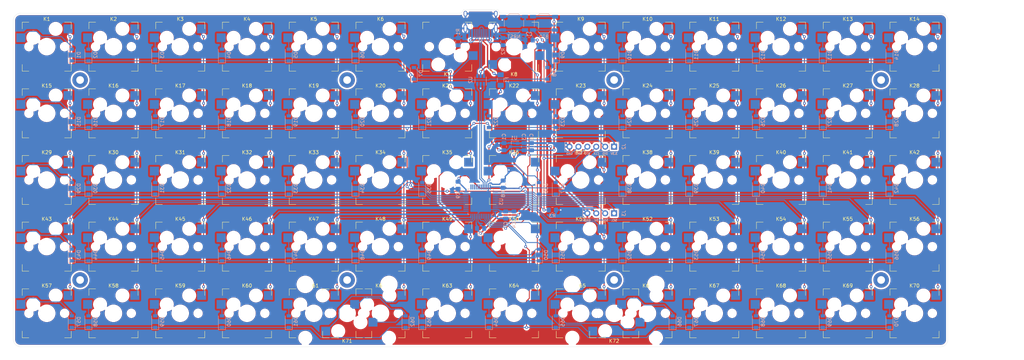
<source format=kicad_pcb>
(kicad_pcb (version 20171130) (host pcbnew "(5.1.4)-1")
  (title_block (title shichi) (date 2019-06-07) (rev 1.0))
  (layers (0 F.Cu signal) (31 B.Cu signal) (34 B.Paste user) (35 F.Paste user) (36 B.SilkS user) (37 F.SilkS user) (38 B.Mask user) (39 F.Mask user) (44 Edge.Cuts user))
  (net 0 "")
  (net 1 GND)
  (net 2 VCC)
  (net 3 "Net-(D1-Pad2)")
  (net 4 "Net-(D2-Pad2)")
  (net 5 "Net-(D3-Pad2)")
  (net 6 "Net-(D4-Pad2)")
  (net 7 "Net-(D5-Pad2)")
  (net 8 "Net-(D6-Pad2)")
  (net 9 "Net-(D7-Pad2)")
  (net 10 "Net-(D8-Pad2)")
  (net 11 "Net-(D9-Pad2)")
  (net 12 "Net-(D10-Pad2)")
  (net 13 "Net-(D11-Pad2)")
  (net 14 "Net-(D12-Pad2)")
  (net 15 "Net-(D13-Pad2)")
  (net 16 "Net-(D14-Pad2)")
  (net 17 "Net-(D15-Pad2)")
  (net 18 "Net-(D16-Pad2)")
  (net 19 "Net-(D17-Pad2)")
  (net 20 "Net-(D18-Pad2)")
  (net 21 "Net-(D19-Pad2)")
  (net 22 "Net-(D20-Pad2)")
  (net 23 "Net-(D21-Pad2)")
  (net 24 "Net-(D22-Pad2)")
  (net 25 "Net-(D23-Pad2)")
  (net 26 "Net-(D24-Pad2)")
  (net 27 "Net-(D25-Pad2)")
  (net 28 "Net-(D26-Pad2)")
  (net 29 "Net-(D27-Pad2)")
  (net 30 "Net-(D28-Pad2)")
  (net 31 "Net-(D29-Pad2)")
  (net 32 "Net-(D30-Pad2)")
  (net 33 "Net-(D31-Pad2)")
  (net 34 "Net-(D32-Pad2)")
  (net 35 "Net-(D33-Pad2)")
  (net 36 "Net-(D34-Pad2)")
  (net 37 "Net-(D35-Pad2)")
  (net 38 "Net-(D36-Pad2)")
  (net 39 "Net-(D37-Pad2)")
  (net 40 "Net-(D38-Pad2)")
  (net 41 "Net-(D39-Pad2)")
  (net 42 "Net-(D40-Pad2)")
  (net 43 "Net-(D41-Pad2)")
  (net 44 "Net-(D42-Pad2)")
  (net 45 "Net-(D43-Pad2)")
  (net 46 "Net-(D44-Pad2)")
  (net 47 "Net-(D45-Pad2)")
  (net 48 "Net-(D46-Pad2)")
  (net 49 "Net-(D47-Pad2)")
  (net 50 "Net-(D48-Pad2)")
  (net 51 "Net-(D49-Pad2)")
  (net 52 "Net-(D50-Pad2)")
  (net 53 "Net-(D51-Pad2)")
  (net 54 "Net-(D52-Pad2)")
  (net 55 "Net-(D53-Pad2)")
  (net 56 "Net-(D54-Pad2)")
  (net 57 "Net-(D55-Pad2)")
  (net 58 "Net-(D56-Pad2)")
  (net 59 "Net-(D57-Pad2)")
  (net 60 "Net-(D58-Pad2)")
  (net 61 "Net-(D59-Pad2)")
  (net 62 "Net-(D60-Pad2)")
  (net 63 "Net-(D61-Pad2)")
  (net 64 "Net-(D62-Pad2)")
  (net 65 "Net-(D63-Pad2)")
  (net 66 "Net-(D64-Pad2)")
  (net 67 "Net-(D65-Pad2)")
  (net 68 "Net-(D66-Pad2)")
  (net 69 "Net-(D67-Pad2)")
  (net 70 "Net-(D68-Pad2)")
  (net 71 "Net-(D69-Pad2)")
  (net 72 "Net-(D70-Pad2)")
  (net 73 "Net-(J1-PadB5)")
  (net 74 "Net-(J1-PadA8)")
  (net 75 "Net-(J1-PadB8)")
  (net 76 "Net-(J1-PadA5)")
  (net 77 D-)
  (net 78 D+)
  (net 79 SDA)
  (net 80 SCL)
  (net 81 +5V)
  (net 82 D+Bus)
  (net 83 D-Bus)
  (net 84 NRST)
  (net 85 +3V3)
  (net 86 ROW0)
  (net 87 ROW1)
  (net 88 ROW2)
  (net 89 ROW3)
  (net 90 ROW4)
  (net 91 SWDIO)
  (net 92 SWCLK)
  (net 93 BOOT0)
  (net 94 COL0)
  (net 95 COL1)
  (net 96 COL2)
  (net 97 COL3)
  (net 98 COL4)
  (net 99 COL5)
  (net 100 COL6)
  (net 101 COL7)
  (net 102 COL8)
  (net 103 COL9)
  (net 104 COL10)
  (net 105 COL11)
  (net 106 COL12)
  (net 107 COL13)
  (net 108 "Net-(U3-Pad16)")
  (net 109 "Net-(U3-Pad6)")
  (net 110 "Net-(U3-Pad5)")
  (net 111 "Net-(U3-Pad31)")
  (net 112 "Net-(U3-Pad30)")
  (net 113 "Net-(U3-Pad26)")
  (net 114 "Net-(U3-Pad29)")
  (net 115 "Net-(U3-Pad25)")
  (net 116 "Net-(U3-Pad28)")
  (net 117 "Net-(U3-Pad27)")
  (net 118 "Net-(U3-Pad15)")
  (net 119 "Net-(U3-Pad14)")
  (module MountingHole:MountingHole_2.2mm_M2_Pad (layer F.Cu) (at 297 126)
    (fp_text reference H8 hide)
    (fp_text value MountingHole)
    (pad 1 thru_hole circle (at 0 0) (size 4.4 4.4) (drill 2.2) (layers *.Cu *.Mask))
  )
  (module MountingHole:MountingHole_2.2mm_M2_Pad (layer F.Cu) (at 297 69)
    (fp_text reference H7 hide)
    (fp_text value MountingHole)
    (pad 1 thru_hole circle (at 0 0) (size 4.4 4.4) (drill 2.2) (layers *.Cu *.Mask))
  )
  (module MountingHole:MountingHole_2.2mm_M2_Pad (layer F.Cu) (at 221 126)
    (fp_text reference H6 hide)
    (fp_text value MountingHole)
    (pad 1 thru_hole circle (at 0 0) (size 4.4 4.4) (drill 2.2) (layers *.Cu *.Mask))
  )
  (module MountingHole:MountingHole_2.2mm_M2_Pad (layer F.Cu) (at 221 69)
    (fp_text reference H5 hide)
    (fp_text value MountingHole)
    (pad 1 thru_hole circle (at 0 0) (size 4.4 4.4) (drill 2.2) (layers *.Cu *.Mask))
  )
  (module MountingHole:MountingHole_2.2mm_M2_Pad (layer F.Cu) (at 145 126)
    (fp_text reference H4 hide)
    (fp_text value MountingHole)
    (pad 1 thru_hole circle (at 0 0) (size 4.4 4.4) (drill 2.2) (layers *.Cu *.Mask))
  )
  (module MountingHole:MountingHole_2.2mm_M2_Pad (layer F.Cu) (at 145 69)
    (fp_text reference H3 hide)
    (fp_text value MountingHole)
    (pad 1 thru_hole circle (at 0 0) (size 4.4 4.4) (drill 2.2) (layers *.Cu *.Mask))
  )
  (module MountingHole:MountingHole_2.2mm_M2_Pad (layer F.Cu) (at 69 126)
    (fp_text reference H2 hide)
    (fp_text value MountingHole)
    (pad 1 thru_hole circle (at 0 0) (size 4.4 4.4) (drill 2.2) (layers *.Cu *.Mask))
  )
  (module MountingHole:MountingHole_2.2mm_M2_Pad (layer F.Cu) (at 69 69)
    (fp_text reference H1 hide)
    (fp_text value MountingHole)
    (pad 1 thru_hole circle (at 0 0) (size 4.4 4.4) (drill 2.2) (layers *.Cu *.Mask))
  )
  (module Package_TO_SOT_SMD:SOT-23 (layer B.Cu) (at 192.5 88 180)
    (fp_text reference U1 (at 0 2.5) (layer B.SilkS) (effects (justify mirror)))
    (fp_text value MCP1700-3302E_SOT23)
    (pad 3 smd rect (at 1 0 180) (size 0.9 0.8) (layers B.Cu B.Paste B.Mask) (net 81 +5V))
    (pad 2 smd rect (at -1 -0.95 180) (size 0.9 0.8) (layers B.Cu B.Paste B.Mask) (net 85 +3V3))
    (pad 1 smd rect (at -1 0.95 180) (size 0.9 0.8) (layers B.Cu B.Paste B.Mask) (net 1 GND))
  )
  (module MX_Switch:SW_Cherry_MX_1.00u_PCB_Socket (layer F.Cu) (at 173.5 97.5)
    (fp_text reference K35 (at 0 -7.874) (layer F.SilkS))
    (fp_text value SW_Push)
    (pad 2 smd rect (at -7.36 -2.54) (size 2.55 2.5) (layers B.Cu B.Paste B.Mask) (net 37 "Net-(D35-Pad2)"))
    (pad "" np_thru_hole circle (at -3.81 -2.54) (size 3 3) (drill 3) (layers *.Cu *.Mask))
    (pad "" np_thru_hole circle (at 2.54 -5.08) (size 3 3) (drill 3) (layers *.Cu *.Mask))
    (pad "" np_thru_hole circle (at 5.08 0) (size 1.7 1.7) (drill 1.7) (layers *.Cu *.Mask))
    (pad "" np_thru_hole circle (at -5.08 0) (size 1.7 1.7) (drill 1.7) (layers *.Cu *.Mask))
    (pad "" np_thru_hole circle (at 0 0) (size 4 4) (drill 4) (layers *.Cu *.Mask))
    (pad 1 smd rect (at 6.09 -5.08) (size 2.55 2.5) (layers B.Cu B.Paste B.Mask) (net 100 COL6))
  )
  (module Package_QFP:LQFP-48_7x7mm_P0.5mm (layer B.Cu) (at 183 103.675 90)
    (fp_text reference U3 (at 0 5.85 270) (layer B.SilkS) (effects (justify mirror)))
    (fp_text value STM32F072CBTx)
    (pad 48 smd roundrect (at -2.75 4.1625 90) (size 0.3 1.475) (layers B.Cu B.Paste B.Mask) (net 85 +3V3))
    (pad 47 smd roundrect (at -2.25 4.1625 90) (size 0.3 1.475) (layers B.Cu B.Paste B.Mask) (net 1 GND))
    (pad 46 smd roundrect (at -1.75 4.1625 90) (size 0.3 1.475) (layers B.Cu B.Paste B.Mask) (net 102 COL8))
    (pad 45 smd roundrect (at -1.25 4.1625 90) (size 0.3 1.475) (layers B.Cu B.Paste B.Mask) (net 103 COL9))
    (pad 44 smd roundrect (at -0.75 4.1625 90) (size 0.3 1.475) (layers B.Cu B.Paste B.Mask) (net 93 BOOT0))
    (pad 43 smd roundrect (at -0.25 4.1625 90) (size 0.3 1.475) (layers B.Cu B.Paste B.Mask) (net 79 SDA))
    (pad 42 smd roundrect (at 0.25 4.1625 90) (size 0.3 1.475) (layers B.Cu B.Paste B.Mask) (net 80 SCL))
    (pad 41 smd roundrect (at 0.75 4.1625 90) (size 0.3 1.475) (layers B.Cu B.Paste B.Mask) (net 104 COL10))
    (pad 40 smd roundrect (at 1.25 4.1625 90) (size 0.3 1.475) (layers B.Cu B.Paste B.Mask) (net 105 COL11))
    (pad 39 smd roundrect (at 1.75 4.1625 90) (size 0.3 1.475) (layers B.Cu B.Paste B.Mask) (net 106 COL12))
    (pad 38 smd roundrect (at 2.25 4.1625 90) (size 0.3 1.475) (layers B.Cu B.Paste B.Mask) (net 107 COL13))
    (pad 37 smd roundrect (at 2.75 4.1625 90) (size 0.3 1.475) (layers B.Cu B.Paste B.Mask) (net 92 SWCLK))
    (pad 36 smd roundrect (at 4.1625 2.75 90) (size 1.475 0.3) (layers B.Cu B.Paste B.Mask) (net 85 +3V3))
    (pad 35 smd roundrect (at 4.1625 2.25 90) (size 1.475 0.3) (layers B.Cu B.Paste B.Mask) (net 1 GND))
    (pad 34 smd roundrect (at 4.1625 1.75 90) (size 1.475 0.3) (layers B.Cu B.Paste B.Mask) (net 91 SWDIO))
    (pad 33 smd roundrect (at 4.1625 1.25 90) (size 1.475 0.3) (layers B.Cu B.Paste B.Mask) (net 78 D+))
    (pad 32 smd roundrect (at 4.1625 0.75 90) (size 1.475 0.3) (layers B.Cu B.Paste B.Mask) (net 77 D-))
    (pad 31 smd roundrect (at 4.1625 0.25 90) (size 1.475 0.3) (layers B.Cu B.Paste B.Mask) (net 111 "Net-(U3-Pad31)"))
    (pad 30 smd roundrect (at 4.1625 -0.25 90) (size 1.475 0.3) (layers B.Cu B.Paste B.Mask) (net 112 "Net-(U3-Pad30)"))
    (pad 29 smd roundrect (at 4.1625 -0.75 90) (size 1.475 0.3) (layers B.Cu B.Paste B.Mask) (net 114 "Net-(U3-Pad29)"))
    (pad 28 smd roundrect (at 4.1625 -1.25 90) (size 1.475 0.3) (layers B.Cu B.Paste B.Mask) (net 116 "Net-(U3-Pad28)"))
    (pad 27 smd roundrect (at 4.1625 -1.75 90) (size 1.475 0.3) (layers B.Cu B.Paste B.Mask) (net 117 "Net-(U3-Pad27)"))
    (pad 26 smd roundrect (at 4.1625 -2.25 90) (size 1.475 0.3) (layers B.Cu B.Paste B.Mask) (net 113 "Net-(U3-Pad26)"))
    (pad 25 smd roundrect (at 4.1625 -2.75 90) (size 1.475 0.3) (layers B.Cu B.Paste B.Mask) (net 115 "Net-(U3-Pad25)"))
    (pad 24 smd roundrect (at 2.75 -4.1625 90) (size 0.3 1.475) (layers B.Cu B.Paste B.Mask) (net 85 +3V3))
    (pad 23 smd roundrect (at 2.25 -4.1625 90) (size 0.3 1.475) (layers B.Cu B.Paste B.Mask) (net 1 GND))
    (pad 22 smd roundrect (at 1.75 -4.1625 90) (size 0.3 1.475) (layers B.Cu B.Paste B.Mask) (net 86 ROW0))
    (pad 21 smd roundrect (at 1.25 -4.1625 90) (size 0.3 1.475) (layers B.Cu B.Paste B.Mask) (net 87 ROW1))
    (pad 20 smd roundrect (at 0.75 -4.1625 90) (size 0.3 1.475) (layers B.Cu B.Paste B.Mask) (net 88 ROW2))
    (pad 19 smd roundrect (at 0.25 -4.1625 90) (size 0.3 1.475) (layers B.Cu B.Paste B.Mask) (net 94 COL0))
    (pad 18 smd roundrect (at -0.25 -4.1625 90) (size 0.3 1.475) (layers B.Cu B.Paste B.Mask) (net 95 COL1))
    (pad 17 smd roundrect (at -0.75 -4.1625 90) (size 0.3 1.475) (layers B.Cu B.Paste B.Mask) (net 96 COL2))
    (pad 16 smd roundrect (at -1.25 -4.1625 90) (size 0.3 1.475) (layers B.Cu B.Paste B.Mask) (net 108 "Net-(U3-Pad16)"))
    (pad 15 smd roundrect (at -1.75 -4.1625 90) (size 0.3 1.475) (layers B.Cu B.Paste B.Mask) (net 118 "Net-(U3-Pad15)"))
    (pad 14 smd roundrect (at -2.25 -4.1625 90) (size 0.3 1.475) (layers B.Cu B.Paste B.Mask) (net 119 "Net-(U3-Pad14)"))
    (pad 13 smd roundrect (at -2.75 -4.1625 90) (size 0.3 1.475) (layers B.Cu B.Paste B.Mask) (net 97 COL3))
    (pad 12 smd roundrect (at -4.1625 -2.75 90) (size 1.475 0.3) (layers B.Cu B.Paste B.Mask) (net 98 COL4))
    (pad 11 smd roundrect (at -4.1625 -2.25 90) (size 1.475 0.3) (layers B.Cu B.Paste B.Mask) (net 99 COL5))
    (pad 10 smd roundrect (at -4.1625 -1.75 90) (size 1.475 0.3) (layers B.Cu B.Paste B.Mask) (net 100 COL6))
    (pad 9 smd roundrect (at -4.1625 -1.25 90) (size 1.475 0.3) (layers B.Cu B.Paste B.Mask) (net 85 +3V3))
    (pad 8 smd roundrect (at -4.1625 -0.75 90) (size 1.475 0.3) (layers B.Cu B.Paste B.Mask) (net 1 GND))
    (pad 7 smd roundrect (at -4.1625 -0.25 90) (size 1.475 0.3) (layers B.Cu B.Paste B.Mask) (net 84 NRST))
    (pad 6 smd roundrect (at -4.1625 0.25 90) (size 1.475 0.3) (layers B.Cu B.Paste B.Mask) (net 109 "Net-(U3-Pad6)"))
    (pad 5 smd roundrect (at -4.1625 0.75 90) (size 1.475 0.3) (layers B.Cu B.Paste B.Mask) (net 110 "Net-(U3-Pad5)"))
    (pad 4 smd roundrect (at -4.1625 1.25 90) (size 1.475 0.3) (layers B.Cu B.Paste B.Mask) (net 90 ROW4))
    (pad 3 smd roundrect (at -4.1625 1.75 90) (size 1.475 0.3) (layers B.Cu B.Paste B.Mask) (net 89 ROW3))
    (pad 2 smd roundrect (at -4.1625 2.25 90) (size 1.475 0.3) (layers B.Cu B.Paste B.Mask) (net 101 COL7))
    (pad 1 smd roundrect (at -4.1625 2.75 90) (size 1.475 0.3) (layers B.Cu B.Paste B.Mask) (net 85 +3V3))
  )
  (module Button_Switch_SMD:SW_SPST_TL3342 (layer B.Cu) (at 201.05 52.85)
    (fp_text reference SW2 hide)
    (fp_text value SW_Push)
    (pad 2 smd rect (at 3.15 -1.9) (size 1.7 1) (layers B.Cu B.Paste B.Mask) (net 85 +3V3))
    (pad 2 smd rect (at -3.15 -1.9) (size 1.7 1) (layers B.Cu B.Paste B.Mask) (net 85 +3V3))
    (pad 1 smd rect (at 3.15 1.9) (size 1.7 1) (layers B.Cu B.Paste B.Mask) (net 93 BOOT0))
    (pad 1 smd rect (at -3.15 1.9) (size 1.7 1) (layers B.Cu B.Paste B.Mask) (net 93 BOOT0))
  )
  (module Resistor_SMD:R_0805_2012Metric_Pad1.15x1.40mm_HandSolder (layer B.Cu) (at 203.425 106.05)
    (fp_text reference R3 (at 0 1.65) (layer B.SilkS) (effects (justify mirror)))
    (fp_text value 10k)
    (pad 2 smd roundrect (at 1.025 0) (size 1.15 1.4) (layers B.Cu B.Paste B.Mask) (roundrect_rratio 0.217391) (net 1 GND))
    (pad 1 smd roundrect (at -1.025 0) (size 1.15 1.4) (layers B.Cu B.Paste B.Mask) (roundrect_rratio 0.217391) (net 93 BOOT0))
  )
  (module Connector_PinSocket_2.54mm:PinSocket_1x04_P2.54mm_Vertical (layer B.Cu) (at 221 107 90)
    (fp_text reference J3 (at 0 2.77 270) (layer B.SilkS) (effects (justify mirror)))
    (fp_text value Conn_01x04_Male)
    (pad 4 thru_hole oval (at 0 -7.62 90) (size 1.7 1.7) (drill 1) (layers *.Cu *.Mask) (net 1 GND))
    (pad 3 thru_hole oval (at 0 -5.08 90) (size 1.7 1.7) (drill 1) (layers *.Cu *.Mask) (net 81 +5V))
    (pad 2 thru_hole oval (at 0 -2.54 90) (size 1.7 1.7) (drill 1) (layers *.Cu *.Mask) (net 79 SDA))
    (pad 1 thru_hole rect (at 0 0 90) (size 1.7 1.7) (drill 1) (layers *.Cu *.Mask) (net 80 SCL))
  )
  (module Connector_PinSocket_2.54mm:PinSocket_1x06_P2.54mm_Vertical (layer B.Cu) (at 221 88 90)
    (fp_text reference J2 (at 0 2.77 270) (layer B.SilkS) (effects (justify mirror)))
    (fp_text value Conn_01x06_Male)
    (pad 6 thru_hole oval (at 0 -12.7 90) (size 1.7 1.7) (drill 1) (layers *.Cu *.Mask) (net 1 GND))
    (pad 5 thru_hole oval (at 0 -10.16 90) (size 1.7 1.7) (drill 1) (layers *.Cu *.Mask) (net 84 NRST))
    (pad 4 thru_hole oval (at 0 -7.62 90) (size 1.7 1.7) (drill 1) (layers *.Cu *.Mask) (net 93 BOOT0))
    (pad 3 thru_hole oval (at 0 -5.08 90) (size 1.7 1.7) (drill 1) (layers *.Cu *.Mask) (net 92 SWCLK))
    (pad 2 thru_hole oval (at 0 -2.54 90) (size 1.7 1.7) (drill 1) (layers *.Cu *.Mask) (net 91 SWDIO))
    (pad 1 thru_hole rect (at 0 0 90) (size 1.7 1.7) (drill 1) (layers *.Cu *.Mask) (net 85 +3V3))
  )
  (module Capacitor_SMD:C_0805_2012Metric_Pad1.15x1.40mm_HandSolder (layer B.Cu) (at 176.5875 99 270)
    (fp_text reference C9 (at 2.8 0 90) (layer B.SilkS) (effects (justify mirror)))
    (fp_text value 0.1uF)
    (pad 2 smd roundrect (at 1.025 0 270) (size 1.15 1.4) (layers B.Cu B.Paste B.Mask) (roundrect_rratio 0.217391) (net 1 GND))
    (pad 1 smd roundrect (at -1.025 0 270) (size 1.15 1.4) (layers B.Cu B.Paste B.Mask) (roundrect_rratio 0.217391) (net 85 +3V3))
  )
  (module Capacitor_SMD:C_0805_2012Metric_Pad1.15x1.40mm_HandSolder (layer B.Cu) (at 190.125 107.475 90)
    (fp_text reference C7 (at -2.8 0 90) (layer B.SilkS) (effects (justify mirror)))
    (fp_text value 0.1uF)
    (pad 2 smd roundrect (at 1.025 0 90) (size 1.15 1.4) (layers B.Cu B.Paste B.Mask) (roundrect_rratio 0.217391) (net 1 GND))
    (pad 1 smd roundrect (at -1.025 0 90) (size 1.15 1.4) (layers B.Cu B.Paste B.Mask) (roundrect_rratio 0.217391) (net 85 +3V3))
  )
  (module Capacitor_SMD:C_0805_2012Metric_Pad1.15x1.40mm_HandSolder (layer B.Cu) (at 195.35 88 90)
    (fp_text reference C3 (at 2.8 0 270) (layer B.SilkS) (effects (justify mirror)))
    (fp_text value 1uF)
    (pad 2 smd roundrect (at 1.025 0 90) (size 1.15 1.4) (layers B.Cu B.Paste B.Mask) (roundrect_rratio 0.217391) (net 1 GND))
    (pad 1 smd roundrect (at -1.025 0 90) (size 1.15 1.4) (layers B.Cu B.Paste B.Mask) (roundrect_rratio 0.217391) (net 85 +3V3))
  )
  (module Capacitor_SMD:C_0805_2012Metric_Pad1.15x1.40mm_HandSolder (layer B.Cu) (at 196.775 57.6)
    (fp_text reference C2 (at 0 -1.65) (layer B.SilkS) (effects (justify mirror)))
    (fp_text value 0.1uF)
    (pad 2 smd roundrect (at 1.025 0) (size 1.15 1.4) (layers B.Cu B.Paste B.Mask) (roundrect_rratio 0.217391) (net 84 NRST))
    (pad 1 smd roundrect (at -1.025 0) (size 1.15 1.4) (layers B.Cu B.Paste B.Mask) (roundrect_rratio 0.217391) (net 1 GND))
  )
  (module Capacitor_SMD:C_0805_2012Metric_Pad1.15x1.40mm_HandSolder (layer B.Cu) (at 189.65 88 90)
    (fp_text reference C1 (at 2.8 0 270) (layer B.SilkS) (effects (justify mirror)))
    (fp_text value 4.7uF)
    (pad 2 smd roundrect (at 1.025 0 90) (size 1.15 1.4) (layers B.Cu B.Paste B.Mask) (roundrect_rratio 0.217391) (net 1 GND))
    (pad 1 smd roundrect (at -1.025 0 90) (size 1.15 1.4) (layers B.Cu B.Paste B.Mask) (roundrect_rratio 0.217391) (net 81 +5V))
  )
  (module Fuse:Fuse_1206_3216Metric_Pad1.42x1.75mm_HandSolder (layer B.Cu) (at 188.7 69 90)
    (fp_text reference F1 (at 0 1.82 90) (layer B.SilkS) (effects (justify mirror)))
    (fp_text value 500mA)
    (pad 2 smd roundrect (at 1.4875 0 90) (size 1.425 1.75) (layers B.Cu B.Paste B.Mask) (roundrect_rratio 0.175439) (net 2 VCC))
    (pad 1 smd roundrect (at -1.4875 0 90) (size 1.425 1.75) (layers B.Cu B.Paste B.Mask) (roundrect_rratio 0.175439) (net 81 +5V))
  )
  (module MX_Switch:SW_Cherry_MX_1.00u_PCB_Socket (layer F.Cu) (at 306.5 135.5)
    (fp_text reference K70 (at 0 -7.874) (layer F.SilkS))
    (fp_text value SW_Push)
    (pad 2 smd rect (at -7.36 -2.54) (size 2.55 2.5) (layers B.Cu B.Paste B.Mask) (net 72 "Net-(D70-Pad2)"))
    (pad "" np_thru_hole circle (at -3.81 -2.54) (size 3 3) (drill 3) (layers *.Cu *.Mask))
    (pad "" np_thru_hole circle (at 2.54 -5.08) (size 3 3) (drill 3) (layers *.Cu *.Mask))
    (pad "" np_thru_hole circle (at 5.08 0) (size 1.7 1.7) (drill 1.7) (layers *.Cu *.Mask))
    (pad "" np_thru_hole circle (at -5.08 0) (size 1.7 1.7) (drill 1.7) (layers *.Cu *.Mask))
    (pad "" np_thru_hole circle (at 0 0) (size 4 4) (drill 4) (layers *.Cu *.Mask))
    (pad 1 smd rect (at 6.09 -5.08) (size 2.55 2.5) (layers B.Cu B.Paste B.Mask) (net 107 COL13))
  )
  (module MX_Switch:SW_Cherry_MX_1.00u_PCB_Socket (layer F.Cu) (at 287.5 135.5)
    (fp_text reference K69 (at 0 -7.874) (layer F.SilkS))
    (fp_text value SW_Push)
    (pad 2 smd rect (at -7.36 -2.54) (size 2.55 2.5) (layers B.Cu B.Paste B.Mask) (net 71 "Net-(D69-Pad2)"))
    (pad "" np_thru_hole circle (at -3.81 -2.54) (size 3 3) (drill 3) (layers *.Cu *.Mask))
    (pad "" np_thru_hole circle (at 2.54 -5.08) (size 3 3) (drill 3) (layers *.Cu *.Mask))
    (pad "" np_thru_hole circle (at 5.08 0) (size 1.7 1.7) (drill 1.7) (layers *.Cu *.Mask))
    (pad "" np_thru_hole circle (at -5.08 0) (size 1.7 1.7) (drill 1.7) (layers *.Cu *.Mask))
    (pad "" np_thru_hole circle (at 0 0) (size 4 4) (drill 4) (layers *.Cu *.Mask))
    (pad 1 smd rect (at 6.09 -5.08) (size 2.55 2.5) (layers B.Cu B.Paste B.Mask) (net 106 COL12))
  )
  (module MX_Switch:SW_Cherry_MX_1.00u_PCB_Socket (layer F.Cu) (at 268.5 135.5)
    (fp_text reference K68 (at 0 -7.874) (layer F.SilkS))
    (fp_text value SW_Push)
    (pad 2 smd rect (at -7.36 -2.54) (size 2.55 2.5) (layers B.Cu B.Paste B.Mask) (net 70 "Net-(D68-Pad2)"))
    (pad "" np_thru_hole circle (at -3.81 -2.54) (size 3 3) (drill 3) (layers *.Cu *.Mask))
    (pad "" np_thru_hole circle (at 2.54 -5.08) (size 3 3) (drill 3) (layers *.Cu *.Mask))
    (pad "" np_thru_hole circle (at 5.08 0) (size 1.7 1.7) (drill 1.7) (layers *.Cu *.Mask))
    (pad "" np_thru_hole circle (at -5.08 0) (size 1.7 1.7) (drill 1.7) (layers *.Cu *.Mask))
    (pad "" np_thru_hole circle (at 0 0) (size 4 4) (drill 4) (layers *.Cu *.Mask))
    (pad 1 smd rect (at 6.09 -5.08) (size 2.55 2.5) (layers B.Cu B.Paste B.Mask) (net 105 COL11))
  )
  (module MX_Switch:SW_Cherry_MX_1.00u_PCB_Socket (layer F.Cu) (at 249.5 135.5)
    (fp_text reference K67 (at 0 -7.874) (layer F.SilkS))
    (fp_text value SW_Push)
    (pad 2 smd rect (at -7.36 -2.54) (size 2.55 2.5) (layers B.Cu B.Paste B.Mask) (net 69 "Net-(D67-Pad2)"))
    (pad "" np_thru_hole circle (at -3.81 -2.54) (size 3 3) (drill 3) (layers *.Cu *.Mask))
    (pad "" np_thru_hole circle (at 2.54 -5.08) (size 3 3) (drill 3) (layers *.Cu *.Mask))
    (pad "" np_thru_hole circle (at 5.08 0) (size 1.7 1.7) (drill 1.7) (layers *.Cu *.Mask))
    (pad "" np_thru_hole circle (at -5.08 0) (size 1.7 1.7) (drill 1.7) (layers *.Cu *.Mask))
    (pad "" np_thru_hole circle (at 0 0) (size 4 4) (drill 4) (layers *.Cu *.Mask))
    (pad 1 smd rect (at 6.09 -5.08) (size 2.55 2.5) (layers B.Cu B.Paste B.Mask) (net 104 COL10))
  )
  (module MX_Switch:SW_Cherry_MX_1.00u_PCB_Socket (layer F.Cu) (at 230.5 135.5)
    (fp_text reference K66 (at 0 -7.874) (layer F.SilkS))
    (fp_text value SW_Push)
    (pad 2 smd rect (at -7.36 -2.54) (size 2.55 2.5) (layers B.Cu B.Paste B.Mask) (net 68 "Net-(D66-Pad2)"))
    (pad "" np_thru_hole circle (at -3.81 -2.54) (size 3 3) (drill 3) (layers *.Cu *.Mask))
    (pad "" np_thru_hole circle (at 2.54 -5.08) (size 3 3) (drill 3) (layers *.Cu *.Mask))
    (pad "" np_thru_hole circle (at 5.08 0) (size 1.7 1.7) (drill 1.7) (layers *.Cu *.Mask))
    (pad "" np_thru_hole circle (at -5.08 0) (size 1.7 1.7) (drill 1.7) (layers *.Cu *.Mask))
    (pad "" np_thru_hole circle (at 0 0) (size 4 4) (drill 4) (layers *.Cu *.Mask))
    (pad 1 smd rect (at 6.09 -5.08) (size 2.55 2.5) (layers B.Cu B.Paste B.Mask) (net 103 COL9))
  )
  (module MX_Switch:SW_Cherry_MX_1.00u_PCB_Socket (layer F.Cu) (at 211.5 135.5)
    (fp_text reference K65 (at 0 -7.874) (layer F.SilkS))
    (fp_text value SW_Push)
    (pad 2 smd rect (at -7.36 -2.54) (size 2.55 2.5) (layers B.Cu B.Paste B.Mask) (net 67 "Net-(D65-Pad2)"))
    (pad "" np_thru_hole circle (at -3.81 -2.54) (size 3 3) (drill 3) (layers *.Cu *.Mask))
    (pad "" np_thru_hole circle (at 2.54 -5.08) (size 3 3) (drill 3) (layers *.Cu *.Mask))
    (pad "" np_thru_hole circle (at 5.08 0) (size 1.7 1.7) (drill 1.7) (layers *.Cu *.Mask))
    (pad "" np_thru_hole circle (at -5.08 0) (size 1.7 1.7) (drill 1.7) (layers *.Cu *.Mask))
    (pad "" np_thru_hole circle (at 0 0) (size 4 4) (drill 4) (layers *.Cu *.Mask))
    (pad 1 smd rect (at 6.09 -5.08) (size 2.55 2.5) (layers B.Cu B.Paste B.Mask) (net 102 COL8))
  )
  (module MX_Switch:SW_Cherry_MX_1.00u_PCB_Socket (layer F.Cu) (at 192.5 135.5)
    (fp_text reference K64 (at 0 -7.874) (layer F.SilkS))
    (fp_text value SW_Push)
    (pad 2 smd rect (at -7.36 -2.54) (size 2.55 2.5) (layers B.Cu B.Paste B.Mask) (net 66 "Net-(D64-Pad2)"))
    (pad "" np_thru_hole circle (at -3.81 -2.54) (size 3 3) (drill 3) (layers *.Cu *.Mask))
    (pad "" np_thru_hole circle (at 2.54 -5.08) (size 3 3) (drill 3) (layers *.Cu *.Mask))
    (pad "" np_thru_hole circle (at 5.08 0) (size 1.7 1.7) (drill 1.7) (layers *.Cu *.Mask))
    (pad "" np_thru_hole circle (at -5.08 0) (size 1.7 1.7) (drill 1.7) (layers *.Cu *.Mask))
    (pad "" np_thru_hole circle (at 0 0) (size 4 4) (drill 4) (layers *.Cu *.Mask))
    (pad 1 smd rect (at 6.09 -5.08) (size 2.55 2.5) (layers B.Cu B.Paste B.Mask) (net 101 COL7))
  )
  (module MX_Switch:SW_Cherry_MX_1.00u_PCB_Socket (layer F.Cu) (at 173.5 135.5)
    (fp_text reference K63 (at 0 -7.874) (layer F.SilkS))
    (fp_text value SW_Push)
    (pad 2 smd rect (at -7.36 -2.54) (size 2.55 2.5) (layers B.Cu B.Paste B.Mask) (net 65 "Net-(D63-Pad2)"))
    (pad "" np_thru_hole circle (at -3.81 -2.54) (size 3 3) (drill 3) (layers *.Cu *.Mask))
    (pad "" np_thru_hole circle (at 2.54 -5.08) (size 3 3) (drill 3) (layers *.Cu *.Mask))
    (pad "" np_thru_hole circle (at 5.08 0) (size 1.7 1.7) (drill 1.7) (layers *.Cu *.Mask))
    (pad "" np_thru_hole circle (at -5.08 0) (size 1.7 1.7) (drill 1.7) (layers *.Cu *.Mask))
    (pad "" np_thru_hole circle (at 0 0) (size 4 4) (drill 4) (layers *.Cu *.Mask))
    (pad 1 smd rect (at 6.09 -5.08) (size 2.55 2.5) (layers B.Cu B.Paste B.Mask) (net 100 COL6))
  )
  (module MX_Switch:SW_Cherry_MX_1.00u_PCB_Socket (layer F.Cu) (at 154.5 135.5)
    (fp_text reference K62 (at 0 -7.874) (layer F.SilkS))
    (fp_text value SW_Push)
    (pad 2 smd rect (at -7.36 -2.54) (size 2.55 2.5) (layers B.Cu B.Paste B.Mask) (net 64 "Net-(D62-Pad2)"))
    (pad "" np_thru_hole circle (at -3.81 -2.54) (size 3 3) (drill 3) (layers *.Cu *.Mask))
    (pad "" np_thru_hole circle (at 2.54 -5.08) (size 3 3) (drill 3) (layers *.Cu *.Mask))
    (pad "" np_thru_hole circle (at 5.08 0) (size 1.7 1.7) (drill 1.7) (layers *.Cu *.Mask))
    (pad "" np_thru_hole circle (at -5.08 0) (size 1.7 1.7) (drill 1.7) (layers *.Cu *.Mask))
    (pad "" np_thru_hole circle (at 0 0) (size 4 4) (drill 4) (layers *.Cu *.Mask))
    (pad 1 smd rect (at 6.09 -5.08) (size 2.55 2.5) (layers B.Cu B.Paste B.Mask) (net 99 COL5))
  )
  (module MX_Switch:SW_Cherry_MX_1.00u_PCB_Socket (layer F.Cu) (at 135.5 135.5)
    (fp_text reference K61 (at 0 -7.874) (layer F.SilkS))
    (fp_text value SW_Push)
    (pad 2 smd rect (at -7.36 -2.54) (size 2.55 2.5) (layers B.Cu B.Paste B.Mask) (net 63 "Net-(D61-Pad2)"))
    (pad "" np_thru_hole circle (at -3.81 -2.54) (size 3 3) (drill 3) (layers *.Cu *.Mask))
    (pad "" np_thru_hole circle (at 2.54 -5.08) (size 3 3) (drill 3) (layers *.Cu *.Mask))
    (pad "" np_thru_hole circle (at 5.08 0) (size 1.7 1.7) (drill 1.7) (layers *.Cu *.Mask))
    (pad "" np_thru_hole circle (at -5.08 0) (size 1.7 1.7) (drill 1.7) (layers *.Cu *.Mask))
    (pad "" np_thru_hole circle (at 0 0) (size 4 4) (drill 4) (layers *.Cu *.Mask))
    (pad 1 smd rect (at 6.09 -5.08) (size 2.55 2.5) (layers B.Cu B.Paste B.Mask) (net 98 COL4))
  )
  (module MX_Switch:SW_Cherry_MX_1.00u_PCB_Socket (layer F.Cu) (at 116.5 135.5)
    (fp_text reference K60 (at 0 -7.874) (layer F.SilkS))
    (fp_text value SW_Push)
    (pad 2 smd rect (at -7.36 -2.54) (size 2.55 2.5) (layers B.Cu B.Paste B.Mask) (net 62 "Net-(D60-Pad2)"))
    (pad "" np_thru_hole circle (at -3.81 -2.54) (size 3 3) (drill 3) (layers *.Cu *.Mask))
    (pad "" np_thru_hole circle (at 2.54 -5.08) (size 3 3) (drill 3) (layers *.Cu *.Mask))
    (pad "" np_thru_hole circle (at 5.08 0) (size 1.7 1.7) (drill 1.7) (layers *.Cu *.Mask))
    (pad "" np_thru_hole circle (at -5.08 0) (size 1.7 1.7) (drill 1.7) (layers *.Cu *.Mask))
    (pad "" np_thru_hole circle (at 0 0) (size 4 4) (drill 4) (layers *.Cu *.Mask))
    (pad 1 smd rect (at 6.09 -5.08) (size 2.55 2.5) (layers B.Cu B.Paste B.Mask) (net 97 COL3))
  )
  (module MX_Switch:SW_Cherry_MX_1.00u_PCB_Socket (layer F.Cu) (at 97.5 135.5)
    (fp_text reference K59 (at 0 -7.874) (layer F.SilkS))
    (fp_text value SW_Push)
    (pad 2 smd rect (at -7.36 -2.54) (size 2.55 2.5) (layers B.Cu B.Paste B.Mask) (net 61 "Net-(D59-Pad2)"))
    (pad "" np_thru_hole circle (at -3.81 -2.54) (size 3 3) (drill 3) (layers *.Cu *.Mask))
    (pad "" np_thru_hole circle (at 2.54 -5.08) (size 3 3) (drill 3) (layers *.Cu *.Mask))
    (pad "" np_thru_hole circle (at 5.08 0) (size 1.7 1.7) (drill 1.7) (layers *.Cu *.Mask))
    (pad "" np_thru_hole circle (at -5.08 0) (size 1.7 1.7) (drill 1.7) (layers *.Cu *.Mask))
    (pad "" np_thru_hole circle (at 0 0) (size 4 4) (drill 4) (layers *.Cu *.Mask))
    (pad 1 smd rect (at 6.09 -5.08) (size 2.55 2.5) (layers B.Cu B.Paste B.Mask) (net 96 COL2))
  )
  (module MX_Switch:SW_Cherry_MX_1.00u_PCB_Socket (layer F.Cu) (at 78.5 135.5)
    (fp_text reference K58 (at 0 -7.874) (layer F.SilkS))
    (fp_text value SW_Push)
    (pad 2 smd rect (at -7.36 -2.54) (size 2.55 2.5) (layers B.Cu B.Paste B.Mask) (net 60 "Net-(D58-Pad2)"))
    (pad "" np_thru_hole circle (at -3.81 -2.54) (size 3 3) (drill 3) (layers *.Cu *.Mask))
    (pad "" np_thru_hole circle (at 2.54 -5.08) (size 3 3) (drill 3) (layers *.Cu *.Mask))
    (pad "" np_thru_hole circle (at 5.08 0) (size 1.7 1.7) (drill 1.7) (layers *.Cu *.Mask))
    (pad "" np_thru_hole circle (at -5.08 0) (size 1.7 1.7) (drill 1.7) (layers *.Cu *.Mask))
    (pad "" np_thru_hole circle (at 0 0) (size 4 4) (drill 4) (layers *.Cu *.Mask))
    (pad 1 smd rect (at 6.09 -5.08) (size 2.55 2.5) (layers B.Cu B.Paste B.Mask) (net 95 COL1))
  )
  (module MX_Switch:SW_Cherry_MX_1.00u_PCB_Socket (layer F.Cu) (at 59.5 135.5)
    (fp_text reference K57 (at 0 -7.874) (layer F.SilkS))
    (fp_text value SW_Push)
    (pad 2 smd rect (at -7.36 -2.54) (size 2.55 2.5) (layers B.Cu B.Paste B.Mask) (net 59 "Net-(D57-Pad2)"))
    (pad "" np_thru_hole circle (at -3.81 -2.54) (size 3 3) (drill 3) (layers *.Cu *.Mask))
    (pad "" np_thru_hole circle (at 2.54 -5.08) (size 3 3) (drill 3) (layers *.Cu *.Mask))
    (pad "" np_thru_hole circle (at 5.08 0) (size 1.7 1.7) (drill 1.7) (layers *.Cu *.Mask))
    (pad "" np_thru_hole circle (at -5.08 0) (size 1.7 1.7) (drill 1.7) (layers *.Cu *.Mask))
    (pad "" np_thru_hole circle (at 0 0) (size 4 4) (drill 4) (layers *.Cu *.Mask))
    (pad 1 smd rect (at 6.09 -5.08) (size 2.55 2.5) (layers B.Cu B.Paste B.Mask) (net 94 COL0))
  )
  (module MX_Switch:SW_Cherry_MX_1.00u_PCB_Socket (layer F.Cu) (at 306.5 116.5)
    (fp_text reference K56 (at 0 -7.874) (layer F.SilkS))
    (fp_text value SW_Push)
    (pad 2 smd rect (at -7.36 -2.54) (size 2.55 2.5) (layers B.Cu B.Paste B.Mask) (net 58 "Net-(D56-Pad2)"))
    (pad "" np_thru_hole circle (at -3.81 -2.54) (size 3 3) (drill 3) (layers *.Cu *.Mask))
    (pad "" np_thru_hole circle (at 2.54 -5.08) (size 3 3) (drill 3) (layers *.Cu *.Mask))
    (pad "" np_thru_hole circle (at 5.08 0) (size 1.7 1.7) (drill 1.7) (layers *.Cu *.Mask))
    (pad "" np_thru_hole circle (at -5.08 0) (size 1.7 1.7) (drill 1.7) (layers *.Cu *.Mask))
    (pad "" np_thru_hole circle (at 0 0) (size 4 4) (drill 4) (layers *.Cu *.Mask))
    (pad 1 smd rect (at 6.09 -5.08) (size 2.55 2.5) (layers B.Cu B.Paste B.Mask) (net 107 COL13))
  )
  (module MX_Switch:SW_Cherry_MX_1.00u_PCB_Socket (layer F.Cu) (at 287.5 116.5)
    (fp_text reference K55 (at 0 -7.874) (layer F.SilkS))
    (fp_text value SW_Push)
    (pad 2 smd rect (at -7.36 -2.54) (size 2.55 2.5) (layers B.Cu B.Paste B.Mask) (net 57 "Net-(D55-Pad2)"))
    (pad "" np_thru_hole circle (at -3.81 -2.54) (size 3 3) (drill 3) (layers *.Cu *.Mask))
    (pad "" np_thru_hole circle (at 2.54 -5.08) (size 3 3) (drill 3) (layers *.Cu *.Mask))
    (pad "" np_thru_hole circle (at 5.08 0) (size 1.7 1.7) (drill 1.7) (layers *.Cu *.Mask))
    (pad "" np_thru_hole circle (at -5.08 0) (size 1.7 1.7) (drill 1.7) (layers *.Cu *.Mask))
    (pad "" np_thru_hole circle (at 0 0) (size 4 4) (drill 4) (layers *.Cu *.Mask))
    (pad 1 smd rect (at 6.09 -5.08) (size 2.55 2.5) (layers B.Cu B.Paste B.Mask) (net 106 COL12))
  )
  (module MX_Switch:SW_Cherry_MX_1.00u_PCB_Socket (layer F.Cu) (at 268.5 116.5)
    (fp_text reference K54 (at 0 -7.874) (layer F.SilkS))
    (fp_text value SW_Push)
    (pad 2 smd rect (at -7.36 -2.54) (size 2.55 2.5) (layers B.Cu B.Paste B.Mask) (net 56 "Net-(D54-Pad2)"))
    (pad "" np_thru_hole circle (at -3.81 -2.54) (size 3 3) (drill 3) (layers *.Cu *.Mask))
    (pad "" np_thru_hole circle (at 2.54 -5.08) (size 3 3) (drill 3) (layers *.Cu *.Mask))
    (pad "" np_thru_hole circle (at 5.08 0) (size 1.7 1.7) (drill 1.7) (layers *.Cu *.Mask))
    (pad "" np_thru_hole circle (at -5.08 0) (size 1.7 1.7) (drill 1.7) (layers *.Cu *.Mask))
    (pad "" np_thru_hole circle (at 0 0) (size 4 4) (drill 4) (layers *.Cu *.Mask))
    (pad 1 smd rect (at 6.09 -5.08) (size 2.55 2.5) (layers B.Cu B.Paste B.Mask) (net 105 COL11))
  )
  (module MX_Switch:SW_Cherry_MX_1.00u_PCB_Socket (layer F.Cu) (at 249.5 116.5)
    (fp_text reference K53 (at 0 -7.874) (layer F.SilkS))
    (fp_text value SW_Push)
    (pad 2 smd rect (at -7.36 -2.54) (size 2.55 2.5) (layers B.Cu B.Paste B.Mask) (net 55 "Net-(D53-Pad2)"))
    (pad "" np_thru_hole circle (at -3.81 -2.54) (size 3 3) (drill 3) (layers *.Cu *.Mask))
    (pad "" np_thru_hole circle (at 2.54 -5.08) (size 3 3) (drill 3) (layers *.Cu *.Mask))
    (pad "" np_thru_hole circle (at 5.08 0) (size 1.7 1.7) (drill 1.7) (layers *.Cu *.Mask))
    (pad "" np_thru_hole circle (at -5.08 0) (size 1.7 1.7) (drill 1.7) (layers *.Cu *.Mask))
    (pad "" np_thru_hole circle (at 0 0) (size 4 4) (drill 4) (layers *.Cu *.Mask))
    (pad 1 smd rect (at 6.09 -5.08) (size 2.55 2.5) (layers B.Cu B.Paste B.Mask) (net 104 COL10))
  )
  (module MX_Switch:SW_Cherry_MX_1.00u_PCB_Socket (layer F.Cu) (at 230.5 116.5)
    (fp_text reference K52 (at 0 -7.874) (layer F.SilkS))
    (fp_text value SW_Push)
    (pad 2 smd rect (at -7.36 -2.54) (size 2.55 2.5) (layers B.Cu B.Paste B.Mask) (net 54 "Net-(D52-Pad2)"))
    (pad "" np_thru_hole circle (at -3.81 -2.54) (size 3 3) (drill 3) (layers *.Cu *.Mask))
    (pad "" np_thru_hole circle (at 2.54 -5.08) (size 3 3) (drill 3) (layers *.Cu *.Mask))
    (pad "" np_thru_hole circle (at 5.08 0) (size 1.7 1.7) (drill 1.7) (layers *.Cu *.Mask))
    (pad "" np_thru_hole circle (at -5.08 0) (size 1.7 1.7) (drill 1.7) (layers *.Cu *.Mask))
    (pad "" np_thru_hole circle (at 0 0) (size 4 4) (drill 4) (layers *.Cu *.Mask))
    (pad 1 smd rect (at 6.09 -5.08) (size 2.55 2.5) (layers B.Cu B.Paste B.Mask) (net 103 COL9))
  )
  (module MX_Switch:SW_Cherry_MX_1.00u_PCB_Socket (layer F.Cu) (at 211.5 116.5)
    (fp_text reference K51 (at 0 -7.874) (layer F.SilkS))
    (fp_text value SW_Push)
    (pad 2 smd rect (at -7.36 -2.54) (size 2.55 2.5) (layers B.Cu B.Paste B.Mask) (net 53 "Net-(D51-Pad2)"))
    (pad "" np_thru_hole circle (at -3.81 -2.54) (size 3 3) (drill 3) (layers *.Cu *.Mask))
    (pad "" np_thru_hole circle (at 2.54 -5.08) (size 3 3) (drill 3) (layers *.Cu *.Mask))
    (pad "" np_thru_hole circle (at 5.08 0) (size 1.7 1.7) (drill 1.7) (layers *.Cu *.Mask))
    (pad "" np_thru_hole circle (at -5.08 0) (size 1.7 1.7) (drill 1.7) (layers *.Cu *.Mask))
    (pad "" np_thru_hole circle (at 0 0) (size 4 4) (drill 4) (layers *.Cu *.Mask))
    (pad 1 smd rect (at 6.09 -5.08) (size 2.55 2.5) (layers B.Cu B.Paste B.Mask) (net 102 COL8))
  )
  (module MX_Switch:SW_Cherry_MX_1.00u_PCB_Socket (layer F.Cu) (at 192.5 116.5)
    (fp_text reference K50 (at 0 -7.874) (layer F.SilkS))
    (fp_text value SW_Push)
    (pad 2 smd rect (at -7.36 -2.54) (size 2.55 2.5) (layers B.Cu B.Paste B.Mask) (net 52 "Net-(D50-Pad2)"))
    (pad "" np_thru_hole circle (at -3.81 -2.54) (size 3 3) (drill 3) (layers *.Cu *.Mask))
    (pad "" np_thru_hole circle (at 2.54 -5.08) (size 3 3) (drill 3) (layers *.Cu *.Mask))
    (pad "" np_thru_hole circle (at 5.08 0) (size 1.7 1.7) (drill 1.7) (layers *.Cu *.Mask))
    (pad "" np_thru_hole circle (at -5.08 0) (size 1.7 1.7) (drill 1.7) (layers *.Cu *.Mask))
    (pad "" np_thru_hole circle (at 0 0) (size 4 4) (drill 4) (layers *.Cu *.Mask))
    (pad 1 smd rect (at 6.09 -5.08) (size 2.55 2.5) (layers B.Cu B.Paste B.Mask) (net 101 COL7))
  )
  (module MX_Switch:SW_Cherry_MX_1.00u_PCB_Socket (layer F.Cu) (at 173.5 116.5)
    (fp_text reference K49 (at 0 -7.874) (layer F.SilkS))
    (fp_text value SW_Push)
    (pad 2 smd rect (at -7.36 -2.54) (size 2.55 2.5) (layers B.Cu B.Paste B.Mask) (net 51 "Net-(D49-Pad2)"))
    (pad "" np_thru_hole circle (at -3.81 -2.54) (size 3 3) (drill 3) (layers *.Cu *.Mask))
    (pad "" np_thru_hole circle (at 2.54 -5.08) (size 3 3) (drill 3) (layers *.Cu *.Mask))
    (pad "" np_thru_hole circle (at 5.08 0) (size 1.7 1.7) (drill 1.7) (layers *.Cu *.Mask))
    (pad "" np_thru_hole circle (at -5.08 0) (size 1.7 1.7) (drill 1.7) (layers *.Cu *.Mask))
    (pad "" np_thru_hole circle (at 0 0) (size 4 4) (drill 4) (layers *.Cu *.Mask))
    (pad 1 smd rect (at 6.09 -5.08) (size 2.55 2.5) (layers B.Cu B.Paste B.Mask) (net 100 COL6))
  )
  (module MX_Switch:SW_Cherry_MX_1.00u_PCB_Socket (layer F.Cu) (at 154.5 116.5)
    (fp_text reference K48 (at 0 -7.874) (layer F.SilkS))
    (fp_text value SW_Push)
    (pad 2 smd rect (at -7.36 -2.54) (size 2.55 2.5) (layers B.Cu B.Paste B.Mask) (net 50 "Net-(D48-Pad2)"))
    (pad "" np_thru_hole circle (at -3.81 -2.54) (size 3 3) (drill 3) (layers *.Cu *.Mask))
    (pad "" np_thru_hole circle (at 2.54 -5.08) (size 3 3) (drill 3) (layers *.Cu *.Mask))
    (pad "" np_thru_hole circle (at 5.08 0) (size 1.7 1.7) (drill 1.7) (layers *.Cu *.Mask))
    (pad "" np_thru_hole circle (at -5.08 0) (size 1.7 1.7) (drill 1.7) (layers *.Cu *.Mask))
    (pad "" np_thru_hole circle (at 0 0) (size 4 4) (drill 4) (layers *.Cu *.Mask))
    (pad 1 smd rect (at 6.09 -5.08) (size 2.55 2.5) (layers B.Cu B.Paste B.Mask) (net 99 COL5))
  )
  (module MX_Switch:SW_Cherry_MX_1.00u_PCB_Socket (layer F.Cu) (at 135.5 116.5)
    (fp_text reference K47 (at 0 -7.874) (layer F.SilkS))
    (fp_text value SW_Push)
    (pad 2 smd rect (at -7.36 -2.54) (size 2.55 2.5) (layers B.Cu B.Paste B.Mask) (net 49 "Net-(D47-Pad2)"))
    (pad "" np_thru_hole circle (at -3.81 -2.54) (size 3 3) (drill 3) (layers *.Cu *.Mask))
    (pad "" np_thru_hole circle (at 2.54 -5.08) (size 3 3) (drill 3) (layers *.Cu *.Mask))
    (pad "" np_thru_hole circle (at 5.08 0) (size 1.7 1.7) (drill 1.7) (layers *.Cu *.Mask))
    (pad "" np_thru_hole circle (at -5.08 0) (size 1.7 1.7) (drill 1.7) (layers *.Cu *.Mask))
    (pad "" np_thru_hole circle (at 0 0) (size 4 4) (drill 4) (layers *.Cu *.Mask))
    (pad 1 smd rect (at 6.09 -5.08) (size 2.55 2.5) (layers B.Cu B.Paste B.Mask) (net 98 COL4))
  )
  (module MX_Switch:SW_Cherry_MX_1.00u_PCB_Socket (layer F.Cu) (at 116.5 116.5)
    (fp_text reference K46 (at 0 -7.874) (layer F.SilkS))
    (fp_text value SW_Push)
    (pad 2 smd rect (at -7.36 -2.54) (size 2.55 2.5) (layers B.Cu B.Paste B.Mask) (net 48 "Net-(D46-Pad2)"))
    (pad "" np_thru_hole circle (at -3.81 -2.54) (size 3 3) (drill 3) (layers *.Cu *.Mask))
    (pad "" np_thru_hole circle (at 2.54 -5.08) (size 3 3) (drill 3) (layers *.Cu *.Mask))
    (pad "" np_thru_hole circle (at 5.08 0) (size 1.7 1.7) (drill 1.7) (layers *.Cu *.Mask))
    (pad "" np_thru_hole circle (at -5.08 0) (size 1.7 1.7) (drill 1.7) (layers *.Cu *.Mask))
    (pad "" np_thru_hole circle (at 0 0) (size 4 4) (drill 4) (layers *.Cu *.Mask))
    (pad 1 smd rect (at 6.09 -5.08) (size 2.55 2.5) (layers B.Cu B.Paste B.Mask) (net 97 COL3))
  )
  (module MX_Switch:SW_Cherry_MX_1.00u_PCB_Socket (layer F.Cu) (at 97.5 116.5)
    (fp_text reference K45 (at 0 -7.874) (layer F.SilkS))
    (fp_text value SW_Push)
    (pad 2 smd rect (at -7.36 -2.54) (size 2.55 2.5) (layers B.Cu B.Paste B.Mask) (net 47 "Net-(D45-Pad2)"))
    (pad "" np_thru_hole circle (at -3.81 -2.54) (size 3 3) (drill 3) (layers *.Cu *.Mask))
    (pad "" np_thru_hole circle (at 2.54 -5.08) (size 3 3) (drill 3) (layers *.Cu *.Mask))
    (pad "" np_thru_hole circle (at 5.08 0) (size 1.7 1.7) (drill 1.7) (layers *.Cu *.Mask))
    (pad "" np_thru_hole circle (at -5.08 0) (size 1.7 1.7) (drill 1.7) (layers *.Cu *.Mask))
    (pad "" np_thru_hole circle (at 0 0) (size 4 4) (drill 4) (layers *.Cu *.Mask))
    (pad 1 smd rect (at 6.09 -5.08) (size 2.55 2.5) (layers B.Cu B.Paste B.Mask) (net 96 COL2))
  )
  (module MX_Switch:SW_Cherry_MX_1.00u_PCB_Socket (layer F.Cu) (at 78.5 116.5)
    (fp_text reference K44 (at 0 -7.874) (layer F.SilkS))
    (fp_text value SW_Push)
    (pad 2 smd rect (at -7.36 -2.54) (size 2.55 2.5) (layers B.Cu B.Paste B.Mask) (net 46 "Net-(D44-Pad2)"))
    (pad "" np_thru_hole circle (at -3.81 -2.54) (size 3 3) (drill 3) (layers *.Cu *.Mask))
    (pad "" np_thru_hole circle (at 2.54 -5.08) (size 3 3) (drill 3) (layers *.Cu *.Mask))
    (pad "" np_thru_hole circle (at 5.08 0) (size 1.7 1.7) (drill 1.7) (layers *.Cu *.Mask))
    (pad "" np_thru_hole circle (at -5.08 0) (size 1.7 1.7) (drill 1.7) (layers *.Cu *.Mask))
    (pad "" np_thru_hole circle (at 0 0) (size 4 4) (drill 4) (layers *.Cu *.Mask))
    (pad 1 smd rect (at 6.09 -5.08) (size 2.55 2.5) (layers B.Cu B.Paste B.Mask) (net 95 COL1))
  )
  (module MX_Switch:SW_Cherry_MX_1.00u_PCB_Socket (layer F.Cu) (at 59.5 116.5)
    (fp_text reference K43 (at 0 -7.874) (layer F.SilkS))
    (fp_text value SW_Push)
    (pad 2 smd rect (at -7.36 -2.54) (size 2.55 2.5) (layers B.Cu B.Paste B.Mask) (net 45 "Net-(D43-Pad2)"))
    (pad "" np_thru_hole circle (at -3.81 -2.54) (size 3 3) (drill 3) (layers *.Cu *.Mask))
    (pad "" np_thru_hole circle (at 2.54 -5.08) (size 3 3) (drill 3) (layers *.Cu *.Mask))
    (pad "" np_thru_hole circle (at 5.08 0) (size 1.7 1.7) (drill 1.7) (layers *.Cu *.Mask))
    (pad "" np_thru_hole circle (at -5.08 0) (size 1.7 1.7) (drill 1.7) (layers *.Cu *.Mask))
    (pad "" np_thru_hole circle (at 0 0) (size 4 4) (drill 4) (layers *.Cu *.Mask))
    (pad 1 smd rect (at 6.09 -5.08) (size 2.55 2.5) (layers B.Cu B.Paste B.Mask) (net 94 COL0))
  )
  (module MX_Switch:SW_Cherry_MX_1.00u_PCB_Socket (layer F.Cu) (at 306.5 97.5)
    (fp_text reference K42 (at 0 -7.874) (layer F.SilkS))
    (fp_text value SW_Push)
    (pad 2 smd rect (at -7.36 -2.54) (size 2.55 2.5) (layers B.Cu B.Paste B.Mask) (net 44 "Net-(D42-Pad2)"))
    (pad "" np_thru_hole circle (at -3.81 -2.54) (size 3 3) (drill 3) (layers *.Cu *.Mask))
    (pad "" np_thru_hole circle (at 2.54 -5.08) (size 3 3) (drill 3) (layers *.Cu *.Mask))
    (pad "" np_thru_hole circle (at 5.08 0) (size 1.7 1.7) (drill 1.7) (layers *.Cu *.Mask))
    (pad "" np_thru_hole circle (at -5.08 0) (size 1.7 1.7) (drill 1.7) (layers *.Cu *.Mask))
    (pad "" np_thru_hole circle (at 0 0) (size 4 4) (drill 4) (layers *.Cu *.Mask))
    (pad 1 smd rect (at 6.09 -5.08) (size 2.55 2.5) (layers B.Cu B.Paste B.Mask) (net 107 COL13))
  )
  (module MX_Switch:SW_Cherry_MX_1.00u_PCB_Socket (layer F.Cu) (at 287.5 97.5)
    (fp_text reference K41 (at 0 -7.874) (layer F.SilkS))
    (fp_text value SW_Push)
    (pad 2 smd rect (at -7.36 -2.54) (size 2.55 2.5) (layers B.Cu B.Paste B.Mask) (net 43 "Net-(D41-Pad2)"))
    (pad "" np_thru_hole circle (at -3.81 -2.54) (size 3 3) (drill 3) (layers *.Cu *.Mask))
    (pad "" np_thru_hole circle (at 2.54 -5.08) (size 3 3) (drill 3) (layers *.Cu *.Mask))
    (pad "" np_thru_hole circle (at 5.08 0) (size 1.7 1.7) (drill 1.7) (layers *.Cu *.Mask))
    (pad "" np_thru_hole circle (at -5.08 0) (size 1.7 1.7) (drill 1.7) (layers *.Cu *.Mask))
    (pad "" np_thru_hole circle (at 0 0) (size 4 4) (drill 4) (layers *.Cu *.Mask))
    (pad 1 smd rect (at 6.09 -5.08) (size 2.55 2.5) (layers B.Cu B.Paste B.Mask) (net 106 COL12))
  )
  (module MX_Switch:SW_Cherry_MX_1.00u_PCB_Socket (layer F.Cu) (at 268.5 97.5)
    (fp_text reference K40 (at 0 -7.874) (layer F.SilkS))
    (fp_text value SW_Push)
    (pad 2 smd rect (at -7.36 -2.54) (size 2.55 2.5) (layers B.Cu B.Paste B.Mask) (net 42 "Net-(D40-Pad2)"))
    (pad "" np_thru_hole circle (at -3.81 -2.54) (size 3 3) (drill 3) (layers *.Cu *.Mask))
    (pad "" np_thru_hole circle (at 2.54 -5.08) (size 3 3) (drill 3) (layers *.Cu *.Mask))
    (pad "" np_thru_hole circle (at 5.08 0) (size 1.7 1.7) (drill 1.7) (layers *.Cu *.Mask))
    (pad "" np_thru_hole circle (at -5.08 0) (size 1.7 1.7) (drill 1.7) (layers *.Cu *.Mask))
    (pad "" np_thru_hole circle (at 0 0) (size 4 4) (drill 4) (layers *.Cu *.Mask))
    (pad 1 smd rect (at 6.09 -5.08) (size 2.55 2.5) (layers B.Cu B.Paste B.Mask) (net 105 COL11))
  )
  (module MX_Switch:SW_Cherry_MX_1.00u_PCB_Socket (layer F.Cu) (at 249.5 97.5)
    (fp_text reference K39 (at 0 -7.874) (layer F.SilkS))
    (fp_text value SW_Push)
    (pad 2 smd rect (at -7.36 -2.54) (size 2.55 2.5) (layers B.Cu B.Paste B.Mask) (net 41 "Net-(D39-Pad2)"))
    (pad "" np_thru_hole circle (at -3.81 -2.54) (size 3 3) (drill 3) (layers *.Cu *.Mask))
    (pad "" np_thru_hole circle (at 2.54 -5.08) (size 3 3) (drill 3) (layers *.Cu *.Mask))
    (pad "" np_thru_hole circle (at 5.08 0) (size 1.7 1.7) (drill 1.7) (layers *.Cu *.Mask))
    (pad "" np_thru_hole circle (at -5.08 0) (size 1.7 1.7) (drill 1.7) (layers *.Cu *.Mask))
    (pad "" np_thru_hole circle (at 0 0) (size 4 4) (drill 4) (layers *.Cu *.Mask))
    (pad 1 smd rect (at 6.09 -5.08) (size 2.55 2.5) (layers B.Cu B.Paste B.Mask) (net 104 COL10))
  )
  (module MX_Switch:SW_Cherry_MX_1.00u_PCB_Socket (layer F.Cu) (at 230.5 97.5)
    (fp_text reference K38 (at 0 -7.874) (layer F.SilkS))
    (fp_text value SW_Push)
    (pad 2 smd rect (at -7.36 -2.54) (size 2.55 2.5) (layers B.Cu B.Paste B.Mask) (net 40 "Net-(D38-Pad2)"))
    (pad "" np_thru_hole circle (at -3.81 -2.54) (size 3 3) (drill 3) (layers *.Cu *.Mask))
    (pad "" np_thru_hole circle (at 2.54 -5.08) (size 3 3) (drill 3) (layers *.Cu *.Mask))
    (pad "" np_thru_hole circle (at 5.08 0) (size 1.7 1.7) (drill 1.7) (layers *.Cu *.Mask))
    (pad "" np_thru_hole circle (at -5.08 0) (size 1.7 1.7) (drill 1.7) (layers *.Cu *.Mask))
    (pad "" np_thru_hole circle (at 0 0) (size 4 4) (drill 4) (layers *.Cu *.Mask))
    (pad 1 smd rect (at 6.09 -5.08) (size 2.55 2.5) (layers B.Cu B.Paste B.Mask) (net 103 COL9))
  )
  (module MX_Switch:SW_Cherry_MX_1.00u_PCB_Socket (layer F.Cu) (at 211.5 97.5)
    (fp_text reference K37 (at 0 -7.874) (layer F.SilkS))
    (fp_text value SW_Push)
    (pad 2 smd rect (at -7.36 -2.54) (size 2.55 2.5) (layers B.Cu B.Paste B.Mask) (net 39 "Net-(D37-Pad2)"))
    (pad "" np_thru_hole circle (at -3.81 -2.54) (size 3 3) (drill 3) (layers *.Cu *.Mask))
    (pad "" np_thru_hole circle (at 2.54 -5.08) (size 3 3) (drill 3) (layers *.Cu *.Mask))
    (pad "" np_thru_hole circle (at 5.08 0) (size 1.7 1.7) (drill 1.7) (layers *.Cu *.Mask))
    (pad "" np_thru_hole circle (at -5.08 0) (size 1.7 1.7) (drill 1.7) (layers *.Cu *.Mask))
    (pad "" np_thru_hole circle (at 0 0) (size 4 4) (drill 4) (layers *.Cu *.Mask))
    (pad 1 smd rect (at 6.09 -5.08) (size 2.55 2.5) (layers B.Cu B.Paste B.Mask) (net 102 COL8))
  )
  (module MX_Switch:SW_Cherry_MX_1.00u_PCB_Socket (layer F.Cu) (at 192.5 97.5)
    (fp_text reference K36 (at 0 -7.874) (layer F.SilkS))
    (fp_text value SW_Push)
    (pad 2 smd rect (at -7.36 -2.54) (size 2.55 2.5) (layers B.Cu B.Paste B.Mask) (net 38 "Net-(D36-Pad2)"))
    (pad "" np_thru_hole circle (at -3.81 -2.54) (size 3 3) (drill 3) (layers *.Cu *.Mask))
    (pad "" np_thru_hole circle (at 2.54 -5.08) (size 3 3) (drill 3) (layers *.Cu *.Mask))
    (pad "" np_thru_hole circle (at 5.08 0) (size 1.7 1.7) (drill 1.7) (layers *.Cu *.Mask))
    (pad "" np_thru_hole circle (at -5.08 0) (size 1.7 1.7) (drill 1.7) (layers *.Cu *.Mask))
    (pad "" np_thru_hole circle (at 0 0) (size 4 4) (drill 4) (layers *.Cu *.Mask))
    (pad 1 smd rect (at 6.09 -5.08) (size 2.55 2.5) (layers B.Cu B.Paste B.Mask) (net 101 COL7))
  )
  (module MX_Switch:SW_Cherry_MX_1.00u_PCB_Socket (layer F.Cu) (at 154.5 97.5)
    (fp_text reference K34 (at 0 -7.874) (layer F.SilkS))
    (fp_text value SW_Push)
    (pad 2 smd rect (at -7.36 -2.54) (size 2.55 2.5) (layers B.Cu B.Paste B.Mask) (net 36 "Net-(D34-Pad2)"))
    (pad "" np_thru_hole circle (at -3.81 -2.54) (size 3 3) (drill 3) (layers *.Cu *.Mask))
    (pad "" np_thru_hole circle (at 2.54 -5.08) (size 3 3) (drill 3) (layers *.Cu *.Mask))
    (pad "" np_thru_hole circle (at 5.08 0) (size 1.7 1.7) (drill 1.7) (layers *.Cu *.Mask))
    (pad "" np_thru_hole circle (at -5.08 0) (size 1.7 1.7) (drill 1.7) (layers *.Cu *.Mask))
    (pad "" np_thru_hole circle (at 0 0) (size 4 4) (drill 4) (layers *.Cu *.Mask))
    (pad 1 smd rect (at 6.09 -5.08) (size 2.55 2.5) (layers B.Cu B.Paste B.Mask) (net 99 COL5))
  )
  (module MX_Switch:SW_Cherry_MX_1.00u_PCB_Socket (layer F.Cu) (at 135.5 97.5)
    (fp_text reference K33 (at 0 -7.874) (layer F.SilkS))
    (fp_text value SW_Push)
    (pad 2 smd rect (at -7.36 -2.54) (size 2.55 2.5) (layers B.Cu B.Paste B.Mask) (net 35 "Net-(D33-Pad2)"))
    (pad "" np_thru_hole circle (at -3.81 -2.54) (size 3 3) (drill 3) (layers *.Cu *.Mask))
    (pad "" np_thru_hole circle (at 2.54 -5.08) (size 3 3) (drill 3) (layers *.Cu *.Mask))
    (pad "" np_thru_hole circle (at 5.08 0) (size 1.7 1.7) (drill 1.7) (layers *.Cu *.Mask))
    (pad "" np_thru_hole circle (at -5.08 0) (size 1.7 1.7) (drill 1.7) (layers *.Cu *.Mask))
    (pad "" np_thru_hole circle (at 0 0) (size 4 4) (drill 4) (layers *.Cu *.Mask))
    (pad 1 smd rect (at 6.09 -5.08) (size 2.55 2.5) (layers B.Cu B.Paste B.Mask) (net 98 COL4))
  )
  (module MX_Switch:SW_Cherry_MX_1.00u_PCB_Socket (layer F.Cu) (at 116.5 97.5)
    (fp_text reference K32 (at 0 -7.874) (layer F.SilkS))
    (fp_text value SW_Push)
    (pad 2 smd rect (at -7.36 -2.54) (size 2.55 2.5) (layers B.Cu B.Paste B.Mask) (net 34 "Net-(D32-Pad2)"))
    (pad "" np_thru_hole circle (at -3.81 -2.54) (size 3 3) (drill 3) (layers *.Cu *.Mask))
    (pad "" np_thru_hole circle (at 2.54 -5.08) (size 3 3) (drill 3) (layers *.Cu *.Mask))
    (pad "" np_thru_hole circle (at 5.08 0) (size 1.7 1.7) (drill 1.7) (layers *.Cu *.Mask))
    (pad "" np_thru_hole circle (at -5.08 0) (size 1.7 1.7) (drill 1.7) (layers *.Cu *.Mask))
    (pad "" np_thru_hole circle (at 0 0) (size 4 4) (drill 4) (layers *.Cu *.Mask))
    (pad 1 smd rect (at 6.09 -5.08) (size 2.55 2.5) (layers B.Cu B.Paste B.Mask) (net 97 COL3))
  )
  (module MX_Switch:SW_Cherry_MX_1.00u_PCB_Socket (layer F.Cu) (at 97.5 97.5)
    (fp_text reference K31 (at 0 -7.874) (layer F.SilkS))
    (fp_text value SW_Push)
    (pad 2 smd rect (at -7.36 -2.54) (size 2.55 2.5) (layers B.Cu B.Paste B.Mask) (net 33 "Net-(D31-Pad2)"))
    (pad "" np_thru_hole circle (at -3.81 -2.54) (size 3 3) (drill 3) (layers *.Cu *.Mask))
    (pad "" np_thru_hole circle (at 2.54 -5.08) (size 3 3) (drill 3) (layers *.Cu *.Mask))
    (pad "" np_thru_hole circle (at 5.08 0) (size 1.7 1.7) (drill 1.7) (layers *.Cu *.Mask))
    (pad "" np_thru_hole circle (at -5.08 0) (size 1.7 1.7) (drill 1.7) (layers *.Cu *.Mask))
    (pad "" np_thru_hole circle (at 0 0) (size 4 4) (drill 4) (layers *.Cu *.Mask))
    (pad 1 smd rect (at 6.09 -5.08) (size 2.55 2.5) (layers B.Cu B.Paste B.Mask) (net 96 COL2))
  )
  (module MX_Switch:SW_Cherry_MX_1.00u_PCB_Socket (layer F.Cu) (at 78.5 97.5)
    (fp_text reference K30 (at 0 -7.874) (layer F.SilkS))
    (fp_text value SW_Push)
    (pad 2 smd rect (at -7.36 -2.54) (size 2.55 2.5) (layers B.Cu B.Paste B.Mask) (net 32 "Net-(D30-Pad2)"))
    (pad "" np_thru_hole circle (at -3.81 -2.54) (size 3 3) (drill 3) (layers *.Cu *.Mask))
    (pad "" np_thru_hole circle (at 2.54 -5.08) (size 3 3) (drill 3) (layers *.Cu *.Mask))
    (pad "" np_thru_hole circle (at 5.08 0) (size 1.7 1.7) (drill 1.7) (layers *.Cu *.Mask))
    (pad "" np_thru_hole circle (at -5.08 0) (size 1.7 1.7) (drill 1.7) (layers *.Cu *.Mask))
    (pad "" np_thru_hole circle (at 0 0) (size 4 4) (drill 4) (layers *.Cu *.Mask))
    (pad 1 smd rect (at 6.09 -5.08) (size 2.55 2.5) (layers B.Cu B.Paste B.Mask) (net 95 COL1))
  )
  (module MX_Switch:SW_Cherry_MX_1.00u_PCB_Socket (layer F.Cu) (at 59.5 97.5)
    (fp_text reference K29 (at 0 -7.874) (layer F.SilkS))
    (fp_text value SW_Push)
    (pad 2 smd rect (at -7.36 -2.54) (size 2.55 2.5) (layers B.Cu B.Paste B.Mask) (net 31 "Net-(D29-Pad2)"))
    (pad "" np_thru_hole circle (at -3.81 -2.54) (size 3 3) (drill 3) (layers *.Cu *.Mask))
    (pad "" np_thru_hole circle (at 2.54 -5.08) (size 3 3) (drill 3) (layers *.Cu *.Mask))
    (pad "" np_thru_hole circle (at 5.08 0) (size 1.7 1.7) (drill 1.7) (layers *.Cu *.Mask))
    (pad "" np_thru_hole circle (at -5.08 0) (size 1.7 1.7) (drill 1.7) (layers *.Cu *.Mask))
    (pad "" np_thru_hole circle (at 0 0) (size 4 4) (drill 4) (layers *.Cu *.Mask))
    (pad 1 smd rect (at 6.09 -5.08) (size 2.55 2.5) (layers B.Cu B.Paste B.Mask) (net 94 COL0))
  )
  (module MX_Switch:SW_Cherry_MX_1.00u_PCB_Socket (layer F.Cu) (at 306.5 78.5)
    (fp_text reference K28 (at 0 -7.874) (layer F.SilkS))
    (fp_text value SW_Push)
    (pad 2 smd rect (at -7.36 -2.54) (size 2.55 2.5) (layers B.Cu B.Paste B.Mask) (net 30 "Net-(D28-Pad2)"))
    (pad "" np_thru_hole circle (at -3.81 -2.54) (size 3 3) (drill 3) (layers *.Cu *.Mask))
    (pad "" np_thru_hole circle (at 2.54 -5.08) (size 3 3) (drill 3) (layers *.Cu *.Mask))
    (pad "" np_thru_hole circle (at 5.08 0) (size 1.7 1.7) (drill 1.7) (layers *.Cu *.Mask))
    (pad "" np_thru_hole circle (at -5.08 0) (size 1.7 1.7) (drill 1.7) (layers *.Cu *.Mask))
    (pad "" np_thru_hole circle (at 0 0) (size 4 4) (drill 4) (layers *.Cu *.Mask))
    (pad 1 smd rect (at 6.09 -5.08) (size 2.55 2.5) (layers B.Cu B.Paste B.Mask) (net 107 COL13))
  )
  (module MX_Switch:SW_Cherry_MX_1.00u_PCB_Socket (layer F.Cu) (at 287.5 78.5)
    (fp_text reference K27 (at 0 -7.874) (layer F.SilkS))
    (fp_text value SW_Push)
    (pad 2 smd rect (at -7.36 -2.54) (size 2.55 2.5) (layers B.Cu B.Paste B.Mask) (net 29 "Net-(D27-Pad2)"))
    (pad "" np_thru_hole circle (at -3.81 -2.54) (size 3 3) (drill 3) (layers *.Cu *.Mask))
    (pad "" np_thru_hole circle (at 2.54 -5.08) (size 3 3) (drill 3) (layers *.Cu *.Mask))
    (pad "" np_thru_hole circle (at 5.08 0) (size 1.7 1.7) (drill 1.7) (layers *.Cu *.Mask))
    (pad "" np_thru_hole circle (at -5.08 0) (size 1.7 1.7) (drill 1.7) (layers *.Cu *.Mask))
    (pad "" np_thru_hole circle (at 0 0) (size 4 4) (drill 4) (layers *.Cu *.Mask))
    (pad 1 smd rect (at 6.09 -5.08) (size 2.55 2.5) (layers B.Cu B.Paste B.Mask) (net 106 COL12))
  )
  (module MX_Switch:SW_Cherry_MX_1.00u_PCB_Socket (layer F.Cu) (at 268.5 78.5)
    (fp_text reference K26 (at 0 -7.874) (layer F.SilkS))
    (fp_text value SW_Push)
    (pad 2 smd rect (at -7.36 -2.54) (size 2.55 2.5) (layers B.Cu B.Paste B.Mask) (net 28 "Net-(D26-Pad2)"))
    (pad "" np_thru_hole circle (at -3.81 -2.54) (size 3 3) (drill 3) (layers *.Cu *.Mask))
    (pad "" np_thru_hole circle (at 2.54 -5.08) (size 3 3) (drill 3) (layers *.Cu *.Mask))
    (pad "" np_thru_hole circle (at 5.08 0) (size 1.7 1.7) (drill 1.7) (layers *.Cu *.Mask))
    (pad "" np_thru_hole circle (at -5.08 0) (size 1.7 1.7) (drill 1.7) (layers *.Cu *.Mask))
    (pad "" np_thru_hole circle (at 0 0) (size 4 4) (drill 4) (layers *.Cu *.Mask))
    (pad 1 smd rect (at 6.09 -5.08) (size 2.55 2.5) (layers B.Cu B.Paste B.Mask) (net 105 COL11))
  )
  (module MX_Switch:SW_Cherry_MX_1.00u_PCB_Socket (layer F.Cu) (at 249.5 78.5)
    (fp_text reference K25 (at 0 -7.874) (layer F.SilkS))
    (fp_text value SW_Push)
    (pad 2 smd rect (at -7.36 -2.54) (size 2.55 2.5) (layers B.Cu B.Paste B.Mask) (net 27 "Net-(D25-Pad2)"))
    (pad "" np_thru_hole circle (at -3.81 -2.54) (size 3 3) (drill 3) (layers *.Cu *.Mask))
    (pad "" np_thru_hole circle (at 2.54 -5.08) (size 3 3) (drill 3) (layers *.Cu *.Mask))
    (pad "" np_thru_hole circle (at 5.08 0) (size 1.7 1.7) (drill 1.7) (layers *.Cu *.Mask))
    (pad "" np_thru_hole circle (at -5.08 0) (size 1.7 1.7) (drill 1.7) (layers *.Cu *.Mask))
    (pad "" np_thru_hole circle (at 0 0) (size 4 4) (drill 4) (layers *.Cu *.Mask))
    (pad 1 smd rect (at 6.09 -5.08) (size 2.55 2.5) (layers B.Cu B.Paste B.Mask) (net 104 COL10))
  )
  (module MX_Switch:SW_Cherry_MX_1.00u_PCB_Socket (layer F.Cu) (at 230.5 78.5)
    (fp_text reference K24 (at 0 -7.874) (layer F.SilkS))
    (fp_text value SW_Push)
    (pad 2 smd rect (at -7.36 -2.54) (size 2.55 2.5) (layers B.Cu B.Paste B.Mask) (net 26 "Net-(D24-Pad2)"))
    (pad "" np_thru_hole circle (at -3.81 -2.54) (size 3 3) (drill 3) (layers *.Cu *.Mask))
    (pad "" np_thru_hole circle (at 2.54 -5.08) (size 3 3) (drill 3) (layers *.Cu *.Mask))
    (pad "" np_thru_hole circle (at 5.08 0) (size 1.7 1.7) (drill 1.7) (layers *.Cu *.Mask))
    (pad "" np_thru_hole circle (at -5.08 0) (size 1.7 1.7) (drill 1.7) (layers *.Cu *.Mask))
    (pad "" np_thru_hole circle (at 0 0) (size 4 4) (drill 4) (layers *.Cu *.Mask))
    (pad 1 smd rect (at 6.09 -5.08) (size 2.55 2.5) (layers B.Cu B.Paste B.Mask) (net 103 COL9))
  )
  (module MX_Switch:SW_Cherry_MX_1.00u_PCB_Socket (layer F.Cu) (at 211.5 78.5)
    (fp_text reference K23 (at 0 -7.874) (layer F.SilkS))
    (fp_text value SW_Push)
    (pad 2 smd rect (at -7.36 -2.54) (size 2.55 2.5) (layers B.Cu B.Paste B.Mask) (net 25 "Net-(D23-Pad2)"))
    (pad "" np_thru_hole circle (at -3.81 -2.54) (size 3 3) (drill 3) (layers *.Cu *.Mask))
    (pad "" np_thru_hole circle (at 2.54 -5.08) (size 3 3) (drill 3) (layers *.Cu *.Mask))
    (pad "" np_thru_hole circle (at 5.08 0) (size 1.7 1.7) (drill 1.7) (layers *.Cu *.Mask))
    (pad "" np_thru_hole circle (at -5.08 0) (size 1.7 1.7) (drill 1.7) (layers *.Cu *.Mask))
    (pad "" np_thru_hole circle (at 0 0) (size 4 4) (drill 4) (layers *.Cu *.Mask))
    (pad 1 smd rect (at 6.09 -5.08) (size 2.55 2.5) (layers B.Cu B.Paste B.Mask) (net 102 COL8))
  )
  (module MX_Switch:SW_Cherry_MX_1.00u_PCB_Socket (layer F.Cu) (at 192.5 78.5)
    (fp_text reference K22 (at 0 -7.874) (layer F.SilkS))
    (fp_text value SW_Push)
    (pad 2 smd rect (at -7.36 -2.54) (size 2.55 2.5) (layers B.Cu B.Paste B.Mask) (net 24 "Net-(D22-Pad2)"))
    (pad "" np_thru_hole circle (at -3.81 -2.54) (size 3 3) (drill 3) (layers *.Cu *.Mask))
    (pad "" np_thru_hole circle (at 2.54 -5.08) (size 3 3) (drill 3) (layers *.Cu *.Mask))
    (pad "" np_thru_hole circle (at 5.08 0) (size 1.7 1.7) (drill 1.7) (layers *.Cu *.Mask))
    (pad "" np_thru_hole circle (at -5.08 0) (size 1.7 1.7) (drill 1.7) (layers *.Cu *.Mask))
    (pad "" np_thru_hole circle (at 0 0) (size 4 4) (drill 4) (layers *.Cu *.Mask))
    (pad 1 smd rect (at 6.09 -5.08) (size 2.55 2.5) (layers B.Cu B.Paste B.Mask) (net 101 COL7))
  )
  (module MX_Switch:SW_Cherry_MX_1.00u_PCB_Socket (layer F.Cu) (at 173.5 78.5)
    (fp_text reference K21 (at 0 -7.874) (layer F.SilkS))
    (fp_text value SW_Push)
    (pad 2 smd rect (at -7.36 -2.54) (size 2.55 2.5) (layers B.Cu B.Paste B.Mask) (net 23 "Net-(D21-Pad2)"))
    (pad "" np_thru_hole circle (at -3.81 -2.54) (size 3 3) (drill 3) (layers *.Cu *.Mask))
    (pad "" np_thru_hole circle (at 2.54 -5.08) (size 3 3) (drill 3) (layers *.Cu *.Mask))
    (pad "" np_thru_hole circle (at 5.08 0) (size 1.7 1.7) (drill 1.7) (layers *.Cu *.Mask))
    (pad "" np_thru_hole circle (at -5.08 0) (size 1.7 1.7) (drill 1.7) (layers *.Cu *.Mask))
    (pad "" np_thru_hole circle (at 0 0) (size 4 4) (drill 4) (layers *.Cu *.Mask))
    (pad 1 smd rect (at 6.09 -5.08) (size 2.55 2.5) (layers B.Cu B.Paste B.Mask) (net 100 COL6))
  )
  (module MX_Switch:SW_Cherry_MX_1.00u_PCB_Socket (layer F.Cu) (at 154.5 78.5)
    (fp_text reference K20 (at 0 -7.874) (layer F.SilkS))
    (fp_text value SW_Push)
    (pad 2 smd rect (at -7.36 -2.54) (size 2.55 2.5) (layers B.Cu B.Paste B.Mask) (net 22 "Net-(D20-Pad2)"))
    (pad "" np_thru_hole circle (at -3.81 -2.54) (size 3 3) (drill 3) (layers *.Cu *.Mask))
    (pad "" np_thru_hole circle (at 2.54 -5.08) (size 3 3) (drill 3) (layers *.Cu *.Mask))
    (pad "" np_thru_hole circle (at 5.08 0) (size 1.7 1.7) (drill 1.7) (layers *.Cu *.Mask))
    (pad "" np_thru_hole circle (at -5.08 0) (size 1.7 1.7) (drill 1.7) (layers *.Cu *.Mask))
    (pad "" np_thru_hole circle (at 0 0) (size 4 4) (drill 4) (layers *.Cu *.Mask))
    (pad 1 smd rect (at 6.09 -5.08) (size 2.55 2.5) (layers B.Cu B.Paste B.Mask) (net 99 COL5))
  )
  (module MX_Switch:SW_Cherry_MX_1.00u_PCB_Socket (layer F.Cu) (at 135.5 78.5)
    (fp_text reference K19 (at 0 -7.874) (layer F.SilkS))
    (fp_text value SW_Push)
    (pad 2 smd rect (at -7.36 -2.54) (size 2.55 2.5) (layers B.Cu B.Paste B.Mask) (net 21 "Net-(D19-Pad2)"))
    (pad "" np_thru_hole circle (at -3.81 -2.54) (size 3 3) (drill 3) (layers *.Cu *.Mask))
    (pad "" np_thru_hole circle (at 2.54 -5.08) (size 3 3) (drill 3) (layers *.Cu *.Mask))
    (pad "" np_thru_hole circle (at 5.08 0) (size 1.7 1.7) (drill 1.7) (layers *.Cu *.Mask))
    (pad "" np_thru_hole circle (at -5.08 0) (size 1.7 1.7) (drill 1.7) (layers *.Cu *.Mask))
    (pad "" np_thru_hole circle (at 0 0) (size 4 4) (drill 4) (layers *.Cu *.Mask))
    (pad 1 smd rect (at 6.09 -5.08) (size 2.55 2.5) (layers B.Cu B.Paste B.Mask) (net 98 COL4))
  )
  (module MX_Switch:SW_Cherry_MX_1.00u_PCB_Socket (layer F.Cu) (at 116.5 78.5)
    (fp_text reference K18 (at 0 -7.874) (layer F.SilkS))
    (fp_text value SW_Push)
    (pad 2 smd rect (at -7.36 -2.54) (size 2.55 2.5) (layers B.Cu B.Paste B.Mask) (net 20 "Net-(D18-Pad2)"))
    (pad "" np_thru_hole circle (at -3.81 -2.54) (size 3 3) (drill 3) (layers *.Cu *.Mask))
    (pad "" np_thru_hole circle (at 2.54 -5.08) (size 3 3) (drill 3) (layers *.Cu *.Mask))
    (pad "" np_thru_hole circle (at 5.08 0) (size 1.7 1.7) (drill 1.7) (layers *.Cu *.Mask))
    (pad "" np_thru_hole circle (at -5.08 0) (size 1.7 1.7) (drill 1.7) (layers *.Cu *.Mask))
    (pad "" np_thru_hole circle (at 0 0) (size 4 4) (drill 4) (layers *.Cu *.Mask))
    (pad 1 smd rect (at 6.09 -5.08) (size 2.55 2.5) (layers B.Cu B.Paste B.Mask) (net 97 COL3))
  )
  (module MX_Switch:SW_Cherry_MX_1.00u_PCB_Socket (layer F.Cu) (at 97.5 78.5)
    (fp_text reference K17 (at 0 -7.874) (layer F.SilkS))
    (fp_text value SW_Push)
    (pad 2 smd rect (at -7.36 -2.54) (size 2.55 2.5) (layers B.Cu B.Paste B.Mask) (net 19 "Net-(D17-Pad2)"))
    (pad "" np_thru_hole circle (at -3.81 -2.54) (size 3 3) (drill 3) (layers *.Cu *.Mask))
    (pad "" np_thru_hole circle (at 2.54 -5.08) (size 3 3) (drill 3) (layers *.Cu *.Mask))
    (pad "" np_thru_hole circle (at 5.08 0) (size 1.7 1.7) (drill 1.7) (layers *.Cu *.Mask))
    (pad "" np_thru_hole circle (at -5.08 0) (size 1.7 1.7) (drill 1.7) (layers *.Cu *.Mask))
    (pad "" np_thru_hole circle (at 0 0) (size 4 4) (drill 4) (layers *.Cu *.Mask))
    (pad 1 smd rect (at 6.09 -5.08) (size 2.55 2.5) (layers B.Cu B.Paste B.Mask) (net 96 COL2))
  )
  (module MX_Switch:SW_Cherry_MX_1.00u_PCB_Socket (layer F.Cu) (at 78.5 78.5)
    (fp_text reference K16 (at 0 -7.874) (layer F.SilkS))
    (fp_text value SW_Push)
    (pad 2 smd rect (at -7.36 -2.54) (size 2.55 2.5) (layers B.Cu B.Paste B.Mask) (net 18 "Net-(D16-Pad2)"))
    (pad "" np_thru_hole circle (at -3.81 -2.54) (size 3 3) (drill 3) (layers *.Cu *.Mask))
    (pad "" np_thru_hole circle (at 2.54 -5.08) (size 3 3) (drill 3) (layers *.Cu *.Mask))
    (pad "" np_thru_hole circle (at 5.08 0) (size 1.7 1.7) (drill 1.7) (layers *.Cu *.Mask))
    (pad "" np_thru_hole circle (at -5.08 0) (size 1.7 1.7) (drill 1.7) (layers *.Cu *.Mask))
    (pad "" np_thru_hole circle (at 0 0) (size 4 4) (drill 4) (layers *.Cu *.Mask))
    (pad 1 smd rect (at 6.09 -5.08) (size 2.55 2.5) (layers B.Cu B.Paste B.Mask) (net 95 COL1))
  )
  (module MX_Switch:SW_Cherry_MX_1.00u_PCB_Socket (layer F.Cu) (at 59.5 78.5)
    (fp_text reference K15 (at 0 -7.874) (layer F.SilkS))
    (fp_text value SW_Push)
    (pad 2 smd rect (at -7.36 -2.54) (size 2.55 2.5) (layers B.Cu B.Paste B.Mask) (net 17 "Net-(D15-Pad2)"))
    (pad "" np_thru_hole circle (at -3.81 -2.54) (size 3 3) (drill 3) (layers *.Cu *.Mask))
    (pad "" np_thru_hole circle (at 2.54 -5.08) (size 3 3) (drill 3) (layers *.Cu *.Mask))
    (pad "" np_thru_hole circle (at 5.08 0) (size 1.7 1.7) (drill 1.7) (layers *.Cu *.Mask))
    (pad "" np_thru_hole circle (at -5.08 0) (size 1.7 1.7) (drill 1.7) (layers *.Cu *.Mask))
    (pad "" np_thru_hole circle (at 0 0) (size 4 4) (drill 4) (layers *.Cu *.Mask))
    (pad 1 smd rect (at 6.09 -5.08) (size 2.55 2.5) (layers B.Cu B.Paste B.Mask) (net 94 COL0))
  )
  (module MX_Switch:SW_Cherry_MX_1.00u_PCB_Socket (layer F.Cu) (at 306.5 59.5)
    (fp_text reference K14 (at 0 -7.874) (layer F.SilkS))
    (fp_text value SW_Push)
    (pad 2 smd rect (at -7.36 -2.54) (size 2.55 2.5) (layers B.Cu B.Paste B.Mask) (net 16 "Net-(D14-Pad2)"))
    (pad "" np_thru_hole circle (at -3.81 -2.54) (size 3 3) (drill 3) (layers *.Cu *.Mask))
    (pad "" np_thru_hole circle (at 2.54 -5.08) (size 3 3) (drill 3) (layers *.Cu *.Mask))
    (pad "" np_thru_hole circle (at 5.08 0) (size 1.7 1.7) (drill 1.7) (layers *.Cu *.Mask))
    (pad "" np_thru_hole circle (at -5.08 0) (size 1.7 1.7) (drill 1.7) (layers *.Cu *.Mask))
    (pad "" np_thru_hole circle (at 0 0) (size 4 4) (drill 4) (layers *.Cu *.Mask))
    (pad 1 smd rect (at 6.09 -5.08) (size 2.55 2.5) (layers B.Cu B.Paste B.Mask) (net 107 COL13))
  )
  (module MX_Switch:SW_Cherry_MX_1.00u_PCB_Socket (layer F.Cu) (at 287.5 59.5)
    (fp_text reference K13 (at 0 -7.874) (layer F.SilkS))
    (fp_text value SW_Push)
    (pad 2 smd rect (at -7.36 -2.54) (size 2.55 2.5) (layers B.Cu B.Paste B.Mask) (net 15 "Net-(D13-Pad2)"))
    (pad "" np_thru_hole circle (at -3.81 -2.54) (size 3 3) (drill 3) (layers *.Cu *.Mask))
    (pad "" np_thru_hole circle (at 2.54 -5.08) (size 3 3) (drill 3) (layers *.Cu *.Mask))
    (pad "" np_thru_hole circle (at 5.08 0) (size 1.7 1.7) (drill 1.7) (layers *.Cu *.Mask))
    (pad "" np_thru_hole circle (at -5.08 0) (size 1.7 1.7) (drill 1.7) (layers *.Cu *.Mask))
    (pad "" np_thru_hole circle (at 0 0) (size 4 4) (drill 4) (layers *.Cu *.Mask))
    (pad 1 smd rect (at 6.09 -5.08) (size 2.55 2.5) (layers B.Cu B.Paste B.Mask) (net 106 COL12))
  )
  (module MX_Switch:SW_Cherry_MX_1.00u_PCB_Socket (layer F.Cu) (at 268.5 59.5)
    (fp_text reference K12 (at 0 -7.874) (layer F.SilkS))
    (fp_text value SW_Push)
    (pad 2 smd rect (at -7.36 -2.54) (size 2.55 2.5) (layers B.Cu B.Paste B.Mask) (net 14 "Net-(D12-Pad2)"))
    (pad "" np_thru_hole circle (at -3.81 -2.54) (size 3 3) (drill 3) (layers *.Cu *.Mask))
    (pad "" np_thru_hole circle (at 2.54 -5.08) (size 3 3) (drill 3) (layers *.Cu *.Mask))
    (pad "" np_thru_hole circle (at 5.08 0) (size 1.7 1.7) (drill 1.7) (layers *.Cu *.Mask))
    (pad "" np_thru_hole circle (at -5.08 0) (size 1.7 1.7) (drill 1.7) (layers *.Cu *.Mask))
    (pad "" np_thru_hole circle (at 0 0) (size 4 4) (drill 4) (layers *.Cu *.Mask))
    (pad 1 smd rect (at 6.09 -5.08) (size 2.55 2.5) (layers B.Cu B.Paste B.Mask) (net 105 COL11))
  )
  (module MX_Switch:SW_Cherry_MX_1.00u_PCB_Socket (layer F.Cu) (at 249.5 59.5)
    (fp_text reference K11 (at 0 -7.874) (layer F.SilkS))
    (fp_text value SW_Push)
    (pad 2 smd rect (at -7.36 -2.54) (size 2.55 2.5) (layers B.Cu B.Paste B.Mask) (net 13 "Net-(D11-Pad2)"))
    (pad "" np_thru_hole circle (at -3.81 -2.54) (size 3 3) (drill 3) (layers *.Cu *.Mask))
    (pad "" np_thru_hole circle (at 2.54 -5.08) (size 3 3) (drill 3) (layers *.Cu *.Mask))
    (pad "" np_thru_hole circle (at 5.08 0) (size 1.7 1.7) (drill 1.7) (layers *.Cu *.Mask))
    (pad "" np_thru_hole circle (at -5.08 0) (size 1.7 1.7) (drill 1.7) (layers *.Cu *.Mask))
    (pad "" np_thru_hole circle (at 0 0) (size 4 4) (drill 4) (layers *.Cu *.Mask))
    (pad 1 smd rect (at 6.09 -5.08) (size 2.55 2.5) (layers B.Cu B.Paste B.Mask) (net 104 COL10))
  )
  (module MX_Switch:SW_Cherry_MX_1.00u_PCB_Socket (layer F.Cu) (at 230.5 59.5)
    (fp_text reference K10 (at 0 -7.874) (layer F.SilkS))
    (fp_text value SW_Push)
    (pad 2 smd rect (at -7.36 -2.54) (size 2.55 2.5) (layers B.Cu B.Paste B.Mask) (net 12 "Net-(D10-Pad2)"))
    (pad "" np_thru_hole circle (at -3.81 -2.54) (size 3 3) (drill 3) (layers *.Cu *.Mask))
    (pad "" np_thru_hole circle (at 2.54 -5.08) (size 3 3) (drill 3) (layers *.Cu *.Mask))
    (pad "" np_thru_hole circle (at 5.08 0) (size 1.7 1.7) (drill 1.7) (layers *.Cu *.Mask))
    (pad "" np_thru_hole circle (at -5.08 0) (size 1.7 1.7) (drill 1.7) (layers *.Cu *.Mask))
    (pad "" np_thru_hole circle (at 0 0) (size 4 4) (drill 4) (layers *.Cu *.Mask))
    (pad 1 smd rect (at 6.09 -5.08) (size 2.55 2.5) (layers B.Cu B.Paste B.Mask) (net 103 COL9))
  )
  (module MX_Switch:SW_Cherry_MX_1.00u_PCB_Socket (layer F.Cu) (at 211.5 59.5)
    (fp_text reference K9 (at 0 -7.874) (layer F.SilkS))
    (fp_text value SW_Push)
    (pad 2 smd rect (at -7.36 -2.54) (size 2.55 2.5) (layers B.Cu B.Paste B.Mask) (net 11 "Net-(D9-Pad2)"))
    (pad "" np_thru_hole circle (at -3.81 -2.54) (size 3 3) (drill 3) (layers *.Cu *.Mask))
    (pad "" np_thru_hole circle (at 2.54 -5.08) (size 3 3) (drill 3) (layers *.Cu *.Mask))
    (pad "" np_thru_hole circle (at 5.08 0) (size 1.7 1.7) (drill 1.7) (layers *.Cu *.Mask))
    (pad "" np_thru_hole circle (at -5.08 0) (size 1.7 1.7) (drill 1.7) (layers *.Cu *.Mask))
    (pad "" np_thru_hole circle (at 0 0) (size 4 4) (drill 4) (layers *.Cu *.Mask))
    (pad 1 smd rect (at 6.09 -5.08) (size 2.55 2.5) (layers B.Cu B.Paste B.Mask) (net 102 COL8))
  )
  (module MX_Switch:SW_Cherry_MX_1.00u_PCB_Socket (layer F.Cu) (at 192.5 59.5 180)
    (fp_text reference K8 (at 0 -7.874) (layer F.SilkS))
    (fp_text value SW_Push)
    (pad 2 smd rect (at -7.36 -2.54 180) (size 2.55 2.5) (layers B.Cu B.Paste B.Mask) (net 10 "Net-(D8-Pad2)"))
    (pad "" np_thru_hole circle (at -3.81 -2.54 180) (size 3 3) (drill 3) (layers *.Cu *.Mask))
    (pad "" np_thru_hole circle (at 2.54 -5.08 180) (size 3 3) (drill 3) (layers *.Cu *.Mask))
    (pad "" np_thru_hole circle (at 5.08 0 180) (size 1.7 1.7) (drill 1.7) (layers *.Cu *.Mask))
    (pad "" np_thru_hole circle (at -5.08 0 180) (size 1.7 1.7) (drill 1.7) (layers *.Cu *.Mask))
    (pad "" np_thru_hole circle (at 0 0 180) (size 4 4) (drill 4) (layers *.Cu *.Mask))
    (pad 1 smd rect (at 6.09 -5.08 180) (size 2.55 2.5) (layers B.Cu B.Paste B.Mask) (net 101 COL7))
  )
  (module MX_Switch:SW_Cherry_MX_1.00u_PCB_Socket (layer F.Cu) (at 173.5 59.5 180)
    (fp_text reference K7 (at 0 -7.874) (layer F.SilkS))
    (fp_text value SW_Push)
    (pad 2 smd rect (at -7.36 -2.54 180) (size 2.55 2.5) (layers B.Cu B.Paste B.Mask) (net 9 "Net-(D7-Pad2)"))
    (pad "" np_thru_hole circle (at -3.81 -2.54 180) (size 3 3) (drill 3) (layers *.Cu *.Mask))
    (pad "" np_thru_hole circle (at 2.54 -5.08 180) (size 3 3) (drill 3) (layers *.Cu *.Mask))
    (pad "" np_thru_hole circle (at 5.08 0 180) (size 1.7 1.7) (drill 1.7) (layers *.Cu *.Mask))
    (pad "" np_thru_hole circle (at -5.08 0 180) (size 1.7 1.7) (drill 1.7) (layers *.Cu *.Mask))
    (pad "" np_thru_hole circle (at 0 0 180) (size 4 4) (drill 4) (layers *.Cu *.Mask))
    (pad 1 smd rect (at 6.09 -5.08 180) (size 2.55 2.5) (layers B.Cu B.Paste B.Mask) (net 100 COL6))
  )
  (module MX_Switch:SW_Cherry_MX_1.00u_PCB_Socket (layer F.Cu) (at 154.5 59.5)
    (fp_text reference K6 (at 0 -7.874) (layer F.SilkS))
    (fp_text value SW_Push)
    (pad 2 smd rect (at -7.36 -2.54) (size 2.55 2.5) (layers B.Cu B.Paste B.Mask) (net 8 "Net-(D6-Pad2)"))
    (pad "" np_thru_hole circle (at -3.81 -2.54) (size 3 3) (drill 3) (layers *.Cu *.Mask))
    (pad "" np_thru_hole circle (at 2.54 -5.08) (size 3 3) (drill 3) (layers *.Cu *.Mask))
    (pad "" np_thru_hole circle (at 5.08 0) (size 1.7 1.7) (drill 1.7) (layers *.Cu *.Mask))
    (pad "" np_thru_hole circle (at -5.08 0) (size 1.7 1.7) (drill 1.7) (layers *.Cu *.Mask))
    (pad "" np_thru_hole circle (at 0 0) (size 4 4) (drill 4) (layers *.Cu *.Mask))
    (pad 1 smd rect (at 6.09 -5.08) (size 2.55 2.5) (layers B.Cu B.Paste B.Mask) (net 99 COL5))
  )
  (module MX_Switch:SW_Cherry_MX_1.00u_PCB_Socket (layer F.Cu) (at 135.5 59.5)
    (fp_text reference K5 (at 0 -7.874) (layer F.SilkS))
    (fp_text value SW_Push)
    (pad 2 smd rect (at -7.36 -2.54) (size 2.55 2.5) (layers B.Cu B.Paste B.Mask) (net 7 "Net-(D5-Pad2)"))
    (pad "" np_thru_hole circle (at -3.81 -2.54) (size 3 3) (drill 3) (layers *.Cu *.Mask))
    (pad "" np_thru_hole circle (at 2.54 -5.08) (size 3 3) (drill 3) (layers *.Cu *.Mask))
    (pad "" np_thru_hole circle (at 5.08 0) (size 1.7 1.7) (drill 1.7) (layers *.Cu *.Mask))
    (pad "" np_thru_hole circle (at -5.08 0) (size 1.7 1.7) (drill 1.7) (layers *.Cu *.Mask))
    (pad "" np_thru_hole circle (at 0 0) (size 4 4) (drill 4) (layers *.Cu *.Mask))
    (pad 1 smd rect (at 6.09 -5.08) (size 2.55 2.5) (layers B.Cu B.Paste B.Mask) (net 98 COL4))
  )
  (module MX_Switch:SW_Cherry_MX_1.00u_PCB_Socket (layer F.Cu) (at 116.5 59.5)
    (fp_text reference K4 (at 0 -7.874) (layer F.SilkS))
    (fp_text value SW_Push)
    (pad 2 smd rect (at -7.36 -2.54) (size 2.55 2.5) (layers B.Cu B.Paste B.Mask) (net 6 "Net-(D4-Pad2)"))
    (pad "" np_thru_hole circle (at -3.81 -2.54) (size 3 3) (drill 3) (layers *.Cu *.Mask))
    (pad "" np_thru_hole circle (at 2.54 -5.08) (size 3 3) (drill 3) (layers *.Cu *.Mask))
    (pad "" np_thru_hole circle (at 5.08 0) (size 1.7 1.7) (drill 1.7) (layers *.Cu *.Mask))
    (pad "" np_thru_hole circle (at -5.08 0) (size 1.7 1.7) (drill 1.7) (layers *.Cu *.Mask))
    (pad "" np_thru_hole circle (at 0 0) (size 4 4) (drill 4) (layers *.Cu *.Mask))
    (pad 1 smd rect (at 6.09 -5.08) (size 2.55 2.5) (layers B.Cu B.Paste B.Mask) (net 97 COL3))
  )
  (module MX_Switch:SW_Cherry_MX_1.00u_PCB_Socket (layer F.Cu) (at 97.5 59.5)
    (fp_text reference K3 (at 0 -7.874) (layer F.SilkS))
    (fp_text value SW_Push)
    (pad 2 smd rect (at -7.36 -2.54) (size 2.55 2.5) (layers B.Cu B.Paste B.Mask) (net 5 "Net-(D3-Pad2)"))
    (pad "" np_thru_hole circle (at -3.81 -2.54) (size 3 3) (drill 3) (layers *.Cu *.Mask))
    (pad "" np_thru_hole circle (at 2.54 -5.08) (size 3 3) (drill 3) (layers *.Cu *.Mask))
    (pad "" np_thru_hole circle (at 5.08 0) (size 1.7 1.7) (drill 1.7) (layers *.Cu *.Mask))
    (pad "" np_thru_hole circle (at -5.08 0) (size 1.7 1.7) (drill 1.7) (layers *.Cu *.Mask))
    (pad "" np_thru_hole circle (at 0 0) (size 4 4) (drill 4) (layers *.Cu *.Mask))
    (pad 1 smd rect (at 6.09 -5.08) (size 2.55 2.5) (layers B.Cu B.Paste B.Mask) (net 96 COL2))
  )
  (module MX_Switch:SW_Cherry_MX_1.00u_PCB_Socket (layer F.Cu) (at 78.5 59.5)
    (fp_text reference K2 (at 0 -7.874) (layer F.SilkS))
    (fp_text value SW_Push)
    (pad 2 smd rect (at -7.36 -2.54) (size 2.55 2.5) (layers B.Cu B.Paste B.Mask) (net 4 "Net-(D2-Pad2)"))
    (pad "" np_thru_hole circle (at -3.81 -2.54) (size 3 3) (drill 3) (layers *.Cu *.Mask))
    (pad "" np_thru_hole circle (at 2.54 -5.08) (size 3 3) (drill 3) (layers *.Cu *.Mask))
    (pad "" np_thru_hole circle (at 5.08 0) (size 1.7 1.7) (drill 1.7) (layers *.Cu *.Mask))
    (pad "" np_thru_hole circle (at -5.08 0) (size 1.7 1.7) (drill 1.7) (layers *.Cu *.Mask))
    (pad "" np_thru_hole circle (at 0 0) (size 4 4) (drill 4) (layers *.Cu *.Mask))
    (pad 1 smd rect (at 6.09 -5.08) (size 2.55 2.5) (layers B.Cu B.Paste B.Mask) (net 95 COL1))
  )
  (module MX_Switch:SW_Cherry_MX_1.00u_PCB_Socket (layer F.Cu) (at 59.5 59.5)
    (fp_text reference K1 (at 0 -7.874) (layer F.SilkS))
    (fp_text value SW_Push)
    (pad 2 smd rect (at -7.36 -2.54) (size 2.55 2.5) (layers B.Cu B.Paste B.Mask) (net 3 "Net-(D1-Pad2)"))
    (pad "" np_thru_hole circle (at -3.81 -2.54) (size 3 3) (drill 3) (layers *.Cu *.Mask))
    (pad "" np_thru_hole circle (at 2.54 -5.08) (size 3 3) (drill 3) (layers *.Cu *.Mask))
    (pad "" np_thru_hole circle (at 5.08 0) (size 1.7 1.7) (drill 1.7) (layers *.Cu *.Mask))
    (pad "" np_thru_hole circle (at -5.08 0) (size 1.7 1.7) (drill 1.7) (layers *.Cu *.Mask))
    (pad "" np_thru_hole circle (at 0 0) (size 4 4) (drill 4) (layers *.Cu *.Mask))
    (pad 1 smd rect (at 6.09 -5.08) (size 2.55 2.5) (layers B.Cu B.Paste B.Mask) (net 94 COL0))
  )
  (module MX_Switch:SW_Cherry_MX_2.00u_PCB_Socket (layer F.Cu) (at 221 135.5 180)
    (fp_text reference K72 (at 0 -7.874) (layer F.SilkS))
    (fp_text value SW_Push)
    (pad "" np_thru_hole circle (at 2.54 -5.08 180) (size 3 3) (drill 3) (layers *.Cu *.Mask))
    (pad "" np_thru_hole circle (at -3.81 -2.54 180) (size 3 3) (drill 3) (layers *.Cu *.Mask))
    (pad "" np_thru_hole circle (at 0 0 180) (size 4 4) (drill 4) (layers *.Cu *.Mask))
    (pad "" np_thru_hole circle (at -5.08 0 180) (size 1.7 1.7) (drill 1.7) (layers *.Cu *.Mask))
    (pad "" np_thru_hole circle (at 5.08 0 180) (size 1.7 1.7) (drill 1.7) (layers *.Cu *.Mask))
    (pad "" np_thru_hole circle (at 11.9 8.24 180) (size 4 4) (drill 4) (layers *.Cu *.Mask))
    (pad "" np_thru_hole circle (at -11.9 8.24 180) (size 4 4) (drill 4) (layers *.Cu *.Mask))
    (pad "" np_thru_hole circle (at -11.9 -7 180) (size 3.05 3.05) (drill 3.05) (layers *.Cu *.Mask))
    (pad "" np_thru_hole circle (at 11.9 -7 180) (size 3.05 3.05) (drill 3.05) (layers *.Cu *.Mask))
    (pad 2 smd rect (at -7.36 -2.54 180) (size 2.55 2.5) (layers B.Cu B.Paste B.Mask) (net 67 "Net-(D65-Pad2)"))
    (pad 1 smd rect (at 6.09 -5.08 180) (size 2.55 2.5) (layers B.Cu B.Paste B.Mask) (net 102 COL8))
  )
  (module MX_Switch:SW_Cherry_MX_2.00u_PCB_Socket (layer F.Cu) (at 145 135.5 180)
    (fp_text reference K71 (at 0 -7.874) (layer F.SilkS))
    (fp_text value SW_Push)
    (pad "" np_thru_hole circle (at 2.54 -5.08 180) (size 3 3) (drill 3) (layers *.Cu *.Mask))
    (pad "" np_thru_hole circle (at -3.81 -2.54 180) (size 3 3) (drill 3) (layers *.Cu *.Mask))
    (pad "" np_thru_hole circle (at 0 0 180) (size 4 4) (drill 4) (layers *.Cu *.Mask))
    (pad "" np_thru_hole circle (at -5.08 0 180) (size 1.7 1.7) (drill 1.7) (layers *.Cu *.Mask))
    (pad "" np_thru_hole circle (at 5.08 0 180) (size 1.7 1.7) (drill 1.7) (layers *.Cu *.Mask))
    (pad "" np_thru_hole circle (at 11.9 8.24 180) (size 4 4) (drill 4) (layers *.Cu *.Mask))
    (pad "" np_thru_hole circle (at -11.9 8.24 180) (size 4 4) (drill 4) (layers *.Cu *.Mask))
    (pad "" np_thru_hole circle (at -11.9 -7 180) (size 3.05 3.05) (drill 3.05) (layers *.Cu *.Mask))
    (pad "" np_thru_hole circle (at 11.9 -7 180) (size 3.05 3.05) (drill 3.05) (layers *.Cu *.Mask))
    (pad 2 smd rect (at -7.36 -2.54 180) (size 2.55 2.5) (layers B.Cu B.Paste B.Mask) (net 64 "Net-(D62-Pad2)"))
    (pad 1 smd rect (at 6.09 -5.08 180) (size 2.55 2.5) (layers B.Cu B.Paste B.Mask) (net 99 COL5))
  )
  (module Button_Switch_SMD:SW_SPST_TL3342 (layer B.Cu) (at 192.5 52.85)
    (fp_text reference SW1 hide)
    (fp_text value SW_Push)
    (pad 2 smd rect (at 3.15 -1.9) (size 1.7 1) (layers B.Cu B.Paste B.Mask) (net 1 GND))
    (pad 2 smd rect (at -3.15 -1.9) (size 1.7 1) (layers B.Cu B.Paste B.Mask) (net 1 GND))
    (pad 1 smd rect (at 3.15 1.9) (size 1.7 1) (layers B.Cu B.Paste B.Mask) (net 84 NRST))
    (pad 1 smd rect (at -3.15 1.9) (size 1.7 1) (layers B.Cu B.Paste B.Mask) (net 84 NRST))
  )
  (module Package_TO_SOT_SMD:SOT-23-6 (layer B.Cu) (at 183 69 90)
    (fp_text reference U2 (at 0 -2.9 90) (layer B.SilkS) (effects (justify mirror)))
    (fp_text value USBLC6-2SC6)
    (pad 1 smd rect (at -1.1 0.95 90) (size 1.06 0.65) (layers B.Cu B.Paste B.Mask) (net 78 D+))
    (pad 2 smd rect (at -1.1 0 90) (size 1.06 0.65) (layers B.Cu B.Paste B.Mask) (net 1 GND))
    (pad 3 smd rect (at -1.1 -0.95 90) (size 1.06 0.65) (layers B.Cu B.Paste B.Mask) (net 77 D-))
    (pad 4 smd rect (at 1.1 -0.95 90) (size 1.06 0.65) (layers B.Cu B.Paste B.Mask) (net 83 D-Bus))
    (pad 6 smd rect (at 1.1 0.95 90) (size 1.06 0.65) (layers B.Cu B.Paste B.Mask) (net 82 D+Bus))
    (pad 5 smd rect (at 1.1 0 90) (size 1.06 0.65) (layers B.Cu B.Paste B.Mask) (net 2 VCC))
  )
  (module Resistor_SMD:R_0805_2012Metric_Pad1.15x1.40mm_HandSolder (layer B.Cu) (at 189.4125 58.075 90)
    (fp_text reference R2 (at -2.8 0 90) (layer B.SilkS) (effects (justify mirror)))
    (fp_text value 5.1k)
    (pad 2 smd roundrect (at 1.025 0 90) (size 1.15 1.4) (layers B.Cu B.Paste B.Mask) (roundrect_rratio 0.217391) (net 1 GND))
    (pad 1 smd roundrect (at -1.025 0 90) (size 1.15 1.4) (layers B.Cu B.Paste B.Mask) (roundrect_rratio 0.217391) (net 73 "Net-(J1-PadB5)"))
  )
  (module Resistor_SMD:R_0805_2012Metric_Pad1.15x1.40mm_HandSolder (layer B.Cu) (at 176.5875 58.075 270)
    (fp_text reference R1 (at -2.8 0 90) (layer B.SilkS) (effects (justify mirror)))
    (fp_text value 5.1k)
    (pad 2 smd roundrect (at 1.025 0 270) (size 1.15 1.4) (layers B.Cu B.Paste B.Mask) (roundrect_rratio 0.217391) (net 76 "Net-(J1-PadA5)"))
    (pad 1 smd roundrect (at -1.025 0 270) (size 1.15 1.4) (layers B.Cu B.Paste B.Mask) (roundrect_rratio 0.217391) (net 1 GND))
  )
  (module USB_Type-C:USB_C_Receptacle_HRO_TYPE-C-31-M-12-HandSoldering (layer B.Cu) (at 183 47.5)
    (fp_text reference J1 (at 0 10.25) (layer B.SilkS) (effects (justify mirror)))
    (fp_text value USB_C_Receptacle_HRO_TYPE-C-31-M-12)
    (pad B5 smd rect (at 1.75 8.195) (size 0.3 2.45) (layers B.Cu B.Paste B.Mask) (net 73 "Net-(J1-PadB5)"))
    (pad A8 smd rect (at 1.25 8.195) (size 0.3 2.45) (layers B.Cu B.Paste B.Mask) (net 74 "Net-(J1-PadA8)"))
    (pad B6 smd rect (at 0.75 8.195) (size 0.3 2.45) (layers B.Cu B.Paste B.Mask) (net 82 D+Bus))
    (pad A7 smd rect (at 0.25 8.195) (size 0.3 2.45) (layers B.Cu B.Paste B.Mask) (net 83 D-Bus))
    (pad B8 smd rect (at -1.75 8.195) (size 0.3 2.45) (layers B.Cu B.Paste B.Mask) (net 75 "Net-(J1-PadB8)"))
    (pad A5 smd rect (at -1.25 8.195) (size 0.3 2.45) (layers B.Cu B.Paste B.Mask) (net 76 "Net-(J1-PadA5)"))
    (pad B7 smd rect (at -0.75 8.195) (size 0.3 2.45) (layers B.Cu B.Paste B.Mask) (net 83 D-Bus))
    (pad A9 smd rect (at 2.45 8.195) (size 0.6 2.45) (layers B.Cu B.Paste B.Mask) (net 2 VCC))
    (pad A12 smd rect (at 3.25 8.195) (size 0.6 2.45) (layers B.Cu B.Paste B.Mask) (net 1 GND))
    (pad "" np_thru_hole circle (at -2.89 6.25) (size 0.65 0.65) (drill 0.65) (layers *.Cu *.Mask))
    (pad S1 thru_hole oval (at -4.32 6.78) (size 1 2.1) (drill oval 0.6 1.7) (layers *.Cu *.Mask) (net 1 GND))
    (pad S1 thru_hole oval (at -4.32 2.6) (size 1 1.6) (drill oval 0.6 1.2) (layers *.Cu *.Mask) (net 1 GND))
    (pad S1 thru_hole oval (at 4.32 2.6) (size 1 1.6) (drill oval 0.6 1.2) (layers *.Cu *.Mask) (net 1 GND))
    (pad S1 thru_hole oval (at 4.32 6.78) (size 1 2.1) (drill oval 0.6 1.7) (layers *.Cu *.Mask) (net 1 GND))
    (pad "" np_thru_hole circle (at 2.89 6.25) (size 0.65 0.65) (drill 0.65) (layers *.Cu *.Mask))
    (pad A1 smd rect (at -3.25 8.195) (size 0.6 2.45) (layers B.Cu B.Paste B.Mask) (net 1 GND))
    (pad A4 smd rect (at -2.45 8.195) (size 0.6 2.45) (layers B.Cu B.Paste B.Mask) (net 2 VCC))
    (pad A6 smd rect (at -0.25 8.195) (size 0.3 2.45) (layers B.Cu B.Paste B.Mask) (net 82 D+Bus))
  )
  (module Diode_SMD:D_SOD-123 (layer B.Cu) (at 299.375 137.875 90)
    (fp_text reference D70 (at 0 2 90) (layer B.SilkS) (effects (justify mirror)))
    (fp_text value D)
    (pad 2 smd rect (at 1.65 0 90) (size 0.9 1.2) (layers B.Cu B.Paste B.Mask) (net 72 "Net-(D70-Pad2)"))
    (pad 1 smd rect (at -1.65 0 90) (size 0.9 1.2) (layers B.Cu B.Paste B.Mask) (net 90 ROW4))
  )
  (module Diode_SMD:D_SOD-123 (layer B.Cu) (at 280.375 137.875 90)
    (fp_text reference D69 (at 0 2 90) (layer B.SilkS) (effects (justify mirror)))
    (fp_text value D)
    (pad 2 smd rect (at 1.65 0 90) (size 0.9 1.2) (layers B.Cu B.Paste B.Mask) (net 71 "Net-(D69-Pad2)"))
    (pad 1 smd rect (at -1.65 0 90) (size 0.9 1.2) (layers B.Cu B.Paste B.Mask) (net 90 ROW4))
  )
  (module Diode_SMD:D_SOD-123 (layer B.Cu) (at 261.375 137.875 90)
    (fp_text reference D68 (at 0 2 90) (layer B.SilkS) (effects (justify mirror)))
    (fp_text value D)
    (pad 2 smd rect (at 1.65 0 90) (size 0.9 1.2) (layers B.Cu B.Paste B.Mask) (net 70 "Net-(D68-Pad2)"))
    (pad 1 smd rect (at -1.65 0 90) (size 0.9 1.2) (layers B.Cu B.Paste B.Mask) (net 90 ROW4))
  )
  (module Diode_SMD:D_SOD-123 (layer B.Cu) (at 242.375 137.875 90)
    (fp_text reference D67 (at 0 2 90) (layer B.SilkS) (effects (justify mirror)))
    (fp_text value D)
    (pad 2 smd rect (at 1.65 0 90) (size 0.9 1.2) (layers B.Cu B.Paste B.Mask) (net 69 "Net-(D67-Pad2)"))
    (pad 1 smd rect (at -1.65 0 90) (size 0.9 1.2) (layers B.Cu B.Paste B.Mask) (net 90 ROW4))
  )
  (module Diode_SMD:D_SOD-123 (layer B.Cu) (at 237.625 137.875 90)
    (fp_text reference D66 (at 0 2 90) (layer B.SilkS) (effects (justify mirror)))
    (fp_text value D)
    (pad 2 smd rect (at 1.65 0 90) (size 0.9 1.2) (layers B.Cu B.Paste B.Mask) (net 68 "Net-(D66-Pad2)"))
    (pad 1 smd rect (at -1.65 0 90) (size 0.9 1.2) (layers B.Cu B.Paste B.Mask) (net 90 ROW4))
  )
  (module Diode_SMD:D_SOD-123 (layer B.Cu) (at 204.375 137.875 90)
    (fp_text reference D65 (at 0 2 90) (layer B.SilkS) (effects (justify mirror)))
    (fp_text value D)
    (pad 2 smd rect (at 1.65 0 90) (size 0.9 1.2) (layers B.Cu B.Paste B.Mask) (net 67 "Net-(D65-Pad2)"))
    (pad 1 smd rect (at -1.65 0 90) (size 0.9 1.2) (layers B.Cu B.Paste B.Mask) (net 90 ROW4))
  )
  (module Diode_SMD:D_SOD-123 (layer B.Cu) (at 185.375 137.875 90)
    (fp_text reference D64 (at 0 2 90) (layer B.SilkS) (effects (justify mirror)))
    (fp_text value D)
    (pad 2 smd rect (at 1.65 0 90) (size 0.9 1.2) (layers B.Cu B.Paste B.Mask) (net 66 "Net-(D64-Pad2)"))
    (pad 1 smd rect (at -1.65 0 90) (size 0.9 1.2) (layers B.Cu B.Paste B.Mask) (net 90 ROW4))
  )
  (module Diode_SMD:D_SOD-123 (layer B.Cu) (at 166.375 137.875 90)
    (fp_text reference D63 (at 0 2 90) (layer B.SilkS) (effects (justify mirror)))
    (fp_text value D)
    (pad 2 smd rect (at 1.65 0 90) (size 0.9 1.2) (layers B.Cu B.Paste B.Mask) (net 65 "Net-(D63-Pad2)"))
    (pad 1 smd rect (at -1.65 0 90) (size 0.9 1.2) (layers B.Cu B.Paste B.Mask) (net 90 ROW4))
  )
  (module Diode_SMD:D_SOD-123 (layer B.Cu) (at 161.625 137.875 90)
    (fp_text reference D62 (at 0 2 90) (layer B.SilkS) (effects (justify mirror)))
    (fp_text value D)
    (pad 2 smd rect (at 1.65 0 90) (size 0.9 1.2) (layers B.Cu B.Paste B.Mask) (net 64 "Net-(D62-Pad2)"))
    (pad 1 smd rect (at -1.65 0 90) (size 0.9 1.2) (layers B.Cu B.Paste B.Mask) (net 90 ROW4))
  )
  (module Diode_SMD:D_SOD-123 (layer B.Cu) (at 128.375 137.875 90)
    (fp_text reference D61 (at 0 2 90) (layer B.SilkS) (effects (justify mirror)))
    (fp_text value D)
    (pad 2 smd rect (at 1.65 0 90) (size 0.9 1.2) (layers B.Cu B.Paste B.Mask) (net 63 "Net-(D61-Pad2)"))
    (pad 1 smd rect (at -1.65 0 90) (size 0.9 1.2) (layers B.Cu B.Paste B.Mask) (net 90 ROW4))
  )
  (module Diode_SMD:D_SOD-123 (layer B.Cu) (at 109.375 137.875 90)
    (fp_text reference D60 (at 0 2 90) (layer B.SilkS) (effects (justify mirror)))
    (fp_text value D)
    (pad 2 smd rect (at 1.65 0 90) (size 0.9 1.2) (layers B.Cu B.Paste B.Mask) (net 62 "Net-(D60-Pad2)"))
    (pad 1 smd rect (at -1.65 0 90) (size 0.9 1.2) (layers B.Cu B.Paste B.Mask) (net 90 ROW4))
  )
  (module Diode_SMD:D_SOD-123 (layer B.Cu) (at 90.375 137.875 90)
    (fp_text reference D59 (at 0 2 90) (layer B.SilkS) (effects (justify mirror)))
    (fp_text value D)
    (pad 2 smd rect (at 1.65 0 90) (size 0.9 1.2) (layers B.Cu B.Paste B.Mask) (net 61 "Net-(D59-Pad2)"))
    (pad 1 smd rect (at -1.65 0 90) (size 0.9 1.2) (layers B.Cu B.Paste B.Mask) (net 90 ROW4))
  )
  (module Diode_SMD:D_SOD-123 (layer B.Cu) (at 71.375 137.875 90)
    (fp_text reference D58 (at 0 2 90) (layer B.SilkS) (effects (justify mirror)))
    (fp_text value D)
    (pad 2 smd rect (at 1.65 0 90) (size 0.9 1.2) (layers B.Cu B.Paste B.Mask) (net 60 "Net-(D58-Pad2)"))
    (pad 1 smd rect (at -1.65 0 90) (size 0.9 1.2) (layers B.Cu B.Paste B.Mask) (net 90 ROW4))
  )
  (module Diode_SMD:D_SOD-123 (layer B.Cu) (at 66.625 137.875 90)
    (fp_text reference D57 (at 0 2 90) (layer B.SilkS) (effects (justify mirror)))
    (fp_text value D)
    (pad 2 smd rect (at 1.65 0 90) (size 0.9 1.2) (layers B.Cu B.Paste B.Mask) (net 59 "Net-(D57-Pad2)"))
    (pad 1 smd rect (at -1.65 0 90) (size 0.9 1.2) (layers B.Cu B.Paste B.Mask) (net 90 ROW4))
  )
  (module Diode_SMD:D_SOD-123 (layer B.Cu) (at 299.375 118.875 90)
    (fp_text reference D56 (at 0 2 90) (layer B.SilkS) (effects (justify mirror)))
    (fp_text value D)
    (pad 2 smd rect (at 1.65 0 90) (size 0.9 1.2) (layers B.Cu B.Paste B.Mask) (net 58 "Net-(D56-Pad2)"))
    (pad 1 smd rect (at -1.65 0 90) (size 0.9 1.2) (layers B.Cu B.Paste B.Mask) (net 89 ROW3))
  )
  (module Diode_SMD:D_SOD-123 (layer B.Cu) (at 280.375 118.875 90)
    (fp_text reference D55 (at 0 2 90) (layer B.SilkS) (effects (justify mirror)))
    (fp_text value D)
    (pad 2 smd rect (at 1.65 0 90) (size 0.9 1.2) (layers B.Cu B.Paste B.Mask) (net 57 "Net-(D55-Pad2)"))
    (pad 1 smd rect (at -1.65 0 90) (size 0.9 1.2) (layers B.Cu B.Paste B.Mask) (net 89 ROW3))
  )
  (module Diode_SMD:D_SOD-123 (layer B.Cu) (at 261.375 118.875 90)
    (fp_text reference D54 (at 0 2 90) (layer B.SilkS) (effects (justify mirror)))
    (fp_text value D)
    (pad 2 smd rect (at 1.65 0 90) (size 0.9 1.2) (layers B.Cu B.Paste B.Mask) (net 56 "Net-(D54-Pad2)"))
    (pad 1 smd rect (at -1.65 0 90) (size 0.9 1.2) (layers B.Cu B.Paste B.Mask) (net 89 ROW3))
  )
  (module Diode_SMD:D_SOD-123 (layer B.Cu) (at 242.375 118.875 90)
    (fp_text reference D53 (at 0 2 90) (layer B.SilkS) (effects (justify mirror)))
    (fp_text value D)
    (pad 2 smd rect (at 1.65 0 90) (size 0.9 1.2) (layers B.Cu B.Paste B.Mask) (net 55 "Net-(D53-Pad2)"))
    (pad 1 smd rect (at -1.65 0 90) (size 0.9 1.2) (layers B.Cu B.Paste B.Mask) (net 89 ROW3))
  )
  (module Diode_SMD:D_SOD-123 (layer B.Cu) (at 223.375 118.875 90)
    (fp_text reference D52 (at 0 2 90) (layer B.SilkS) (effects (justify mirror)))
    (fp_text value D)
    (pad 2 smd rect (at 1.65 0 90) (size 0.9 1.2) (layers B.Cu B.Paste B.Mask) (net 54 "Net-(D52-Pad2)"))
    (pad 1 smd rect (at -1.65 0 90) (size 0.9 1.2) (layers B.Cu B.Paste B.Mask) (net 89 ROW3))
  )
  (module Diode_SMD:D_SOD-123 (layer B.Cu) (at 204.375 118.875 90)
    (fp_text reference D51 (at 0 2 90) (layer B.SilkS) (effects (justify mirror)))
    (fp_text value D)
    (pad 2 smd rect (at 1.65 0 90) (size 0.9 1.2) (layers B.Cu B.Paste B.Mask) (net 53 "Net-(D51-Pad2)"))
    (pad 1 smd rect (at -1.65 0 90) (size 0.9 1.2) (layers B.Cu B.Paste B.Mask) (net 89 ROW3))
  )
  (module Diode_SMD:D_SOD-123 (layer B.Cu) (at 199.625 118.875 90)
    (fp_text reference D50 (at 0 2 90) (layer B.SilkS) (effects (justify mirror)))
    (fp_text value D)
    (pad 2 smd rect (at 1.65 0 90) (size 0.9 1.2) (layers B.Cu B.Paste B.Mask) (net 52 "Net-(D50-Pad2)"))
    (pad 1 smd rect (at -1.65 0 90) (size 0.9 1.2) (layers B.Cu B.Paste B.Mask) (net 89 ROW3))
  )
  (module Diode_SMD:D_SOD-123 (layer B.Cu) (at 166.375 118.875 90)
    (fp_text reference D49 (at 0 2 90) (layer B.SilkS) (effects (justify mirror)))
    (fp_text value D)
    (pad 1 smd rect (at -1.65 0 90) (size 0.9 1.2) (layers B.Cu B.Paste B.Mask) (net 89 ROW3))
    (pad 2 smd rect (at 1.65 0 90) (size 0.9 1.2) (layers B.Cu B.Paste B.Mask) (net 51 "Net-(D49-Pad2)"))
  )
  (module Diode_SMD:D_SOD-123 (layer B.Cu) (at 147.375 118.875 90)
    (fp_text reference D48 (at 0 2 90) (layer B.SilkS) (effects (justify mirror)))
    (fp_text value D)
    (pad 2 smd rect (at 1.65 0 90) (size 0.9 1.2) (layers B.Cu B.Paste B.Mask) (net 50 "Net-(D48-Pad2)"))
    (pad 1 smd rect (at -1.65 0 90) (size 0.9 1.2) (layers B.Cu B.Paste B.Mask) (net 89 ROW3))
  )
  (module Diode_SMD:D_SOD-123 (layer B.Cu) (at 128.375 118.875 90)
    (fp_text reference D47 (at 0 2 90) (layer B.SilkS) (effects (justify mirror)))
    (fp_text value D)
    (pad 2 smd rect (at 1.65 0 90) (size 0.9 1.2) (layers B.Cu B.Paste B.Mask) (net 49 "Net-(D47-Pad2)"))
    (pad 1 smd rect (at -1.65 0 90) (size 0.9 1.2) (layers B.Cu B.Paste B.Mask) (net 89 ROW3))
  )
  (module Diode_SMD:D_SOD-123 (layer B.Cu) (at 109.375 118.875 90)
    (fp_text reference D46 (at 0 2 90) (layer B.SilkS) (effects (justify mirror)))
    (fp_text value D)
    (pad 2 smd rect (at 1.65 0 90) (size 0.9 1.2) (layers B.Cu B.Paste B.Mask) (net 48 "Net-(D46-Pad2)"))
    (pad 1 smd rect (at -1.65 0 90) (size 0.9 1.2) (layers B.Cu B.Paste B.Mask) (net 89 ROW3))
  )
  (module Diode_SMD:D_SOD-123 (layer B.Cu) (at 90.375 118.875 90)
    (fp_text reference D45 (at 0 2 90) (layer B.SilkS) (effects (justify mirror)))
    (fp_text value D)
    (pad 2 smd rect (at 1.65 0 90) (size 0.9 1.2) (layers B.Cu B.Paste B.Mask) (net 47 "Net-(D45-Pad2)"))
    (pad 1 smd rect (at -1.65 0 90) (size 0.9 1.2) (layers B.Cu B.Paste B.Mask) (net 89 ROW3))
  )
  (module Diode_SMD:D_SOD-123 (layer B.Cu) (at 71.375 118.875 90)
    (fp_text reference D44 (at 0 2 90) (layer B.SilkS) (effects (justify mirror)))
    (fp_text value D)
    (pad 2 smd rect (at 1.65 0 90) (size 0.9 1.2) (layers B.Cu B.Paste B.Mask) (net 46 "Net-(D44-Pad2)"))
    (pad 1 smd rect (at -1.65 0 90) (size 0.9 1.2) (layers B.Cu B.Paste B.Mask) (net 89 ROW3))
  )
  (module Diode_SMD:D_SOD-123 (layer B.Cu) (at 66.625 118.875 90)
    (fp_text reference D43 (at 0 2 90) (layer B.SilkS) (effects (justify mirror)))
    (fp_text value D)
    (pad 2 smd rect (at 1.65 0 90) (size 0.9 1.2) (layers B.Cu B.Paste B.Mask) (net 45 "Net-(D43-Pad2)"))
    (pad 1 smd rect (at -1.65 0 90) (size 0.9 1.2) (layers B.Cu B.Paste B.Mask) (net 89 ROW3))
  )
  (module Diode_SMD:D_SOD-123 (layer B.Cu) (at 299.375 99.875 90)
    (fp_text reference D42 (at 0 2 90) (layer B.SilkS) (effects (justify mirror)))
    (fp_text value D)
    (pad 2 smd rect (at 1.65 0 90) (size 0.9 1.2) (layers B.Cu B.Paste B.Mask) (net 44 "Net-(D42-Pad2)"))
    (pad 1 smd rect (at -1.65 0 90) (size 0.9 1.2) (layers B.Cu B.Paste B.Mask) (net 88 ROW2))
  )
  (module Diode_SMD:D_SOD-123 (layer B.Cu) (at 280.375 99.875 90)
    (fp_text reference D41 (at 0 2 90) (layer B.SilkS) (effects (justify mirror)))
    (fp_text value D)
    (pad 2 smd rect (at 1.65 0 90) (size 0.9 1.2) (layers B.Cu B.Paste B.Mask) (net 43 "Net-(D41-Pad2)"))
    (pad 1 smd rect (at -1.65 0 90) (size 0.9 1.2) (layers B.Cu B.Paste B.Mask) (net 88 ROW2))
  )
  (module Diode_SMD:D_SOD-123 (layer B.Cu) (at 261.375 99.875 90)
    (fp_text reference D40 (at 0 2 90) (layer B.SilkS) (effects (justify mirror)))
    (fp_text value D)
    (pad 2 smd rect (at 1.65 0 90) (size 0.9 1.2) (layers B.Cu B.Paste B.Mask) (net 42 "Net-(D40-Pad2)"))
    (pad 1 smd rect (at -1.65 0 90) (size 0.9 1.2) (layers B.Cu B.Paste B.Mask) (net 88 ROW2))
  )
  (module Diode_SMD:D_SOD-123 (layer B.Cu) (at 242.375 99.875 90)
    (fp_text reference D39 (at 0 2 90) (layer B.SilkS) (effects (justify mirror)))
    (fp_text value D)
    (pad 2 smd rect (at 1.65 0 90) (size 0.9 1.2) (layers B.Cu B.Paste B.Mask) (net 41 "Net-(D39-Pad2)"))
    (pad 1 smd rect (at -1.65 0 90) (size 0.9 1.2) (layers B.Cu B.Paste B.Mask) (net 88 ROW2))
  )
  (module Diode_SMD:D_SOD-123 (layer B.Cu) (at 223.375 99.875 90)
    (fp_text reference D38 (at 0 2 90) (layer B.SilkS) (effects (justify mirror)))
    (fp_text value D)
    (pad 2 smd rect (at 1.65 0 90) (size 0.9 1.2) (layers B.Cu B.Paste B.Mask) (net 40 "Net-(D38-Pad2)"))
    (pad 1 smd rect (at -1.65 0 90) (size 0.9 1.2) (layers B.Cu B.Paste B.Mask) (net 88 ROW2))
  )
  (module Diode_SMD:D_SOD-123 (layer B.Cu) (at 204.375 99.875 90)
    (fp_text reference D37 (at 0 2 90) (layer B.SilkS) (effects (justify mirror)))
    (fp_text value D)
    (pad 2 smd rect (at 1.65 0 90) (size 0.9 1.2) (layers B.Cu B.Paste B.Mask) (net 39 "Net-(D37-Pad2)"))
    (pad 1 smd rect (at -1.65 0 90) (size 0.9 1.2) (layers B.Cu B.Paste B.Mask) (net 88 ROW2))
  )
  (module Diode_SMD:D_SOD-123 (layer B.Cu) (at 199.625 99.875 90)
    (fp_text reference D36 (at 0 2 90) (layer B.SilkS) (effects (justify mirror)))
    (fp_text value D)
    (pad 2 smd rect (at 1.65 0 90) (size 0.9 1.2) (layers B.Cu B.Paste B.Mask) (net 38 "Net-(D36-Pad2)"))
    (pad 1 smd rect (at -1.65 0 90) (size 0.9 1.2) (layers B.Cu B.Paste B.Mask) (net 88 ROW2))
  )
  (module Diode_SMD:D_SOD-123 (layer B.Cu) (at 166.375 99.875 90)
    (fp_text reference D35 (at 0 2 90) (layer B.SilkS) (effects (justify mirror)))
    (fp_text value D)
    (pad 2 smd rect (at 1.65 0 90) (size 0.9 1.2) (layers B.Cu B.Paste B.Mask) (net 37 "Net-(D35-Pad2)"))
    (pad 1 smd rect (at -1.65 0 90) (size 0.9 1.2) (layers B.Cu B.Paste B.Mask) (net 88 ROW2))
  )
  (module Diode_SMD:D_SOD-123 (layer B.Cu) (at 147.375 99.875 90)
    (fp_text reference D34 (at 0 2 90) (layer B.SilkS) (effects (justify mirror)))
    (fp_text value D)
    (pad 2 smd rect (at 1.65 0 90) (size 0.9 1.2) (layers B.Cu B.Paste B.Mask) (net 36 "Net-(D34-Pad2)"))
    (pad 1 smd rect (at -1.65 0 90) (size 0.9 1.2) (layers B.Cu B.Paste B.Mask) (net 88 ROW2))
  )
  (module Diode_SMD:D_SOD-123 (layer B.Cu) (at 128.375 99.875 90)
    (fp_text reference D33 (at 0 2 90) (layer B.SilkS) (effects (justify mirror)))
    (fp_text value D)
    (pad 2 smd rect (at 1.65 0 90) (size 0.9 1.2) (layers B.Cu B.Paste B.Mask) (net 35 "Net-(D33-Pad2)"))
    (pad 1 smd rect (at -1.65 0 90) (size 0.9 1.2) (layers B.Cu B.Paste B.Mask) (net 88 ROW2))
  )
  (module Diode_SMD:D_SOD-123 (layer B.Cu) (at 109.375 99.875 90)
    (fp_text reference D32 (at 0 2 90) (layer B.SilkS) (effects (justify mirror)))
    (fp_text value D)
    (pad 2 smd rect (at 1.65 0 90) (size 0.9 1.2) (layers B.Cu B.Paste B.Mask) (net 34 "Net-(D32-Pad2)"))
    (pad 1 smd rect (at -1.65 0 90) (size 0.9 1.2) (layers B.Cu B.Paste B.Mask) (net 88 ROW2))
  )
  (module Diode_SMD:D_SOD-123 (layer B.Cu) (at 90.375 99.875 90)
    (fp_text reference D31 (at 0 2 90) (layer B.SilkS) (effects (justify mirror)))
    (fp_text value D)
    (pad 2 smd rect (at 1.65 0 90) (size 0.9 1.2) (layers B.Cu B.Paste B.Mask) (net 33 "Net-(D31-Pad2)"))
    (pad 1 smd rect (at -1.65 0 90) (size 0.9 1.2) (layers B.Cu B.Paste B.Mask) (net 88 ROW2))
  )
  (module Diode_SMD:D_SOD-123 (layer B.Cu) (at 71.375 99.875 90)
    (fp_text reference D30 (at 0 2 90) (layer B.SilkS) (effects (justify mirror)))
    (fp_text value D)
    (pad 2 smd rect (at 1.65 0 90) (size 0.9 1.2) (layers B.Cu B.Paste B.Mask) (net 32 "Net-(D30-Pad2)"))
    (pad 1 smd rect (at -1.65 0 90) (size 0.9 1.2) (layers B.Cu B.Paste B.Mask) (net 88 ROW2))
  )
  (module Diode_SMD:D_SOD-123 (layer B.Cu) (at 66.625 99.875 90)
    (fp_text reference D29 (at 0 2 90) (layer B.SilkS) (effects (justify mirror)))
    (fp_text value D)
    (pad 2 smd rect (at 1.65 0 90) (size 0.9 1.2) (layers B.Cu B.Paste B.Mask) (net 31 "Net-(D29-Pad2)"))
    (pad 1 smd rect (at -1.65 0 90) (size 0.9 1.2) (layers B.Cu B.Paste B.Mask) (net 88 ROW2))
  )
  (module Diode_SMD:D_SOD-123 (layer B.Cu) (at 299.375 80.875 90)
    (fp_text reference D28 (at 0 2 90) (layer B.SilkS) (effects (justify mirror)))
    (fp_text value D)
    (pad 2 smd rect (at 1.65 0 90) (size 0.9 1.2) (layers B.Cu B.Paste B.Mask) (net 30 "Net-(D28-Pad2)"))
    (pad 1 smd rect (at -1.65 0 90) (size 0.9 1.2) (layers B.Cu B.Paste B.Mask) (net 87 ROW1))
  )
  (module Diode_SMD:D_SOD-123 (layer B.Cu) (at 280.375 80.875 90)
    (fp_text reference D27 (at 0 2 90) (layer B.SilkS) (effects (justify mirror)))
    (fp_text value D)
    (pad 2 smd rect (at 1.65 0 90) (size 0.9 1.2) (layers B.Cu B.Paste B.Mask) (net 29 "Net-(D27-Pad2)"))
    (pad 1 smd rect (at -1.65 0 90) (size 0.9 1.2) (layers B.Cu B.Paste B.Mask) (net 87 ROW1))
  )
  (module Diode_SMD:D_SOD-123 (layer B.Cu) (at 261.375 80.875 90)
    (fp_text reference D26 (at 0 2 90) (layer B.SilkS) (effects (justify mirror)))
    (fp_text value D)
    (pad 2 smd rect (at 1.65 0 90) (size 0.9 1.2) (layers B.Cu B.Paste B.Mask) (net 28 "Net-(D26-Pad2)"))
    (pad 1 smd rect (at -1.65 0 90) (size 0.9 1.2) (layers B.Cu B.Paste B.Mask) (net 87 ROW1))
  )
  (module Diode_SMD:D_SOD-123 (layer B.Cu) (at 242.375 80.875 90)
    (fp_text reference D25 (at 0 2 90) (layer B.SilkS) (effects (justify mirror)))
    (fp_text value D)
    (pad 2 smd rect (at 1.65 0 90) (size 0.9 1.2) (layers B.Cu B.Paste B.Mask) (net 27 "Net-(D25-Pad2)"))
    (pad 1 smd rect (at -1.65 0 90) (size 0.9 1.2) (layers B.Cu B.Paste B.Mask) (net 87 ROW1))
  )
  (module Diode_SMD:D_SOD-123 (layer B.Cu) (at 223.375 80.875 90)
    (fp_text reference D24 (at 0 2 90) (layer B.SilkS) (effects (justify mirror)))
    (fp_text value D)
    (pad 2 smd rect (at 1.65 0 90) (size 0.9 1.2) (layers B.Cu B.Paste B.Mask) (net 26 "Net-(D24-Pad2)"))
    (pad 1 smd rect (at -1.65 0 90) (size 0.9 1.2) (layers B.Cu B.Paste B.Mask) (net 87 ROW1))
  )
  (module Diode_SMD:D_SOD-123 (layer B.Cu) (at 204.375 80.875 90)
    (fp_text reference D23 (at 0 2 90) (layer B.SilkS) (effects (justify mirror)))
    (fp_text value D)
    (pad 2 smd rect (at 1.65 0 90) (size 0.9 1.2) (layers B.Cu B.Paste B.Mask) (net 25 "Net-(D23-Pad2)"))
    (pad 1 smd rect (at -1.65 0 90) (size 0.9 1.2) (layers B.Cu B.Paste B.Mask) (net 87 ROW1))
  )
  (module Diode_SMD:D_SOD-123 (layer B.Cu) (at 185.375 80.875 90)
    (fp_text reference D22 (at 0 2 90) (layer B.SilkS) (effects (justify mirror)))
    (fp_text value D)
    (pad 2 smd rect (at 1.65 0 90) (size 0.9 1.2) (layers B.Cu B.Paste B.Mask) (net 24 "Net-(D22-Pad2)"))
    (pad 1 smd rect (at -1.65 0 90) (size 0.9 1.2) (layers B.Cu B.Paste B.Mask) (net 87 ROW1))
  )
  (module Diode_SMD:D_SOD-123 (layer B.Cu) (at 166.375 80.875 90)
    (fp_text reference D21 (at 0 2 90) (layer B.SilkS) (effects (justify mirror)))
    (fp_text value D)
    (pad 2 smd rect (at 1.65 0 90) (size 0.9 1.2) (layers B.Cu B.Paste B.Mask) (net 23 "Net-(D21-Pad2)"))
    (pad 1 smd rect (at -1.65 0 90) (size 0.9 1.2) (layers B.Cu B.Paste B.Mask) (net 87 ROW1))
  )
  (module Diode_SMD:D_SOD-123 (layer B.Cu) (at 147.375 80.875 90)
    (fp_text reference D20 (at 0 2 90) (layer B.SilkS) (effects (justify mirror)))
    (fp_text value D)
    (pad 2 smd rect (at 1.65 0 90) (size 0.9 1.2) (layers B.Cu B.Paste B.Mask) (net 22 "Net-(D20-Pad2)"))
    (pad 1 smd rect (at -1.65 0 90) (size 0.9 1.2) (layers B.Cu B.Paste B.Mask) (net 87 ROW1))
  )
  (module Diode_SMD:D_SOD-123 (layer B.Cu) (at 128.375 80.875 90)
    (fp_text reference D19 (at 0 2 90) (layer B.SilkS) (effects (justify mirror)))
    (fp_text value D)
    (pad 2 smd rect (at 1.65 0 90) (size 0.9 1.2) (layers B.Cu B.Paste B.Mask) (net 21 "Net-(D19-Pad2)"))
    (pad 1 smd rect (at -1.65 0 90) (size 0.9 1.2) (layers B.Cu B.Paste B.Mask) (net 87 ROW1))
  )
  (module Diode_SMD:D_SOD-123 (layer B.Cu) (at 109.375 80.875 90)
    (fp_text reference D18 (at 0 2 90) (layer B.SilkS) (effects (justify mirror)))
    (fp_text value D)
    (pad 2 smd rect (at 1.65 0 90) (size 0.9 1.2) (layers B.Cu B.Paste B.Mask) (net 20 "Net-(D18-Pad2)"))
    (pad 1 smd rect (at -1.65 0 90) (size 0.9 1.2) (layers B.Cu B.Paste B.Mask) (net 87 ROW1))
  )
  (module Diode_SMD:D_SOD-123 (layer B.Cu) (at 90.375 80.875 90)
    (fp_text reference D17 (at 0 2 90) (layer B.SilkS) (effects (justify mirror)))
    (fp_text value D)
    (pad 2 smd rect (at 1.65 0 90) (size 0.9 1.2) (layers B.Cu B.Paste B.Mask) (net 19 "Net-(D17-Pad2)"))
    (pad 1 smd rect (at -1.65 0 90) (size 0.9 1.2) (layers B.Cu B.Paste B.Mask) (net 87 ROW1))
  )
  (module Diode_SMD:D_SOD-123 (layer B.Cu) (at 71.375 80.875 90)
    (fp_text reference D16 (at 0 2 90) (layer B.SilkS) (effects (justify mirror)))
    (fp_text value D)
    (pad 2 smd rect (at 1.65 0 90) (size 0.9 1.2) (layers B.Cu B.Paste B.Mask) (net 18 "Net-(D16-Pad2)"))
    (pad 1 smd rect (at -1.65 0 90) (size 0.9 1.2) (layers B.Cu B.Paste B.Mask) (net 87 ROW1))
  )
  (module Diode_SMD:D_SOD-123 (layer B.Cu) (at 66.625 80.875 90)
    (fp_text reference D15 (at 0 2 90) (layer B.SilkS) (effects (justify mirror)))
    (fp_text value D)
    (pad 2 smd rect (at 1.65 0 90) (size 0.9 1.2) (layers B.Cu B.Paste B.Mask) (net 17 "Net-(D15-Pad2)"))
    (pad 1 smd rect (at -1.65 0 90) (size 0.9 1.2) (layers B.Cu B.Paste B.Mask) (net 87 ROW1))
  )
  (module Diode_SMD:D_SOD-123 (layer B.Cu) (at 299.375 61.875 90)
    (fp_text reference D14 (at 0 2 90) (layer B.SilkS) (effects (justify mirror)))
    (fp_text value D)
    (pad 2 smd rect (at 1.65 0 90) (size 0.9 1.2) (layers B.Cu B.Paste B.Mask) (net 16 "Net-(D14-Pad2)"))
    (pad 1 smd rect (at -1.65 0 90) (size 0.9 1.2) (layers B.Cu B.Paste B.Mask) (net 86 ROW0))
  )
  (module Diode_SMD:D_SOD-123 (layer B.Cu) (at 280.375 61.875 90)
    (fp_text reference D13 (at 0 2 90) (layer B.SilkS) (effects (justify mirror)))
    (fp_text value D)
    (pad 2 smd rect (at 1.65 0 90) (size 0.9 1.2) (layers B.Cu B.Paste B.Mask) (net 15 "Net-(D13-Pad2)"))
    (pad 1 smd rect (at -1.65 0 90) (size 0.9 1.2) (layers B.Cu B.Paste B.Mask) (net 86 ROW0))
  )
  (module Diode_SMD:D_SOD-123 (layer B.Cu) (at 261.375 61.875 90)
    (fp_text reference D12 (at 0 2 90) (layer B.SilkS) (effects (justify mirror)))
    (fp_text value D)
    (pad 2 smd rect (at 1.65 0 90) (size 0.9 1.2) (layers B.Cu B.Paste B.Mask) (net 14 "Net-(D12-Pad2)"))
    (pad 1 smd rect (at -1.65 0 90) (size 0.9 1.2) (layers B.Cu B.Paste B.Mask) (net 86 ROW0))
  )
  (module Diode_SMD:D_SOD-123 (layer B.Cu) (at 242.375 61.875 90)
    (fp_text reference D11 (at 0 2 90) (layer B.SilkS) (effects (justify mirror)))
    (fp_text value D)
    (pad 2 smd rect (at 1.65 0 90) (size 0.9 1.2) (layers B.Cu B.Paste B.Mask) (net 13 "Net-(D11-Pad2)"))
    (pad 1 smd rect (at -1.65 0 90) (size 0.9 1.2) (layers B.Cu B.Paste B.Mask) (net 86 ROW0))
  )
  (module Diode_SMD:D_SOD-123 (layer B.Cu) (at 223.375 61.875 90)
    (fp_text reference D10 (at 0 2 90) (layer B.SilkS) (effects (justify mirror)))
    (fp_text value D)
    (pad 2 smd rect (at 1.65 0 90) (size 0.9 1.2) (layers B.Cu B.Paste B.Mask) (net 12 "Net-(D10-Pad2)"))
    (pad 1 smd rect (at -1.65 0 90) (size 0.9 1.2) (layers B.Cu B.Paste B.Mask) (net 86 ROW0))
  )
  (module Diode_SMD:D_SOD-123 (layer B.Cu) (at 204.375 61.875 90)
    (fp_text reference D9 (at 0 2 90) (layer B.SilkS) (effects (justify mirror)))
    (fp_text value D)
    (pad 2 smd rect (at 1.65 0 90) (size 0.9 1.2) (layers B.Cu B.Paste B.Mask) (net 11 "Net-(D9-Pad2)"))
    (pad 1 smd rect (at -1.65 0 90) (size 0.9 1.2) (layers B.Cu B.Paste B.Mask) (net 86 ROW0))
  )
  (module Diode_SMD:D_SOD-123 (layer B.Cu) (at 202 67.1 90)
    (fp_text reference D8 (at 0 2 90) (layer B.SilkS) (effects (justify mirror)))
    (fp_text value D)
    (pad 2 smd rect (at 1.65 0 90) (size 0.9 1.2) (layers B.Cu B.Paste B.Mask) (net 10 "Net-(D8-Pad2)"))
    (pad 1 smd rect (at -1.65 0 90) (size 0.9 1.2) (layers B.Cu B.Paste B.Mask) (net 86 ROW0))
  )
  (module Diode_SMD:D_SOD-123 (layer B.Cu) (at 164 67.1 90)
    (fp_text reference D7 (at 0 2 90) (layer B.SilkS) (effects (justify mirror)))
    (fp_text value D)
    (pad 2 smd rect (at 1.65 0 90) (size 0.9 1.2) (layers B.Cu B.Paste B.Mask) (net 9 "Net-(D7-Pad2)"))
    (pad 1 smd rect (at -1.65 0 90) (size 0.9 1.2) (layers B.Cu B.Paste B.Mask) (net 86 ROW0))
  )
  (module Diode_SMD:D_SOD-123 (layer B.Cu) (at 147.375 61.875 90)
    (fp_text reference D6 (at 0 2 90) (layer B.SilkS) (effects (justify mirror)))
    (fp_text value D)
    (pad 2 smd rect (at 1.65 0 90) (size 0.9 1.2) (layers B.Cu B.Paste B.Mask) (net 8 "Net-(D6-Pad2)"))
    (pad 1 smd rect (at -1.65 0 90) (size 0.9 1.2) (layers B.Cu B.Paste B.Mask) (net 86 ROW0))
  )
  (module Diode_SMD:D_SOD-123 (layer B.Cu) (at 128.375 61.875 90)
    (fp_text reference D5 (at 0 2 90) (layer B.SilkS) (effects (justify mirror)))
    (fp_text value D)
    (pad 2 smd rect (at 1.65 0 90) (size 0.9 1.2) (layers B.Cu B.Paste B.Mask) (net 7 "Net-(D5-Pad2)"))
    (pad 1 smd rect (at -1.65 0 90) (size 0.9 1.2) (layers B.Cu B.Paste B.Mask) (net 86 ROW0))
  )
  (module Diode_SMD:D_SOD-123 (layer B.Cu) (at 109.375 61.875 90)
    (fp_text reference D4 (at 0 2 90) (layer B.SilkS) (effects (justify mirror)))
    (fp_text value D)
    (pad 2 smd rect (at 1.65 0 90) (size 0.9 1.2) (layers B.Cu B.Paste B.Mask) (net 6 "Net-(D4-Pad2)"))
    (pad 1 smd rect (at -1.65 0 90) (size 0.9 1.2) (layers B.Cu B.Paste B.Mask) (net 86 ROW0))
  )
  (module Diode_SMD:D_SOD-123 (layer B.Cu) (at 90.375 61.875 90)
    (fp_text reference D3 (at 0 2 90) (layer B.SilkS) (effects (justify mirror)))
    (fp_text value D)
    (pad 2 smd rect (at 1.65 0 90) (size 0.9 1.2) (layers B.Cu B.Paste B.Mask) (net 5 "Net-(D3-Pad2)"))
    (pad 1 smd rect (at -1.65 0 90) (size 0.9 1.2) (layers B.Cu B.Paste B.Mask) (net 86 ROW0))
  )
  (module Diode_SMD:D_SOD-123 (layer B.Cu) (at 71.375 61.875 90)
    (fp_text reference D2 (at 0 2 90) (layer B.SilkS) (effects (justify mirror)))
    (fp_text value D)
    (pad 2 smd rect (at 1.65 0 90) (size 0.9 1.2) (layers B.Cu B.Paste B.Mask) (net 4 "Net-(D2-Pad2)"))
    (pad 1 smd rect (at -1.65 0 90) (size 0.9 1.2) (layers B.Cu B.Paste B.Mask) (net 86 ROW0))
  )
  (module Diode_SMD:D_SOD-123 (layer B.Cu) (at 66.625 61.875 90)
    (fp_text reference D1 (at 0 2 270) (layer B.SilkS) (effects (justify mirror)))
    (fp_text value D)
    (pad 2 smd rect (at 1.65 0 90) (size 0.9 1.2) (layers B.Cu B.Paste B.Mask) (net 3 "Net-(D1-Pad2)"))
    (pad 1 smd rect (at -1.65 0 90) (size 0.9 1.2) (layers B.Cu B.Paste B.Mask) (net 86 ROW0))
  )
  (module Capacitor_SMD:C_0805_2012Metric_Pad1.15x1.40mm_HandSolder (layer B.Cu) (at 189.4125 98.6875 90)
    (fp_text reference C8 (at -2.8 0 90) (layer B.SilkS) (effects (justify mirror)))
    (fp_text value 0.1uF)
    (pad 2 smd roundrect (at 1.025 0 90) (size 1.15 1.4) (layers B.Cu B.Paste B.Mask) (roundrect_rratio 0.217391) (net 1 GND))
    (pad 1 smd roundrect (at -1.025 0 90) (size 1.15 1.4) (layers B.Cu B.Paste B.Mask) (roundrect_rratio 0.217391) (net 85 +3V3))
  )
  (module Capacitor_SMD:C_0805_2012Metric_Pad1.15x1.40mm_HandSolder (layer B.Cu) (at 197.4875 88 90)
    (fp_text reference C6 (at 2.8 0 90) (layer B.SilkS) (effects (justify mirror)))
    (fp_text value 4.7uF)
    (pad 2 smd roundrect (at 1.025 0 90) (size 1.15 1.4) (layers B.Cu B.Paste B.Mask) (roundrect_rratio 0.217391) (net 1 GND))
    (pad 1 smd roundrect (at -1.025 0 90) (size 1.15 1.4) (layers B.Cu B.Paste B.Mask) (roundrect_rratio 0.217391) (net 85 +3V3))
  )
  (module Capacitor_SMD:C_0805_2012Metric_Pad1.15x1.40mm_HandSolder (layer B.Cu) (at 183 111.275)
    (fp_text reference C5 (at 0 1.65) (layer B.SilkS) (effects (justify mirror)))
    (fp_text value 0.1uF)
    (pad 2 smd roundrect (at 1.025 0) (size 1.15 1.4) (layers B.Cu B.Paste B.Mask) (roundrect_rratio 0.217391) (net 1 GND))
    (pad 1 smd roundrect (at -1.025 0) (size 1.15 1.4) (layers B.Cu B.Paste B.Mask) (roundrect_rratio 0.217391) (net 85 +3V3))
  )
  (module Capacitor_SMD:C_0805_2012Metric_Pad1.15x1.40mm_HandSolder (layer B.Cu) (at 192.5 107.475 90)
    (fp_text reference C4 (at -2.8 0 90) (layer B.SilkS) (effects (justify mirror)))
    (fp_text value 4.7uF)
    (pad 1 smd roundrect (at -1.025 0 90) (size 1.15 1.4) (layers B.Cu B.Paste B.Mask) (roundrect_rratio 0.217391) (net 85 +3V3))
    (pad 2 smd roundrect (at 1.025 0 90) (size 1.15 1.4) (layers B.Cu B.Paste B.Mask) (roundrect_rratio 0.217391) (net 1 GND))
  )
  (gr_text NRST (at 192.5 56.65) (layer B.SilkS) (effects (font (size 1 1)) (justify mirror)))
  (gr_text BT0 (at 201.05 56.65) (layer B.SilkS) (effects (font (size 1 1)) (justify mirror)))
  (gr_text GND (at 213.38 109) (layer B.SilkS) (effects (font (size 0.6 0.6) (thickness 0.125)) (justify mirror)))
  (gr_text 5V (at 215.92 109) (layer B.SilkS) (effects (font (size 0.6 0.6) (thickness 0.125)) (justify mirror)))
  (gr_text SDA (at 218.46 109) (layer B.SilkS) (effects (font (size 0.6 0.6) (thickness 0.125)) (justify mirror)))
  (gr_text SCL (at 221 109) (layer B.SilkS) (effects (font (size 0.6 0.6) (thickness 0.125)) (justify mirror)))
  (gr_text GND (at 208.3 90) (layer B.SilkS) (effects (font (size 0.6 0.6) (thickness 0.125)) (justify mirror)))
  (gr_text NRST (at 210.84 90) (layer B.SilkS) (effects (font (size 0.6 0.6) (thickness 0.125)) (justify mirror)))
  (gr_text CLK (at 215.92 90) (layer B.SilkS) (effects (font (size 0.6 0.6) (thickness 0.125)) (justify mirror)))
  (gr_text BT0 (at 213.38 90) (layer B.SilkS) (effects (font (size 0.6 0.6) (thickness 0.125)) (justify mirror)))
  (gr_text DIO (at 218.46 90) (layer B.SilkS) (effects (font (size 0.6 0.6) (thickness 0.125)) (justify mirror)))
  (gr_text 3.3V (at 221 90) (layer B.SilkS) (effects (font (size 0.6 0.6) (thickness 0.125)) (justify mirror)))
  (gr_arc (start 189 49) (end 188 49) (angle -90) (layer Edge.Cuts) (width 0.05))
  (gr_arc (start 177 49) (end 177 50) (angle -90) (layer Edge.Cuts) (width 0.05))
  (gr_line (start 178 49) (end 188 49) (layer Edge.Cuts) (width 0.05))
  (gr_line (start 314 50) (end 189 50) (layer Edge.Cuts) (width 0.05))
  (gr_arc (start 314 143) (end 314 145) (angle -90) (layer Edge.Cuts) (width 0.05))
  (gr_arc (start 52 143) (end 50 143) (angle -90) (layer Edge.Cuts) (width 0.05))
  (gr_arc (start 314 52) (end 316 52) (angle -90) (layer Edge.Cuts) (width 0.05))
  (gr_arc (start 52 52) (end 52 50) (angle -90) (layer Edge.Cuts) (width 0.05))
  (gr_line (start 50 143) (end 50 52) (layer Edge.Cuts) (width 0.05))
  (gr_line (start 314 145) (end 52 145) (layer Edge.Cuts) (width 0.05))
  (gr_line (start 316 52) (end 316 143) (layer Edge.Cuts) (width 0.05))
  (gr_line (start 52 50) (end 177 50) (layer Edge.Cuts) (width 0.05))
  (segment (start 178.68 50.1) (end 178.68 54.28) (width 0.375) (layer B.Cu) (net 1))
  (segment (start 178.68 50.1) (end 187.32 50.1) (width 0.375) (layer B.Cu) (net 1))
  (segment (start 187.32 50.1) (end 187.32 54.28) (width 0.375) (layer B.Cu) (net 1))
  (segment (start 186.25 54.77) (end 186.25 55.695) (width 0.375) (layer B.Cu) (net 1))
  (segment (start 186.925 54.095) (end 186.25 54.77) (width 0.375) (layer B.Cu) (net 1))
  (segment (start 187.64 54.095) (end 186.925 54.095) (width 0.375) (layer B.Cu) (net 1))
  (segment (start 179.75 54.77) (end 179.75 55.695) (width 0.375) (layer B.Cu) (net 1))
  (segment (start 179.075 54.095) (end 179.75 54.77) (width 0.375) (layer B.Cu) (net 1))
  (segment (start 178.36 54.095) (end 179.075 54.095) (width 0.375) (layer B.Cu) (net 1))
  (segment (start 187.1625 105.925) (end 188.1 105.925) (width 0.25) (layer B.Cu) (net 1))
  (segment (start 188.1 105.925) (end 188.225 106.05) (width 0.25) (layer B.Cu) (net 1))
  (segment (start 188.625 106.45) (end 188.225 106.05) (width 0.375) (layer B.Cu) (net 1))
  (segment (start 190.125 106.45) (end 188.625 106.45) (width 0.375) (layer B.Cu) (net 1))
  (segment (start 188.225 106.05) (end 188.7 106.525) (width 0.25) (layer B.Cu) (net 1))
  (segment (start 192.5 106.45) (end 190.125 106.45) (width 0.375) (layer B.Cu) (net 1))
  (segment (start 182.25 107) (end 182.25 107.8375) (width 0.25) (layer B.Cu) (net 1))
  (segment (start 187.1625 105.925) (end 183.325 105.925) (width 0.25) (layer B.Cu) (net 1))
  (segment (start 183.325 105.925) (end 182.25 107) (width 0.25) (layer B.Cu) (net 1))
  (segment (start 183.325 105.109298) (end 183.325 105.925) (width 0.25) (layer B.Cu) (net 1))
  (segment (start 179.640702 101.425) (end 183.325 105.109298) (width 0.25) (layer B.Cu) (net 1))
  (segment (start 178.8375 101.425) (end 179.640702 101.425) (width 0.25) (layer B.Cu) (net 1))
  (segment (start 183.325 102.275) (end 183.325 105.109298) (width 0.25) (layer B.Cu) (net 1))
  (segment (start 185.25 100.35) (end 183.325 102.275) (width 0.25) (layer B.Cu) (net 1))
  (segment (start 185.25 99.5125) (end 185.25 100.35) (width 0.25) (layer B.Cu) (net 1))
  (segment (start 178 101.425) (end 177.775 101.2) (width 0.25) (layer B.Cu) (net 1))
  (segment (start 178.8375 101.425) (end 178 101.425) (width 0.25) (layer B.Cu) (net 1))
  (segment (start 177.0875 101.2) (end 177.72091 101.2) (width 0.375) (layer B.Cu) (net 1))
  (segment (start 176.5875 100.025) (end 176.5875 100.7) (width 0.375) (layer B.Cu) (net 1))
  (segment (start 176.5875 100.7) (end 177.0875 101.2) (width 0.375) (layer B.Cu) (net 1))
  (segment (start 188.0575 55.695) (end 189.4125 57.05) (width 0.375) (layer B.Cu) (net 1))
  (segment (start 186.25 55.695) (end 188.0575 55.695) (width 0.375) (layer B.Cu) (net 1))
  (segment (start 195.3 50.95) (end 195.65 50.95) (width 0.375) (layer B.Cu) (net 1))
  (segment (start 188.0575 55.695) (end 190.555 55.695) (width 0.375) (layer B.Cu) (net 1))
  (segment (start 184.025 111.275) (end 182.5625 109.8125) (width 0.375) (layer B.Cu) (net 1))
  (segment (start 182.25 109.5) (end 182.5625 109.8125) (width 0.25) (layer B.Cu) (net 1))
  (segment (start 182.25 107.8375) (end 182.25 109.5) (width 0.25) (layer B.Cu) (net 1))
  (segment (start 191.836628 56.976628) (end 190.555 55.695) (width 0.375) (layer B.Cu) (net 1))
  (segment (start 195.126628 56.976628) (end 191.836628 56.976628) (width 0.375) (layer B.Cu) (net 1))
  (segment (start 195.75 57.6) (end 195.126628 56.976628) (width 0.375) (layer B.Cu) (net 1))
  (via (at 183 71.375) (size 0.8) (drill 0.4) (layers F.Cu B.Cu) (net 1))
  (segment (start 183 70.1) (end 183 71.375) (width 0.375) (layer B.Cu) (net 1))
  (segment (start 195.65 50.95) (end 189.35 50.95) (width 0.375) (layer B.Cu) (net 1))
  (segment (start 195.275 87.05) (end 195.35 86.975) (width 0.375) (layer B.Cu) (net 1))
  (segment (start 193.5 87.05) (end 195.275 87.05) (width 0.375) (layer B.Cu) (net 1))
  (segment (start 189.725 87.05) (end 189.65 86.975) (width 0.375) (layer B.Cu) (net 1))
  (segment (start 193.5 87.05) (end 189.725 87.05) (width 0.375) (layer B.Cu) (net 1))
  (segment (start 197.4875 86.975) (end 195.35 86.975) (width 0.375) (layer B.Cu) (net 1))
  (via (at 191.075 94.65) (size 0.8) (drill 0.4) (layers F.Cu B.Cu) (net 1))
  (segment (start 186.366591 98.737501) (end 186.01658 98.38749) (width 0.375) (layer B.Cu) (net 1))
  (segment (start 186.01658 98.38749) (end 185.48342 98.38749) (width 0.375) (layer B.Cu) (net 1))
  (via (at 188.225 87.05) (size 0.8) (drill 0.4) (layers F.Cu B.Cu) (net 1))
  (segment (start 191.075 94.65) (end 191.075 89.9) (width 0.375) (layer F.Cu) (net 1))
  (segment (start 191.075 89.9) (end 188.225 87.05) (width 0.375) (layer F.Cu) (net 1))
  (segment (start 189.575 87.05) (end 189.65 86.975) (width 0.375) (layer B.Cu) (net 1))
  (segment (start 188.225 87.05) (end 189.575 87.05) (width 0.375) (layer B.Cu) (net 1))
  (via (at 187.75 57.125) (size 0.8) (drill 0.4) (layers F.Cu B.Cu) (net 1))
  (segment (start 187.68 57.125) (end 186.25 55.695) (width 0.375) (layer B.Cu) (net 1))
  (segment (start 187.75 57.125) (end 187.68 57.125) (width 0.375) (layer B.Cu) (net 1))
  (segment (start 189.596001 85.678999) (end 188.225 87.05) (width 0.375) (layer F.Cu) (net 1))
  (segment (start 191.847501 75.596001) (end 189.596001 77.847501) (width 0.375) (layer F.Cu) (net 1))
  (segment (start 189.596001 77.847501) (end 189.596001 85.678999) (width 0.375) (layer F.Cu) (net 1))
  (segment (start 191.670002 71.375) (end 191.847501 71.552499) (width 0.375) (layer F.Cu) (net 1))
  (segment (start 183 71.375) (end 191.670002 71.375) (width 0.375) (layer F.Cu) (net 1))
  (segment (start 191.847501 63.673999) (end 191.847501 71.552499) (width 0.375) (layer F.Cu) (net 1))
  (segment (start 191.847501 71.552499) (end 191.847501 75.596001) (width 0.375) (layer F.Cu) (net 1))
  (segment (start 190.112499 61.938997) (end 191.847501 63.673999) (width 0.375) (layer F.Cu) (net 1))
  (segment (start 190.112499 59.487499) (end 190.112499 61.938997) (width 0.375) (layer F.Cu) (net 1))
  (segment (start 187.75 57.125) (end 190.112499 59.487499) (width 0.375) (layer F.Cu) (net 1))
  (segment (start 185.25 98.575) (end 185.375 98.45) (width 0.25) (layer B.Cu) (net 1))
  (segment (start 185.25 98.8) (end 185.25 99.5125) (width 0.25) (layer B.Cu) (net 1))
  (segment (start 185.25 98.575) (end 185.25 98.8) (width 0.25) (layer B.Cu) (net 1))
  (segment (start 188.337499 98.737501) (end 186.366591 98.737501) (width 0.375) (layer B.Cu) (net 1))
  (segment (start 189.4125 97.6625) (end 188.337499 98.737501) (width 0.375) (layer B.Cu) (net 1))
  (segment (start 190.035872 97.039128) (end 189.4125 97.6625) (width 0.375) (layer B.Cu) (net 1))
  (segment (start 190.035872 96.430626) (end 190.035872 97.039128) (width 0.375) (layer B.Cu) (net 1))
  (segment (start 191.075 95.391498) (end 190.035872 96.430626) (width 0.375) (layer B.Cu) (net 1))
  (segment (start 191.075 94.65) (end 191.075 95.391498) (width 0.375) (layer B.Cu) (net 1))
  (segment (start 212.43 106.05) (end 213.38 107) (width 0.375) (layer B.Cu) (net 1))
  (via (at 205.8 106.05) (size 0.8) (drill 0.4) (layers F.Cu B.Cu) (net 1))
  (segment (start 204.45 106.05) (end 205.8 106.05) (width 0.375) (layer B.Cu) (net 1))
  (segment (start 205.8 106.05) (end 212.43 106.05) (width 0.375) (layer B.Cu) (net 1))
  (via (at 202 87.05) (size 0.8) (drill 0.4) (layers F.Cu B.Cu) (net 1))
  (segment (start 201.913228 87.136772) (end 202 87.05) (width 0.375) (layer F.Cu) (net 1))
  (segment (start 202 102.25) (end 205.8 106.05) (width 0.375) (layer F.Cu) (net 1))
  (segment (start 202 87.05) (end 202 102.25) (width 0.375) (layer F.Cu) (net 1))
  (segment (start 201.925 86.975) (end 202 87.05) (width 0.375) (layer B.Cu) (net 1))
  (segment (start 197.4875 86.975) (end 201.925 86.975) (width 0.375) (layer B.Cu) (net 1))
  (segment (start 207.35 87.05) (end 208.3 88) (width 0.375) (layer B.Cu) (net 1))
  (segment (start 202 87.05) (end 207.35 87.05) (width 0.375) (layer B.Cu) (net 1))
  (via (at 189.175 51.9) (size 0.8) (drill 0.4) (layers F.Cu B.Cu) (net 1))
  (segment (start 189.35 50.95) (end 189.35 51.725) (width 0.375) (layer B.Cu) (net 1))
  (segment (start 189.35 51.725) (end 189.175 51.9) (width 0.375) (layer B.Cu) (net 1))
  (segment (start 189.175 55.7) (end 187.75 57.125) (width 0.375) (layer F.Cu) (net 1))
  (segment (start 189.175 51.9) (end 189.175 55.7) (width 0.375) (layer F.Cu) (net 1))
  (segment (start 177.9425 55.695) (end 176.5875 57.05) (width 0.375) (layer B.Cu) (net 1))
  (segment (start 179.75 55.695) (end 177.9425 55.695) (width 0.375) (layer B.Cu) (net 1))
  (via (at 180.15 57.599999) (size 0.8) (drill 0.4) (layers F.Cu B.Cu) (net 2))
  (segment (start 180.55 55.695) (end 180.55 57.199999) (width 0.375) (layer B.Cu) (net 2))
  (segment (start 180.55 57.199999) (end 180.15 57.599999) (width 0.375) (layer B.Cu) (net 2))
  (segment (start 184.975001 59.121999) (end 184.975001 65.275001) (width 0.375) (layer F.Cu) (net 2))
  (segment (start 180.15 57.599999) (end 183.453001 57.599999) (width 0.375) (layer F.Cu) (net 2))
  (segment (start 183.453001 57.599999) (end 184.975001 59.121999) (width 0.375) (layer F.Cu) (net 2))
  (via (at 185.85 57.6) (size 0.8) (drill 0.4) (layers F.Cu B.Cu) (net 2))
  (segment (start 185.45 55.695) (end 185.45 57.2) (width 0.375) (layer B.Cu) (net 2))
  (segment (start 185.45 57.2) (end 185.85 57.6) (width 0.375) (layer B.Cu) (net 2))
  (segment (start 185.284314 57.599999) (end 183.453001 57.599999) (width 0.375) (layer F.Cu) (net 2))
  (segment (start 185.85 57.6) (end 185.284314 57.599999) (width 0.375) (layer F.Cu) (net 2))
  (via (at 186.8 67.1) (size 0.8) (drill 0.4) (layers F.Cu B.Cu) (net 2))
  (segment (start 188.7 67.5125) (end 187.2125 67.5125) (width 0.375) (layer B.Cu) (net 2))
  (segment (start 187.2125 67.5125) (end 186.8 67.1) (width 0.375) (layer B.Cu) (net 2))
  (segment (start 186.8 67.1) (end 184.975001 65.275001) (width 0.375) (layer F.Cu) (net 2))
  (via (at 183 66.625) (size 0.8) (drill 0.4) (layers F.Cu B.Cu) (net 2))
  (segment (start 183 67.9) (end 183 66.625) (width 0.375) (layer B.Cu) (net 2))
  (segment (start 184.349999 65.275001) (end 183 66.625) (width 0.375) (layer F.Cu) (net 2))
  (segment (start 184.975001 65.275001) (end 184.349999 65.275001) (width 0.375) (layer F.Cu) (net 2))
  (segment (start 52.165 56.96) (end 52.14 56.96) (width 0.25) (layer B.Cu) (net 3))
  (segment (start 56.566001 55.134999) (end 53.990001 55.134999) (width 0.25) (layer B.Cu) (net 3))
  (segment (start 58.081002 56.65) (end 56.566001 55.134999) (width 0.25) (layer B.Cu) (net 3))
  (segment (start 63.75 56.65) (end 58.081002 56.65) (width 0.25) (layer B.Cu) (net 3))
  (segment (start 53.990001 55.134999) (end 52.165 56.96) (width 0.25) (layer B.Cu) (net 3))
  (segment (start 66.625 59.525) (end 63.75 56.65) (width 0.25) (layer B.Cu) (net 3))
  (segment (start 66.625 60.225) (end 66.625 59.525) (width 0.25) (layer B.Cu) (net 3))
  (segment (start 71.375 57.195) (end 71.14 56.96) (width 0.25) (layer B.Cu) (net 4))
  (segment (start 71.375 60.225) (end 71.375 57.195) (width 0.25) (layer B.Cu) (net 4))
  (segment (start 90.375 57.195) (end 90.14 56.96) (width 0.25) (layer B.Cu) (net 5))
  (segment (start 90.375 60.225) (end 90.375 57.195) (width 0.25) (layer B.Cu) (net 5))
  (segment (start 109.375 57.195) (end 109.14 56.96) (width 0.25) (layer B.Cu) (net 6))
  (segment (start 109.375 60.225) (end 109.375 57.195) (width 0.25) (layer B.Cu) (net 6))
  (segment (start 128.375 57.195) (end 128.14 56.96) (width 0.25) (layer B.Cu) (net 7))
  (segment (start 128.375 60.225) (end 128.375 57.195) (width 0.25) (layer B.Cu) (net 7))
  (segment (start 147.375 57.195) (end 147.14 56.96) (width 0.25) (layer B.Cu) (net 8))
  (segment (start 147.375 60.225) (end 147.375 57.195) (width 0.25) (layer B.Cu) (net 8))
  (segment (start 180.835 62.04) (end 180.86 62.04) (width 0.25) (layer B.Cu) (net 9))
  (segment (start 175.049999 67.825001) (end 180.835 62.04) (width 0.25) (layer B.Cu) (net 9))
  (segment (start 166.525001 67.825001) (end 175.049999 67.825001) (width 0.25) (layer B.Cu) (net 9))
  (segment (start 164.15 65.45) (end 166.525001 67.825001) (width 0.25) (layer B.Cu) (net 9))
  (segment (start 164 65.45) (end 164.15 65.45) (width 0.25) (layer B.Cu) (net 9))
  (segment (start 199.885 62.04) (end 199.86 62.04) (width 0.25) (layer B.Cu) (net 10))
  (segment (start 202 64.155) (end 199.885 62.04) (width 0.25) (layer B.Cu) (net 10))
  (segment (start 202 65.45) (end 202 64.155) (width 0.25) (layer B.Cu) (net 10))
  (segment (start 204.375 57.195) (end 204.14 56.96) (width 0.25) (layer B.Cu) (net 11))
  (segment (start 204.375 60.225) (end 204.375 57.195) (width 0.25) (layer B.Cu) (net 11))
  (segment (start 223.375 57.195) (end 223.14 56.96) (width 0.25) (layer B.Cu) (net 12))
  (segment (start 223.375 60.225) (end 223.375 57.195) (width 0.25) (layer B.Cu) (net 12))
  (segment (start 242.375 57.195) (end 242.14 56.96) (width 0.25) (layer B.Cu) (net 13))
  (segment (start 242.375 60.225) (end 242.375 57.195) (width 0.25) (layer B.Cu) (net 13))
  (segment (start 261.375 57.195) (end 261.14 56.96) (width 0.25) (layer B.Cu) (net 14))
  (segment (start 261.375 60.225) (end 261.375 57.195) (width 0.25) (layer B.Cu) (net 14))
  (segment (start 280.375 57.195) (end 280.14 56.96) (width 0.25) (layer B.Cu) (net 15))
  (segment (start 280.375 60.225) (end 280.375 57.195) (width 0.25) (layer B.Cu) (net 15))
  (segment (start 299.375 57.195) (end 299.14 56.96) (width 0.25) (layer B.Cu) (net 16))
  (segment (start 299.375 60.225) (end 299.375 57.195) (width 0.25) (layer B.Cu) (net 16))
  (segment (start 52.165 75.96) (end 52.14 75.96) (width 0.25) (layer B.Cu) (net 17))
  (segment (start 53.990001 74.134999) (end 52.165 75.96) (width 0.25) (layer B.Cu) (net 17))
  (segment (start 56.566001 74.134999) (end 53.990001 74.134999) (width 0.25) (layer B.Cu) (net 17))
  (segment (start 63.345001 75.245001) (end 57.676003 75.245001) (width 0.25) (layer B.Cu) (net 17))
  (segment (start 66.625 78.525) (end 63.345001 75.245001) (width 0.25) (layer B.Cu) (net 17))
  (segment (start 57.676003 75.245001) (end 56.566001 74.134999) (width 0.25) (layer B.Cu) (net 17))
  (segment (start 66.625 79.225) (end 66.625 78.525) (width 0.25) (layer B.Cu) (net 17))
  (segment (start 71.375 76.195) (end 71.14 75.96) (width 0.25) (layer B.Cu) (net 18))
  (segment (start 71.375 79.225) (end 71.375 76.195) (width 0.25) (layer B.Cu) (net 18))
  (segment (start 90.375 76.195) (end 90.14 75.96) (width 0.25) (layer B.Cu) (net 19))
  (segment (start 90.375 79.225) (end 90.375 76.195) (width 0.25) (layer B.Cu) (net 19))
  (segment (start 109.375 76.195) (end 109.14 75.96) (width 0.25) (layer B.Cu) (net 20))
  (segment (start 109.375 79.225) (end 109.375 76.195) (width 0.25) (layer B.Cu) (net 20))
  (segment (start 128.375 76.195) (end 128.14 75.96) (width 0.25) (layer B.Cu) (net 21))
  (segment (start 128.375 79.225) (end 128.375 76.195) (width 0.25) (layer B.Cu) (net 21))
  (segment (start 147.375 76.195) (end 147.14 75.96) (width 0.25) (layer B.Cu) (net 22))
  (segment (start 147.375 79.225) (end 147.375 76.195) (width 0.25) (layer B.Cu) (net 22))
  (segment (start 166.375 76.195) (end 166.14 75.96) (width 0.25) (layer B.Cu) (net 23))
  (segment (start 166.375 79.225) (end 166.375 76.195) (width 0.25) (layer B.Cu) (net 23))
  (segment (start 185.375 76.195) (end 185.14 75.96) (width 0.25) (layer B.Cu) (net 24))
  (segment (start 185.375 79.225) (end 185.375 76.195) (width 0.25) (layer B.Cu) (net 24))
  (segment (start 204.375 76.195) (end 204.14 75.96) (width 0.25) (layer B.Cu) (net 25))
  (segment (start 204.375 79.225) (end 204.375 76.195) (width 0.25) (layer B.Cu) (net 25))
  (segment (start 223.375 76.195) (end 223.14 75.96) (width 0.25) (layer B.Cu) (net 26))
  (segment (start 223.375 79.225) (end 223.375 76.195) (width 0.25) (layer B.Cu) (net 26))
  (segment (start 242.375 76.195) (end 242.14 75.96) (width 0.25) (layer B.Cu) (net 27))
  (segment (start 242.375 79.225) (end 242.375 76.195) (width 0.25) (layer B.Cu) (net 27))
  (segment (start 261.375 76.195) (end 261.14 75.96) (width 0.25) (layer B.Cu) (net 28))
  (segment (start 261.375 79.225) (end 261.375 76.195) (width 0.25) (layer B.Cu) (net 28))
  (segment (start 280.375 76.195) (end 280.14 75.96) (width 0.25) (layer B.Cu) (net 29))
  (segment (start 280.375 79.225) (end 280.375 76.195) (width 0.25) (layer B.Cu) (net 29))
  (segment (start 299.375 76.195) (end 299.14 75.96) (width 0.25) (layer B.Cu) (net 30))
  (segment (start 299.375 79.225) (end 299.375 76.195) (width 0.25) (layer B.Cu) (net 30))
  (segment (start 52.375 95.195) (end 52.14 94.96) (width 0.25) (layer B.Cu) (net 31))
  (segment (start 66.625 97.525) (end 66.625 98.225) (width 0.25) (layer B.Cu) (net 31))
  (segment (start 65.424999 96.324999) (end 66.625 97.525) (width 0.25) (layer B.Cu) (net 31))
  (segment (start 63.243997 96.324999) (end 65.424999 96.324999) (width 0.25) (layer B.Cu) (net 31))
  (segment (start 53.990001 93.134999) (end 60.053997 93.134999) (width 0.25) (layer B.Cu) (net 31))
  (segment (start 60.053997 93.134999) (end 63.243997 96.324999) (width 0.25) (layer B.Cu) (net 31))
  (segment (start 52.165 94.96) (end 53.990001 93.134999) (width 0.25) (layer B.Cu) (net 31))
  (segment (start 52.14 94.96) (end 52.165 94.96) (width 0.25) (layer B.Cu) (net 31))
  (segment (start 71.375 95.195) (end 71.14 94.96) (width 0.25) (layer B.Cu) (net 32))
  (segment (start 71.375 98.225) (end 71.375 95.195) (width 0.25) (layer B.Cu) (net 32))
  (segment (start 90.375 95.195) (end 90.14 94.96) (width 0.25) (layer B.Cu) (net 33))
  (segment (start 90.375 98.225) (end 90.375 95.195) (width 0.25) (layer B.Cu) (net 33))
  (segment (start 109.375 95.195) (end 109.14 94.96) (width 0.25) (layer B.Cu) (net 34))
  (segment (start 109.375 98.225) (end 109.375 95.195) (width 0.25) (layer B.Cu) (net 34))
  (segment (start 128.375 95.195) (end 128.14 94.96) (width 0.25) (layer B.Cu) (net 35))
  (segment (start 128.375 98.225) (end 128.375 95.195) (width 0.25) (layer B.Cu) (net 35))
  (segment (start 147.375 95.195) (end 147.14 94.96) (width 0.25) (layer B.Cu) (net 36))
  (segment (start 147.375 98.225) (end 147.375 95.195) (width 0.25) (layer B.Cu) (net 36))
  (segment (start 166.375 95.195) (end 166.14 94.96) (width 0.25) (layer B.Cu) (net 37))
  (segment (start 166.375 98.225) (end 166.375 95.195) (width 0.25) (layer B.Cu) (net 37))
  (segment (start 199.625 97.525) (end 199.625 98.225) (width 0.25) (layer B.Cu) (net 38))
  (segment (start 198.424999 96.324999) (end 199.625 97.525) (width 0.25) (layer B.Cu) (net 38))
  (segment (start 196.243997 96.324999) (end 198.424999 96.324999) (width 0.25) (layer B.Cu) (net 38))
  (segment (start 193.053997 93.134999) (end 196.243997 96.324999) (width 0.25) (layer B.Cu) (net 38))
  (segment (start 186.990001 93.134999) (end 193.053997 93.134999) (width 0.25) (layer B.Cu) (net 38))
  (segment (start 185.165 94.96) (end 186.990001 93.134999) (width 0.25) (layer B.Cu) (net 38))
  (segment (start 185.14 94.96) (end 185.165 94.96) (width 0.25) (layer B.Cu) (net 38))
  (segment (start 204.375 95.195) (end 204.14 94.96) (width 0.25) (layer B.Cu) (net 39))
  (segment (start 204.375 98.225) (end 204.375 95.195) (width 0.25) (layer B.Cu) (net 39))
  (segment (start 223.375 95.195) (end 223.14 94.96) (width 0.25) (layer B.Cu) (net 40))
  (segment (start 223.375 98.225) (end 223.375 95.195) (width 0.25) (layer B.Cu) (net 40))
  (segment (start 242.375 95.195) (end 242.14 94.96) (width 0.25) (layer B.Cu) (net 41))
  (segment (start 242.375 98.225) (end 242.375 95.195) (width 0.25) (layer B.Cu) (net 41))
  (segment (start 261.375 95.195) (end 261.14 94.96) (width 0.25) (layer B.Cu) (net 42))
  (segment (start 261.375 98.225) (end 261.375 95.195) (width 0.25) (layer B.Cu) (net 42))
  (segment (start 280.375 95.195) (end 280.14 94.96) (width 0.25) (layer B.Cu) (net 43))
  (segment (start 280.375 98.225) (end 280.375 95.195) (width 0.25) (layer B.Cu) (net 43))
  (segment (start 299.375 95.195) (end 299.14 94.96) (width 0.25) (layer B.Cu) (net 44))
  (segment (start 299.375 98.225) (end 299.375 95.195) (width 0.25) (layer B.Cu) (net 44))
  (segment (start 52.375 114.195) (end 52.14 113.96) (width 0.25) (layer B.Cu) (net 45))
  (segment (start 53.990001 112.134999) (end 52.165 113.96) (width 0.25) (layer B.Cu) (net 45))
  (segment (start 52.165 113.96) (end 52.14 113.96) (width 0.25) (layer B.Cu) (net 45))
  (segment (start 56.566001 112.134999) (end 53.990001 112.134999) (width 0.25) (layer B.Cu) (net 45))
  (segment (start 57.676003 113.245001) (end 56.566001 112.134999) (width 0.25) (layer B.Cu) (net 45))
  (segment (start 63.345001 113.245001) (end 57.676003 113.245001) (width 0.25) (layer B.Cu) (net 45))
  (segment (start 66.625 116.525) (end 63.345001 113.245001) (width 0.25) (layer B.Cu) (net 45))
  (segment (start 66.625 117.225) (end 66.625 116.525) (width 0.25) (layer B.Cu) (net 45))
  (segment (start 71.375 114.195) (end 71.14 113.96) (width 0.25) (layer B.Cu) (net 46))
  (segment (start 71.375 117.225) (end 71.375 114.195) (width 0.25) (layer B.Cu) (net 46))
  (segment (start 90.375 114.195) (end 90.14 113.96) (width 0.25) (layer B.Cu) (net 47))
  (segment (start 90.375 117.225) (end 90.375 114.195) (width 0.25) (layer B.Cu) (net 47))
  (segment (start 109.375 114.195) (end 109.14 113.96) (width 0.25) (layer B.Cu) (net 48))
  (segment (start 109.375 117.225) (end 109.375 114.195) (width 0.25) (layer B.Cu) (net 48))
  (segment (start 128.375 114.195) (end 128.14 113.96) (width 0.25) (layer B.Cu) (net 49))
  (segment (start 128.375 117.225) (end 128.375 114.195) (width 0.25) (layer B.Cu) (net 49))
  (segment (start 147.375 114.195) (end 147.14 113.96) (width 0.25) (layer B.Cu) (net 50))
  (segment (start 147.375 117.225) (end 147.375 114.195) (width 0.25) (layer B.Cu) (net 50))
  (segment (start 166.375 114.195) (end 166.14 113.96) (width 0.25) (layer B.Cu) (net 51))
  (segment (start 166.375 117.225) (end 166.375 114.195) (width 0.25) (layer B.Cu) (net 51))
  (segment (start 185.14 115.959002) (end 185.14 113.96) (width 0.25) (layer B.Cu) (net 52))
  (segment (start 188.005999 118.825001) (end 185.14 115.959002) (width 0.25) (layer B.Cu) (net 52))
  (segment (start 197.174999 118.825001) (end 188.005999 118.825001) (width 0.25) (layer B.Cu) (net 52))
  (segment (start 198.775 117.225) (end 197.174999 118.825001) (width 0.25) (layer B.Cu) (net 52))
  (segment (start 199.625 117.225) (end 198.775 117.225) (width 0.25) (layer B.Cu) (net 52))
  (segment (start 204.165 113.96) (end 204.14 113.96) (width 0.25) (layer B.Cu) (net 53))
  (segment (start 204.375 114.195) (end 204.14 113.96) (width 0.25) (layer B.Cu) (net 53))
  (segment (start 204.375 117.225) (end 204.375 114.195) (width 0.25) (layer B.Cu) (net 53))
  (segment (start 223.375 114.195) (end 223.14 113.96) (width 0.25) (layer B.Cu) (net 54))
  (segment (start 223.375 117.225) (end 223.375 114.195) (width 0.25) (layer B.Cu) (net 54))
  (segment (start 242.375 114.195) (end 242.14 113.96) (width 0.25) (layer B.Cu) (net 55))
  (segment (start 242.375 117.225) (end 242.375 114.195) (width 0.25) (layer B.Cu) (net 55))
  (segment (start 261.375 114.195) (end 261.14 113.96) (width 0.25) (layer B.Cu) (net 56))
  (segment (start 261.375 117.225) (end 261.375 114.195) (width 0.25) (layer B.Cu) (net 56))
  (segment (start 280.375 114.195) (end 280.14 113.96) (width 0.25) (layer B.Cu) (net 57))
  (segment (start 280.375 117.225) (end 280.375 114.195) (width 0.25) (layer B.Cu) (net 57))
  (segment (start 299.375 114.195) (end 299.14 113.96) (width 0.25) (layer B.Cu) (net 58))
  (segment (start 299.375 117.225) (end 299.375 114.195) (width 0.25) (layer B.Cu) (net 58))
  (segment (start 52.375 133.195) (end 52.14 132.96) (width 0.25) (layer B.Cu) (net 59))
  (segment (start 52.165 132.96) (end 52.14 132.96) (width 0.25) (layer B.Cu) (net 59))
  (segment (start 53.990001 131.134999) (end 52.165 132.96) (width 0.25) (layer B.Cu) (net 59))
  (segment (start 57.676003 132.245001) (end 56.566001 131.134999) (width 0.25) (layer B.Cu) (net 59))
  (segment (start 63.345001 132.245001) (end 57.676003 132.245001) (width 0.25) (layer B.Cu) (net 59))
  (segment (start 66.625 135.525) (end 63.345001 132.245001) (width 0.25) (layer B.Cu) (net 59))
  (segment (start 56.566001 131.134999) (end 53.990001 131.134999) (width 0.25) (layer B.Cu) (net 59))
  (segment (start 66.625 136.225) (end 66.625 135.525) (width 0.25) (layer B.Cu) (net 59))
  (segment (start 71.375 133.195) (end 71.14 132.96) (width 0.25) (layer B.Cu) (net 60))
  (segment (start 71.375 136.225) (end 71.375 133.195) (width 0.25) (layer B.Cu) (net 60))
  (segment (start 90.375 133.195) (end 90.14 132.96) (width 0.25) (layer B.Cu) (net 61))
  (segment (start 90.375 136.225) (end 90.375 133.195) (width 0.25) (layer B.Cu) (net 61))
  (segment (start 109.375 133.195) (end 109.14 132.96) (width 0.25) (layer B.Cu) (net 62))
  (segment (start 109.375 136.225) (end 109.375 133.195) (width 0.25) (layer B.Cu) (net 62))
  (segment (start 128.375 133.195) (end 128.14 132.96) (width 0.25) (layer B.Cu) (net 63))
  (segment (start 128.375 136.225) (end 128.375 133.195) (width 0.25) (layer B.Cu) (net 63))
  (segment (start 158.779002 138.04) (end 152.36 138.04) (width 0.25) (layer B.Cu) (net 64))
  (segment (start 160.594002 136.225) (end 158.779002 138.04) (width 0.25) (layer B.Cu) (net 64))
  (segment (start 161.625 136.225) (end 160.594002 136.225) (width 0.25) (layer B.Cu) (net 64))
  (segment (start 161.625 135.525) (end 161.625 136.225) (width 0.25) (layer B.Cu) (net 64))
  (segment (start 160.424999 134.324999) (end 161.625 135.525) (width 0.25) (layer B.Cu) (net 64))
  (segment (start 157.438589 134.324999) (end 160.424999 134.324999) (width 0.25) (layer B.Cu) (net 64))
  (segment (start 154.248589 131.134999) (end 157.438589 134.324999) (width 0.25) (layer B.Cu) (net 64))
  (segment (start 149.813999 131.134999) (end 154.248589 131.134999) (width 0.25) (layer B.Cu) (net 64))
  (segment (start 147.988998 132.96) (end 149.813999 131.134999) (width 0.25) (layer B.Cu) (net 64))
  (segment (start 147.14 132.96) (end 147.988998 132.96) (width 0.25) (layer B.Cu) (net 64))
  (segment (start 166.375 133.195) (end 166.14 132.96) (width 0.25) (layer B.Cu) (net 65))
  (segment (start 166.375 136.225) (end 166.375 133.195) (width 0.25) (layer B.Cu) (net 65))
  (segment (start 185.375 133.195) (end 185.14 132.96) (width 0.25) (layer B.Cu) (net 66))
  (segment (start 185.375 136.225) (end 185.375 133.195) (width 0.25) (layer B.Cu) (net 66))
  (segment (start 204.375 133.195) (end 204.14 132.96) (width 0.25) (layer B.Cu) (net 67))
  (segment (start 204.375 136.225) (end 204.375 133.195) (width 0.25) (layer B.Cu) (net 67))
  (segment (start 228.335 138.04) (end 228.36 138.04) (width 0.25) (layer B.Cu) (net 67))
  (segment (start 226.509999 139.865001) (end 228.335 138.04) (width 0.25) (layer B.Cu) (net 67))
  (segment (start 223.933999 139.865001) (end 226.509999 139.865001) (width 0.25) (layer B.Cu) (net 67))
  (segment (start 222.418998 138.35) (end 223.933999 139.865001) (width 0.25) (layer B.Cu) (net 67))
  (segment (start 207.35 138.35) (end 222.418998 138.35) (width 0.25) (layer B.Cu) (net 67))
  (segment (start 205.225 136.225) (end 207.35 138.35) (width 0.25) (layer B.Cu) (net 67))
  (segment (start 204.375 136.225) (end 205.225 136.225) (width 0.25) (layer B.Cu) (net 67))
  (segment (start 224.990001 131.134999) (end 223.165 132.96) (width 0.25) (layer B.Cu) (net 68))
  (segment (start 223.165 132.96) (end 223.14 132.96) (width 0.25) (layer B.Cu) (net 68))
  (segment (start 227.566001 131.134999) (end 224.990001 131.134999) (width 0.25) (layer B.Cu) (net 68))
  (segment (start 229.556002 133.125) (end 227.566001 131.134999) (width 0.25) (layer B.Cu) (net 68))
  (segment (start 235.225 133.125) (end 229.556002 133.125) (width 0.25) (layer B.Cu) (net 68))
  (segment (start 237.625 135.525) (end 235.225 133.125) (width 0.25) (layer B.Cu) (net 68))
  (segment (start 237.625 136.225) (end 237.625 135.525) (width 0.25) (layer B.Cu) (net 68))
  (segment (start 242.375 133.195) (end 242.14 132.96) (width 0.25) (layer B.Cu) (net 69))
  (segment (start 242.375 136.225) (end 242.375 133.195) (width 0.25) (layer B.Cu) (net 69))
  (segment (start 261.375 133.195) (end 261.14 132.96) (width 0.25) (layer B.Cu) (net 70))
  (segment (start 261.375 136.225) (end 261.375 133.195) (width 0.25) (layer B.Cu) (net 70))
  (segment (start 280.375 133.195) (end 280.14 132.96) (width 0.25) (layer B.Cu) (net 71))
  (segment (start 280.375 136.225) (end 280.375 133.195) (width 0.25) (layer B.Cu) (net 71))
  (segment (start 299.375 133.195) (end 299.14 132.96) (width 0.25) (layer B.Cu) (net 72))
  (segment (start 299.375 136.225) (end 299.375 133.195) (width 0.25) (layer B.Cu) (net 72))
  (segment (start 188.637499 58.324999) (end 189.4125 59.1) (width 0.25) (layer B.Cu) (net 73))
  (segment (start 186.855999 58.324999) (end 188.637499 58.324999) (width 0.25) (layer B.Cu) (net 73))
  (segment (start 185.501999 58.325001) (end 186.855997 58.325001) (width 0.25) (layer B.Cu) (net 73))
  (segment (start 184.75 57.573002) (end 185.501999 58.325001) (width 0.25) (layer B.Cu) (net 73))
  (segment (start 186.855997 58.325001) (end 186.855999 58.324999) (width 0.25) (layer B.Cu) (net 73))
  (segment (start 184.75 55.695) (end 184.75 57.573002) (width 0.25) (layer B.Cu) (net 73))
  (segment (start 177.362501 58.324999) (end 176.5875 59.1) (width 0.25) (layer B.Cu) (net 76))
  (segment (start 180.498002 58.324999) (end 177.362501 58.324999) (width 0.25) (layer B.Cu) (net 76))
  (segment (start 181.75 57.073001) (end 180.498002 58.324999) (width 0.25) (layer B.Cu) (net 76))
  (segment (start 181.75 55.695) (end 181.75 57.073001) (width 0.25) (layer B.Cu) (net 76))
  (segment (start 183.75 98.128554) (end 183.75 99.5125) (width 0.25) (layer B.Cu) (net 77))
  (segment (start 182.75 97.128554) (end 183.75 98.128554) (width 0.25) (layer B.Cu) (net 77))
  (segment (start 182.75 72.198002) (end 182.75 97.128554) (width 0.25) (layer B.Cu) (net 77))
  (segment (start 182.05 70.1) (end 182.05 71.498002) (width 0.25) (layer B.Cu) (net 77))
  (segment (start 182.05 71.498002) (end 182.75 72.198002) (width 0.25) (layer B.Cu) (net 77))
  (segment (start 184.25 97.921446) (end 184.25 99.5125) (width 0.25) (layer B.Cu) (net 78))
  (segment (start 183.25 96.921446) (end 184.25 97.921446) (width 0.25) (layer B.Cu) (net 78))
  (segment (start 183.25 72.198002) (end 183.25 96.921446) (width 0.25) (layer B.Cu) (net 78))
  (segment (start 183.95 70.1) (end 183.95 71.498002) (width 0.25) (layer B.Cu) (net 78))
  (segment (start 183.95 71.498002) (end 183.25 72.198002) (width 0.25) (layer B.Cu) (net 78))
  (segment (start 216.10999 104.64999) (end 218.46 107) (width 0.25) (layer B.Cu) (net 79))
  (segment (start 197.932938 104.64999) (end 216.10999 104.64999) (width 0.25) (layer B.Cu) (net 79))
  (segment (start 187.1625 103.925) (end 197.207948 103.925) (width 0.25) (layer B.Cu) (net 79))
  (segment (start 197.207948 103.925) (end 197.932938 104.64999) (width 0.25) (layer B.Cu) (net 79))
  (segment (start 221 105.9) (end 221 107) (width 0.25) (layer B.Cu) (net 80))
  (segment (start 219.25 104.15) (end 221 105.9) (width 0.25) (layer B.Cu) (net 80))
  (segment (start 198.069358 104.15) (end 219.25 104.15) (width 0.25) (layer B.Cu) (net 80))
  (segment (start 197.344358 103.425) (end 198.069358 104.15) (width 0.25) (layer B.Cu) (net 80))
  (segment (start 187.1625 103.425) (end 197.344358 103.425) (width 0.25) (layer B.Cu) (net 80))
  (via (at 188.7 72.325) (size 0.8) (drill 0.4) (layers F.Cu B.Cu) (net 81))
  (segment (start 188.7 70.4875) (end 188.7 72.325) (width 0.375) (layer B.Cu) (net 81))
  (via (at 188.225 88.95) (size 0.8) (drill 0.4) (layers F.Cu B.Cu) (net 81))
  (segment (start 186.182499 86.907499) (end 188.225 88.95) (width 0.375) (layer F.Cu) (net 81))
  (segment (start 188.7 72.325) (end 186.182499 74.842501) (width 0.375) (layer F.Cu) (net 81))
  (segment (start 186.182499 74.842501) (end 186.182499 86.907499) (width 0.375) (layer F.Cu) (net 81))
  (segment (start 188.3 89.025) (end 188.225 88.95) (width 0.375) (layer B.Cu) (net 81))
  (segment (start 189.65 89.025) (end 188.3 89.025) (width 0.375) (layer B.Cu) (net 81))
  (segment (start 190.475 89.025) (end 191.5 88) (width 0.375) (layer B.Cu) (net 81))
  (segment (start 189.65 89.025) (end 190.475 89.025) (width 0.375) (layer B.Cu) (net 81))
  (via (at 202.95 88) (size 0.8) (drill 0.4) (layers F.Cu B.Cu) (net 81))
  (segment (start 191.5 88) (end 202.95 88) (width 0.375) (layer B.Cu) (net 81))
  (segment (start 214.682499 105.762499) (end 215.92 107) (width 0.375) (layer F.Cu) (net 81))
  (segment (start 212.850997 105.762499) (end 214.682499 105.762499) (width 0.375) (layer F.Cu) (net 81))
  (segment (start 202.95 95.861502) (end 212.850997 105.762499) (width 0.375) (layer F.Cu) (net 81))
  (segment (start 202.95 88) (end 202.95 95.861502) (width 0.375) (layer F.Cu) (net 81))
  (segment (start 183.75 54.22) (end 183.455 53.925) (width 0.25) (layer B.Cu) (net 82))
  (segment (start 183.75 55.695) (end 183.75 54.22) (width 0.25) (layer B.Cu) (net 82))
  (segment (start 182.75 54.22) (end 182.75 55.695) (width 0.25) (layer B.Cu) (net 82))
  (segment (start 183.045 53.925) (end 182.75 54.22) (width 0.25) (layer B.Cu) (net 82))
  (segment (start 183.455 53.925) (end 183.045 53.925) (width 0.25) (layer B.Cu) (net 82))
  (segment (start 183.75 57.48641) (end 183.75 55.695) (width 0.25) (layer B.Cu) (net 82))
  (segment (start 183.2375 57.99891) (end 183.75 57.48641) (width 0.25) (layer B.Cu) (net 82))
  (segment (start 183.95 67.9) (end 183.95 66.15) (width 0.25) (layer B.Cu) (net 82))
  (segment (start 183.2375 65.4375) (end 183.2375 57.99891) (width 0.25) (layer B.Cu) (net 82))
  (segment (start 183.2375 65.4375) (end 183.95 66.15) (width 0.25) (layer B.Cu) (net 82))
  (segment (start 182.05 67.9) (end 182.05 66.15) (width 0.25) (layer B.Cu) (net 83))
  (segment (start 183.25 57.35) (end 183.25 55.695) (width 0.25) (layer B.Cu) (net 83))
  (segment (start 182.7625 57.8375) (end 183.25 57.35) (width 0.25) (layer B.Cu) (net 83))
  (segment (start 182.25 57.325) (end 182.25 55.695) (width 0.25) (layer B.Cu) (net 83))
  (segment (start 182.7625 57.8375) (end 182.25 57.325) (width 0.25) (layer B.Cu) (net 83))
  (segment (start 182.7625 65.4375) (end 182.7625 57.8375) (width 0.25) (layer B.Cu) (net 83))
  (segment (start 182.7625 65.4375) (end 182.05 66.15) (width 0.25) (layer B.Cu) (net 83))
  (segment (start 208.465 90.375) (end 210.84 88) (width 0.25) (layer B.Cu) (net 84))
  (segment (start 197.8 56.55) (end 197.8 57.6) (width 0.25) (layer B.Cu) (net 84))
  (segment (start 196 54.75) (end 197.8 56.55) (width 0.25) (layer B.Cu) (net 84))
  (segment (start 195.65 54.75) (end 196 54.75) (width 0.25) (layer B.Cu) (net 84))
  (segment (start 189.35 54.75) (end 195.65 54.75) (width 0.25) (layer B.Cu) (net 84))
  (via (at 199.15 57.6) (size 0.8) (drill 0.4) (layers F.Cu B.Cu) (net 84))
  (segment (start 199.15 57.6) (end 197.8 57.6) (width 0.25) (layer B.Cu) (net 84))
  (segment (start 183.799991 109.099923) (end 185.645097 110.945029) (width 0.25) (layer B.Cu) (net 84))
  (segment (start 183.174923 109.099923) (end 183.799991 109.099923) (width 0.25) (layer B.Cu) (net 84))
  (segment (start 182.75 107.8375) (end 182.75 108.675) (width 0.25) (layer B.Cu) (net 84))
  (segment (start 182.75 108.675) (end 183.174923 109.099923) (width 0.25) (layer B.Cu) (net 84))
  (via (at 190.125 111.275) (size 0.8) (drill 0.4) (layers F.Cu B.Cu) (net 84))
  (segment (start 185.645097 110.945029) (end 189.795029 110.945029) (width 0.25) (layer B.Cu) (net 84))
  (segment (start 189.795029 110.945029) (end 190.125 111.275) (width 0.25) (layer B.Cu) (net 84))
  (segment (start 191.805001 109.594999) (end 194.655001 109.594999) (width 0.25) (layer F.Cu) (net 84))
  (segment (start 190.125 111.275) (end 191.805001 109.594999) (width 0.25) (layer F.Cu) (net 84))
  (segment (start 194.655001 109.594999) (end 197.725 106.525) (width 0.25) (layer F.Cu) (net 84))
  (segment (start 199.15 59.669002) (end 199.15 57.6) (width 0.25) (layer F.Cu) (net 84))
  (segment (start 198.424999 60.394003) (end 199.15 59.669002) (width 0.25) (layer F.Cu) (net 84))
  (segment (start 198.424999 72.736003) (end 198.424999 60.394003) (width 0.25) (layer F.Cu) (net 84))
  (segment (start 196.404999 79.064001) (end 196.404999 74.756003) (width 0.25) (layer F.Cu) (net 84))
  (segment (start 196.404999 93.756003) (end 197.015999 93.145003) (width 0.25) (layer F.Cu) (net 84))
  (segment (start 196.404999 98.064001) (end 196.404999 93.756003) (width 0.25) (layer F.Cu) (net 84))
  (segment (start 196.404999 74.756003) (end 198.424999 72.736003) (width 0.25) (layer F.Cu) (net 84))
  (segment (start 197.725 99.384002) (end 196.404999 98.064001) (width 0.25) (layer F.Cu) (net 84))
  (segment (start 197.725 106.525) (end 197.725 99.384002) (width 0.25) (layer F.Cu) (net 84))
  (via (at 196.775 90.375) (size 0.8) (drill 0.4) (layers F.Cu B.Cu) (net 84))
  (segment (start 197.015999 93.145003) (end 197.015999 90.615999) (width 0.25) (layer F.Cu) (net 84))
  (segment (start 197.015999 90.615999) (end 196.775 90.375) (width 0.25) (layer F.Cu) (net 84))
  (segment (start 196.775 90.375) (end 208.465 90.375) (width 0.25) (layer B.Cu) (net 84))
  (segment (start 196.775 79.434002) (end 196.404999 79.064001) (width 0.25) (layer F.Cu) (net 84))
  (segment (start 196.775 90.375) (end 196.775 79.434002) (width 0.25) (layer F.Cu) (net 84))
  (segment (start 192.5 108.5) (end 190.125 108.5) (width 0.375) (layer B.Cu) (net 85))
  (segment (start 187.1625 107.8375) (end 187.1625 106.46251) (width 0.375) (layer B.Cu) (net 85))
  (segment (start 190.125 108.5) (end 187.825 108.5) (width 0.375) (layer B.Cu) (net 85))
  (segment (start 187.825 108.5) (end 187.1625 107.8375) (width 0.375) (layer B.Cu) (net 85))
  (segment (start 187.1625 107.8375) (end 185.78751 107.8375) (width 0.375) (layer B.Cu) (net 85))
  (segment (start 178.8375 100.225) (end 178.8375 100.88749) (width 0.375) (layer B.Cu) (net 85))
  (segment (start 176.5875 97.975) (end 178.8375 100.225) (width 0.375) (layer B.Cu) (net 85))
  (segment (start 197.9 50.95) (end 204.2 50.95) (width 0.375) (layer B.Cu) (net 85))
  (via (at 193.6875 107.475) (size 0.8) (drill 0.4) (layers F.Cu B.Cu) (net 85))
  (segment (start 181.975 111.675) (end 183 112.7) (width 0.375) (layer B.Cu) (net 85))
  (segment (start 181.975 111.275) (end 181.975 111.675) (width 0.375) (layer B.Cu) (net 85))
  (via (at 183 112.7) (size 0.8) (drill 0.4) (layers F.Cu B.Cu) (net 85))
  (segment (start 183 112.7) (end 188.225 107.475) (width 0.375) (layer F.Cu) (net 85))
  (segment (start 181.75 109.675) (end 181.75 107.8375) (width 0.25) (layer B.Cu) (net 85))
  (segment (start 181.975 110.475) (end 181.75 110.25) (width 0.375) (layer B.Cu) (net 85))
  (segment (start 181.975 111.275) (end 181.975 110.475) (width 0.375) (layer B.Cu) (net 85))
  (segment (start 181.75 110.25) (end 181.75 109.675) (width 0.375) (layer B.Cu) (net 85))
  (segment (start 188.225 107.475) (end 193.6875 107.475) (width 0.375) (layer F.Cu) (net 85))
  (segment (start 192.6625 108.5) (end 193.6875 107.475) (width 0.375) (layer B.Cu) (net 85))
  (segment (start 192.5 108.5) (end 192.6625 108.5) (width 0.375) (layer B.Cu) (net 85))
  (segment (start 195.275 88.95) (end 195.35 89.025) (width 0.375) (layer B.Cu) (net 85))
  (segment (start 193.5 88.95) (end 195.275 88.95) (width 0.375) (layer B.Cu) (net 85))
  (via (at 192.5 90.375) (size 0.8) (drill 0.4) (layers F.Cu B.Cu) (net 85))
  (segment (start 193.5 88.95) (end 193.5 89.375) (width 0.375) (layer B.Cu) (net 85))
  (segment (start 193.5 89.375) (end 192.5 90.375) (width 0.375) (layer B.Cu) (net 85))
  (segment (start 197.4875 89.025) (end 195.35 89.025) (width 0.375) (layer B.Cu) (net 85))
  (segment (start 188.4125 99.5125) (end 185.78751 99.5125) (width 0.375) (layer B.Cu) (net 85))
  (segment (start 189.4125 99.7125) (end 188.6125 99.7125) (width 0.375) (layer B.Cu) (net 85))
  (segment (start 188.6125 99.7125) (end 188.4125 99.5125) (width 0.375) (layer B.Cu) (net 85))
  (via (at 194.275 99.75) (size 0.8) (drill 0.4) (layers F.Cu B.Cu) (net 85))
  (segment (start 192.5 92.673502) (end 192.5 90.375) (width 0.375) (layer F.Cu) (net 85))
  (segment (start 195.225 95.398502) (end 192.5 92.673502) (width 0.375) (layer F.Cu) (net 85))
  (segment (start 195.225 98.8) (end 195.225 95.398502) (width 0.375) (layer F.Cu) (net 85))
  (segment (start 194.275 99.75) (end 195.225 98.8) (width 0.375) (layer F.Cu) (net 85))
  (segment (start 196.487501 100.062501) (end 195.225 98.8) (width 0.375) (layer F.Cu) (net 85))
  (segment (start 193.6875 107.475) (end 196.487501 104.674999) (width 0.375) (layer F.Cu) (net 85))
  (segment (start 196.487501 104.674999) (end 196.487501 100.062501) (width 0.375) (layer F.Cu) (net 85))
  (segment (start 182.799003 99.887501) (end 194.137499 99.887501) (width 0.375) (layer F.Cu) (net 85))
  (segment (start 194.137499 99.887501) (end 194.275 99.75) (width 0.375) (layer F.Cu) (net 85))
  (segment (start 194.137499 99.887501) (end 194.275 99.75) (width 0.375) (layer B.Cu) (net 85))
  (segment (start 190.387501 99.887501) (end 194.137499 99.887501) (width 0.375) (layer B.Cu) (net 85))
  (segment (start 189.4125 99.7125) (end 190.2125 99.7125) (width 0.375) (layer B.Cu) (net 85))
  (segment (start 190.2125 99.7125) (end 190.387501 99.887501) (width 0.375) (layer B.Cu) (net 85))
  (via (at 176.825 97.025) (size 0.8) (drill 0.4) (layers F.Cu B.Cu) (net 85))
  (segment (start 177.587501 96.262499) (end 176.825 97.025) (width 0.375) (layer F.Cu) (net 85))
  (segment (start 179.174001 96.262499) (end 177.587501 96.262499) (width 0.375) (layer F.Cu) (net 85))
  (segment (start 182.799003 99.887501) (end 179.174001 96.262499) (width 0.375) (layer F.Cu) (net 85))
  (segment (start 176.825 97.7375) (end 176.5875 97.975) (width 0.375) (layer B.Cu) (net 85))
  (segment (start 176.825 97.025) (end 176.825 97.7375) (width 0.375) (layer B.Cu) (net 85))
  (via (at 203.9 88.95) (size 0.8) (drill 0.4) (layers F.Cu B.Cu) (net 85))
  (segment (start 197.4875 89.025) (end 203.825 89.025) (width 0.375) (layer B.Cu) (net 85))
  (segment (start 203.825 89.025) (end 203.9 88.95) (width 0.375) (layer B.Cu) (net 85))
  (via (at 203.9 52.375) (size 0.8) (drill 0.4) (layers F.Cu B.Cu) (net 85))
  (segment (start 203.9 51.25) (end 204.2 50.95) (width 0.375) (layer B.Cu) (net 85))
  (segment (start 203.9 52.375) (end 203.9 51.25) (width 0.375) (layer B.Cu) (net 85))
  (via (at 203.9 85.15) (size 0.8) (drill 0.4) (layers F.Cu B.Cu) (net 85))
  (segment (start 219.375 85.15) (end 203.9 85.15) (width 0.375) (layer B.Cu) (net 85))
  (segment (start 221 86.775) (end 219.375 85.15) (width 0.375) (layer B.Cu) (net 85))
  (segment (start 221 88) (end 221 86.775) (width 0.375) (layer B.Cu) (net 85))
  (segment (start 203.9 88.95) (end 203.9 85.15) (width 0.375) (layer F.Cu) (net 85))
  (segment (start 203.9 85.15) (end 203.9 52.375) (width 0.375) (layer F.Cu) (net 85))
  (segment (start 66.625 63.525) (end 147.375 63.525) (width 0.25) (layer B.Cu) (net 86))
  (segment (start 164 68.05) (end 164 68.75) (width 0.25) (layer B.Cu) (net 86))
  (segment (start 147.375 63.525) (end 159.475 63.525) (width 0.25) (layer B.Cu) (net 86))
  (segment (start 204.375 63.525) (end 299.375 63.525) (width 0.25) (layer B.Cu) (net 86))
  (segment (start 204.375 65.675) (end 204.375 63.525) (width 0.25) (layer B.Cu) (net 86))
  (segment (start 202 68.05) (end 204.375 65.675) (width 0.25) (layer B.Cu) (net 86))
  (segment (start 202 68.75) (end 202 68.05) (width 0.25) (layer B.Cu) (net 86))
  (segment (start 169.046412 101.925) (end 166.996412 99.875) (width 0.25) (layer B.Cu) (net 86))
  (segment (start 178.8375 101.925) (end 169.046412 101.925) (width 0.25) (layer B.Cu) (net 86))
  (segment (start 166.996412 99.875) (end 164 99.875) (width 0.25) (layer B.Cu) (net 86))
  (via (at 163.05 98.925) (size 0.8) (drill 0.4) (layers F.Cu B.Cu) (net 86))
  (segment (start 164 99.875) (end 163.05 98.925) (width 0.25) (layer B.Cu) (net 86))
  (via (at 163.05 67.575) (size 0.8) (drill 0.4) (layers F.Cu B.Cu) (net 86))
  (segment (start 163.05 67.575) (end 163.05 67.1) (width 0.25) (layer B.Cu) (net 86))
  (segment (start 159.475 63.525) (end 163.05 67.1) (width 0.25) (layer B.Cu) (net 86))
  (segment (start 163.05 67.1) (end 164 68.05) (width 0.25) (layer B.Cu) (net 86))
  (segment (start 163.05 98.925) (end 163.05 67.575) (width 0.25) (layer F.Cu) (net 86))
  (segment (start 202 68.75) (end 185.625 68.75) (width 0.25) (layer B.Cu) (net 86))
  (segment (start 185.625 68.75) (end 185.375 69) (width 0.25) (layer B.Cu) (net 86))
  (segment (start 185.375 69) (end 180.625 69) (width 0.25) (layer B.Cu) (net 86))
  (segment (start 180.375 68.75) (end 164 68.75) (width 0.25) (layer B.Cu) (net 86))
  (segment (start 180.625 69) (end 180.375 68.75) (width 0.25) (layer B.Cu) (net 86))
  (segment (start 168.910002 102.425) (end 166.835002 100.35) (width 0.25) (layer B.Cu) (net 87))
  (segment (start 178.8375 102.425) (end 168.910002 102.425) (width 0.25) (layer B.Cu) (net 87))
  (segment (start 166.835002 100.35) (end 163.05 100.35) (width 0.25) (layer B.Cu) (net 87))
  (via (at 162.1 99.4) (size 0.8) (drill 0.4) (layers F.Cu B.Cu) (net 87))
  (segment (start 163.05 100.35) (end 162.1 99.4) (width 0.25) (layer B.Cu) (net 87))
  (via (at 162.1 82.775) (size 0.8) (drill 0.4) (layers F.Cu B.Cu) (net 87))
  (segment (start 162.1 99.4) (end 162.1 82.775) (width 0.25) (layer F.Cu) (net 87))
  (segment (start 162.1 82.775) (end 162.35 82.525) (width 0.25) (layer B.Cu) (net 87))
  (segment (start 66.625 82.525) (end 162.35 82.525) (width 0.25) (layer B.Cu) (net 87))
  (segment (start 162.35 82.525) (end 166.375 82.525) (width 0.25) (layer B.Cu) (net 87))
  (segment (start 299.375 82.525) (end 185.375 82.525) (width 0.25) (layer B.Cu) (net 87))
  (via (at 181.1 81.35) (size 0.8) (drill 0.4) (layers F.Cu B.Cu) (net 87))
  (segment (start 166.375 82.525) (end 179.925 82.525) (width 0.25) (layer B.Cu) (net 87))
  (segment (start 179.925 82.525) (end 181.1 81.35) (width 0.25) (layer B.Cu) (net 87))
  (via (at 184.9 81.35) (size 0.8) (drill 0.4) (layers F.Cu B.Cu) (net 87))
  (segment (start 181.1 81.35) (end 184.9 81.35) (width 0.25) (layer F.Cu) (net 87))
  (segment (start 185.375 81.825) (end 184.9 81.35) (width 0.25) (layer B.Cu) (net 87))
  (segment (start 185.375 82.525) (end 185.375 81.825) (width 0.25) (layer B.Cu) (net 87))
  (segment (start 66.625 101.525) (end 147.375 101.525) (width 0.25) (layer B.Cu) (net 88))
  (segment (start 204.375 101.525) (end 299.375 101.525) (width 0.25) (layer B.Cu) (net 88))
  (segment (start 204.375 101.525) (end 199.625 101.525) (width 0.25) (layer B.Cu) (net 88))
  (segment (start 168.625 102.925) (end 178.8375 102.925) (width 0.25) (layer B.Cu) (net 88))
  (segment (start 167.225 101.525) (end 168.625 102.925) (width 0.25) (layer B.Cu) (net 88))
  (segment (start 166.375 101.525) (end 167.225 101.525) (width 0.25) (layer B.Cu) (net 88))
  (segment (start 147.375 101.525) (end 159 101.525) (width 0.25) (layer B.Cu) (net 88))
  (segment (start 159 101.525) (end 166.375 101.525) (width 0.25) (layer B.Cu) (net 88))
  (segment (start 198.626408 101.525) (end 198.076398 100.97499) (width 0.25) (layer B.Cu) (net 88))
  (segment (start 199.625 101.525) (end 198.626408 101.525) (width 0.25) (layer B.Cu) (net 88))
  (via (at 195.7 100.7) (size 0.8) (drill 0.4) (layers F.Cu B.Cu) (net 88))
  (segment (start 198.076398 100.97499) (end 195.97499 100.97499) (width 0.25) (layer B.Cu) (net 88))
  (segment (start 195.97499 100.97499) (end 195.7 100.7) (width 0.25) (layer B.Cu) (net 88))
  (segment (start 159 101.426998) (end 159 101.525) (width 0.25) (layer B.Cu) (net 88))
  (segment (start 162.226999 98.199999) (end 159 101.426998) (width 0.25) (layer B.Cu) (net 88))
  (segment (start 173.5 100.7) (end 168.625 100.7) (width 0.25) (layer B.Cu) (net 88))
  (segment (start 168.625 100.7) (end 166.938591 99.013591) (width 0.25) (layer B.Cu) (net 88))
  (segment (start 195.7 100.7) (end 173.5 100.7) (width 0.25) (layer F.Cu) (net 88))
  (segment (start 166.938591 99.013591) (end 164.211593 99.013591) (width 0.25) (layer B.Cu) (net 88))
  (segment (start 164.211593 99.013591) (end 163.398001 98.199999) (width 0.25) (layer B.Cu) (net 88))
  (segment (start 163.398001 98.199999) (end 162.226999 98.199999) (width 0.25) (layer B.Cu) (net 88))
  (via (at 173.5 100.7) (size 0.8) (drill 0.4) (layers F.Cu B.Cu) (net 88))
  (segment (start 66.625 120.525) (end 166.375 120.525) (width 0.25) (layer B.Cu) (net 89))
  (segment (start 204.375 120.525) (end 299.375 120.525) (width 0.25) (layer B.Cu) (net 89))
  (segment (start 199.625 120.525) (end 166.375 120.525) (width 0.25) (layer B.Cu) (net 89))
  (segment (start 184.75 108.777112) (end 186.017897 110.045009) (width 0.25) (layer B.Cu) (net 89))
  (segment (start 184.75 107.8375) (end 184.75 108.777112) (width 0.25) (layer B.Cu) (net 89))
  (segment (start 204.375 120.525) (end 201.3 120.525) (width 0.25) (layer B.Cu) (net 89))
  (segment (start 201.3 117.264998) (end 201.3 120.525) (width 0.25) (layer B.Cu) (net 89))
  (segment (start 199.360001 115.324999) (end 201.3 117.264998) (width 0.25) (layer B.Cu) (net 89))
  (segment (start 196.243997 115.324999) (end 199.360001 115.324999) (width 0.25) (layer B.Cu) (net 89))
  (segment (start 190.964007 110.045009) (end 196.243997 115.324999) (width 0.25) (layer B.Cu) (net 89))
  (segment (start 186.017897 110.045009) (end 190.964007 110.045009) (width 0.25) (layer B.Cu) (net 89))
  (segment (start 201.3 120.525) (end 199.625 120.525) (width 0.25) (layer B.Cu) (net 89))
  (segment (start 157.136998 139.525) (end 161.625 139.525) (width 0.25) (layer B.Cu) (net 90))
  (segment (start 154.256997 142.405001) (end 157.136998 139.525) (width 0.25) (layer B.Cu) (net 90))
  (segment (start 137.624999 142.405001) (end 154.256997 142.405001) (width 0.25) (layer B.Cu) (net 90))
  (segment (start 134.744998 139.525) (end 137.624999 142.405001) (width 0.25) (layer B.Cu) (net 90))
  (segment (start 128.375 139.525) (end 134.744998 139.525) (width 0.25) (layer B.Cu) (net 90))
  (segment (start 299.375 139.525) (end 237.625 139.525) (width 0.25) (layer B.Cu) (net 90))
  (segment (start 233.136998 139.525) (end 237.625 139.525) (width 0.25) (layer B.Cu) (net 90))
  (segment (start 230.256997 142.405001) (end 233.136998 139.525) (width 0.25) (layer B.Cu) (net 90))
  (segment (start 213.624999 142.405001) (end 230.256997 142.405001) (width 0.25) (layer B.Cu) (net 90))
  (segment (start 210.744998 139.525) (end 213.624999 142.405001) (width 0.25) (layer B.Cu) (net 90))
  (segment (start 204.375 139.525) (end 210.744998 139.525) (width 0.25) (layer B.Cu) (net 90))
  (segment (start 66.625 139.525) (end 128.375 139.525) (width 0.25) (layer B.Cu) (net 90))
  (via (at 196.075 139.525) (size 0.8) (drill 0.4) (layers F.Cu B.Cu) (net 90))
  (segment (start 196.075 139.525) (end 204.375 139.525) (width 0.25) (layer B.Cu) (net 90))
  (segment (start 161.625 139.525) (end 196.075 139.525) (width 0.25) (layer B.Cu) (net 90))
  (segment (start 184.25 108.913522) (end 184.25 107.8375) (width 0.25) (layer B.Cu) (net 90))
  (segment (start 195.825 115.542412) (end 190.777607 110.495019) (width 0.25) (layer B.Cu) (net 90))
  (segment (start 195.825 116.5) (end 195.825 115.542412) (width 0.25) (layer B.Cu) (net 90))
  (segment (start 185.831497 110.495019) (end 184.25 108.913522) (width 0.25) (layer B.Cu) (net 90))
  (segment (start 190.777607 110.495019) (end 185.831497 110.495019) (width 0.25) (layer B.Cu) (net 90))
  (segment (start 196.865001 131.205) (end 196.075 131.995001) (width 0.25) (layer F.Cu) (net 90))
  (segment (start 196.075 131.995001) (end 196.075 139.525) (width 0.25) (layer F.Cu) (net 90))
  (via (at 195.825 116.5) (size 0.8) (drill 0.4) (layers F.Cu B.Cu) (net 90))
  (segment (start 196.865001 117.540001) (end 195.825 116.5) (width 0.25) (layer F.Cu) (net 90))
  (segment (start 196.865001 131.205) (end 196.865001 117.540001) (width 0.25) (layer F.Cu) (net 90))
  (via (at 185.375 97.5) (size 0.8) (drill 0.4) (layers F.Cu B.Cu) (net 91))
  (segment (start 184.75 99.5125) (end 184.75 98.125) (width 0.25) (layer B.Cu) (net 91))
  (segment (start 184.75 98.125) (end 185.375 97.5) (width 0.25) (layer B.Cu) (net 91))
  (via (at 185.375 88) (size 0.8) (drill 0.4) (layers F.Cu B.Cu) (net 91))
  (segment (start 185.375 97.5) (end 185.375 88) (width 0.25) (layer F.Cu) (net 91))
  (segment (start 216.53499 86.07499) (end 218.46 88) (width 0.25) (layer B.Cu) (net 91))
  (segment (start 187.30001 86.07499) (end 216.53499 86.07499) (width 0.25) (layer B.Cu) (net 91))
  (segment (start 185.375 88) (end 187.30001 86.07499) (width 0.25) (layer B.Cu) (net 91))
  (segment (start 187.1625 100.925) (end 194.173002 100.925) (width 0.25) (layer B.Cu) (net 92))
  (segment (start 209.95 95.709002) (end 205.909002 99.75) (width 0.25) (layer B.Cu) (net 92))
  (segment (start 195.348002 99.75) (end 194.173002 100.925) (width 0.25) (layer B.Cu) (net 92))
  (segment (start 205.909002 99.75) (end 195.348002 99.75) (width 0.25) (layer B.Cu) (net 92))
  (segment (start 209.95 93.808998) (end 209.95 95.709002) (width 0.25) (layer B.Cu) (net 92))
  (segment (start 213.163999 90.594999) (end 209.95 93.808998) (width 0.25) (layer B.Cu) (net 92))
  (segment (start 213.325001 90.594999) (end 213.163999 90.594999) (width 0.25) (layer B.Cu) (net 92))
  (segment (start 215.92 88) (end 213.325001 90.594999) (width 0.25) (layer B.Cu) (net 92))
  (segment (start 197.9 54.75) (end 204.2 54.75) (width 0.25) (layer B.Cu) (net 93))
  (via (at 201.05 91.325) (size 0.8) (drill 0.4) (layers F.Cu B.Cu) (net 93))
  (segment (start 210.055 91.325) (end 213.38 88) (width 0.25) (layer B.Cu) (net 93))
  (segment (start 201.05 91.325) (end 210.055 91.325) (width 0.25) (layer B.Cu) (net 93))
  (via (at 200.575 57.6) (size 0.8) (drill 0.4) (layers F.Cu B.Cu) (net 93))
  (segment (start 201.05 91.325) (end 201.05 58.075) (width 0.25) (layer F.Cu) (net 93))
  (segment (start 201.05 58.075) (end 200.575 57.6) (width 0.25) (layer F.Cu) (net 93))
  (segment (start 197.9 54.925) (end 197.9 54.75) (width 0.25) (layer B.Cu) (net 93))
  (segment (start 200.575 57.6) (end 197.9 54.925) (width 0.25) (layer B.Cu) (net 93))
  (segment (start 187.1625 104.425) (end 197.071538 104.425) (width 0.25) (layer B.Cu) (net 93))
  (segment (start 197.071538 104.425) (end 197.746538 105.1) (width 0.25) (layer B.Cu) (net 93))
  (segment (start 201.05 106.05) (end 201.05 91.325) (width 0.25) (layer F.Cu) (net 93))
  (via (at 201.05 106.05) (size 0.8) (drill 0.4) (layers F.Cu B.Cu) (net 93))
  (segment (start 202.4 106.05) (end 201.05 106.05) (width 0.25) (layer B.Cu) (net 93))
  (segment (start 200.1 105.1) (end 201.05 106.05) (width 0.25) (layer B.Cu) (net 93))
  (segment (start 197.746538 105.1) (end 200.1 105.1) (width 0.25) (layer B.Cu) (net 93))
  (via (at 66.15 56.65) (size 0.8) (drill 0.4) (layers F.Cu B.Cu) (net 94))
  (segment (start 66.15 75.65) (end 66.15 56.65) (width 0.25) (layer F.Cu) (net 94))
  (via (at 66.15 89.9) (size 0.8) (drill 0.4) (layers F.Cu B.Cu) (net 94))
  (segment (start 66.15 91.86) (end 65.59 92.42) (width 0.25) (layer B.Cu) (net 94))
  (segment (start 66.15 89.9) (end 66.15 91.86) (width 0.25) (layer B.Cu) (net 94))
  (via (at 66.15 108.9) (size 0.8) (drill 0.4) (layers F.Cu B.Cu) (net 94))
  (segment (start 66.15 89.9) (end 66.15 108.9) (width 0.25) (layer F.Cu) (net 94))
  (segment (start 66.15 110.86) (end 65.59 111.42) (width 0.25) (layer B.Cu) (net 94))
  (segment (start 66.15 108.9) (end 66.15 110.86) (width 0.25) (layer B.Cu) (net 94))
  (via (at 66.15 127.9) (size 0.8) (drill 0.4) (layers F.Cu B.Cu) (net 94))
  (segment (start 66.15 108.9) (end 66.15 127.9) (width 0.25) (layer F.Cu) (net 94))
  (segment (start 66.15 129.86) (end 65.59 130.42) (width 0.25) (layer B.Cu) (net 94))
  (segment (start 66.15 127.9) (end 66.15 129.86) (width 0.25) (layer B.Cu) (net 94))
  (via (at 66.15 75.65) (size 0.8) (drill 0.4) (layers F.Cu B.Cu) (net 94))
  (segment (start 66.15 89.9) (end 66.15 75.65) (width 0.25) (layer F.Cu) (net 94))
  (segment (start 66.15 73.98) (end 65.59 73.42) (width 0.25) (layer B.Cu) (net 94))
  (segment (start 66.15 75.65) (end 66.15 73.98) (width 0.25) (layer B.Cu) (net 94))
  (segment (start 65.59 56.09) (end 66.15 56.65) (width 0.25) (layer B.Cu) (net 94))
  (segment (start 65.59 54.42) (end 65.59 56.09) (width 0.25) (layer B.Cu) (net 94))
  (segment (start 71.625 103.425) (end 66.15 108.9) (width 0.25) (layer B.Cu) (net 94))
  (segment (start 178.8375 103.425) (end 71.625 103.425) (width 0.25) (layer B.Cu) (net 94))
  (via (at 85.15 56.65) (size 0.8) (drill 0.4) (layers F.Cu B.Cu) (net 95))
  (segment (start 84.59 54.42) (end 84.59 56.09) (width 0.25) (layer B.Cu) (net 95))
  (segment (start 84.59 56.09) (end 85.15 56.65) (width 0.25) (layer B.Cu) (net 95))
  (via (at 85.15 75.65) (size 0.8) (drill 0.4) (layers F.Cu B.Cu) (net 95))
  (segment (start 85.15 56.65) (end 85.15 75.65) (width 0.25) (layer F.Cu) (net 95))
  (segment (start 85.15 73.98) (end 84.59 73.42) (width 0.25) (layer B.Cu) (net 95))
  (segment (start 85.15 75.65) (end 85.15 73.98) (width 0.25) (layer B.Cu) (net 95))
  (via (at 85.15 89.9) (size 0.8) (drill 0.4) (layers F.Cu B.Cu) (net 95))
  (segment (start 85.15 75.65) (end 85.15 89.9) (width 0.25) (layer F.Cu) (net 95))
  (segment (start 85.15 91.86) (end 84.59 92.42) (width 0.25) (layer B.Cu) (net 95))
  (segment (start 85.15 89.9) (end 85.15 91.86) (width 0.25) (layer B.Cu) (net 95))
  (via (at 85.15 108.9) (size 0.8) (drill 0.4) (layers F.Cu B.Cu) (net 95))
  (segment (start 85.15 89.9) (end 85.15 108.9) (width 0.25) (layer F.Cu) (net 95))
  (segment (start 85.15 110.86) (end 84.59 111.42) (width 0.25) (layer B.Cu) (net 95))
  (segment (start 85.15 108.9) (end 85.15 110.86) (width 0.25) (layer B.Cu) (net 95))
  (via (at 85.15 127.9) (size 0.8) (drill 0.4) (layers F.Cu B.Cu) (net 95))
  (segment (start 85.15 108.9) (end 85.15 127.9) (width 0.25) (layer F.Cu) (net 95))
  (segment (start 85.15 129.86) (end 84.59 130.42) (width 0.25) (layer B.Cu) (net 95))
  (segment (start 85.15 127.9) (end 85.15 129.86) (width 0.25) (layer B.Cu) (net 95))
  (segment (start 90.125 103.925) (end 85.15 108.9) (width 0.25) (layer B.Cu) (net 95))
  (segment (start 178.8375 103.925) (end 90.125 103.925) (width 0.25) (layer B.Cu) (net 95))
  (via (at 104.15 89.9) (size 0.8) (drill 0.4) (layers F.Cu B.Cu) (net 96))
  (via (at 104.15 108.9) (size 0.8) (drill 0.4) (layers F.Cu B.Cu) (net 96))
  (via (at 104.15 127.9) (size 0.8) (drill 0.4) (layers F.Cu B.Cu) (net 96))
  (via (at 104.15 75.65) (size 0.8) (drill 0.4) (layers F.Cu B.Cu) (net 96))
  (via (at 104.15 56.65) (size 0.8) (drill 0.4) (layers F.Cu B.Cu) (net 96))
  (segment (start 104.15 127.9) (end 104.15 129.86) (width 0.25) (layer B.Cu) (net 96))
  (segment (start 104.15 110.86) (end 103.59 111.42) (width 0.25) (layer B.Cu) (net 96))
  (segment (start 104.15 75.65) (end 104.15 73.98) (width 0.25) (layer B.Cu) (net 96))
  (segment (start 104.15 108.9) (end 104.15 127.9) (width 0.25) (layer F.Cu) (net 96))
  (segment (start 104.15 75.65) (end 104.15 89.9) (width 0.25) (layer F.Cu) (net 96))
  (segment (start 104.15 89.9) (end 104.15 91.86) (width 0.25) (layer B.Cu) (net 96))
  (segment (start 104.15 73.98) (end 103.59 73.42) (width 0.25) (layer B.Cu) (net 96))
  (segment (start 104.15 91.86) (end 103.59 92.42) (width 0.25) (layer B.Cu) (net 96))
  (segment (start 104.15 108.9) (end 104.15 110.86) (width 0.25) (layer B.Cu) (net 96))
  (segment (start 104.15 129.86) (end 103.59 130.42) (width 0.25) (layer B.Cu) (net 96))
  (segment (start 104.15 89.9) (end 104.15 108.9) (width 0.25) (layer F.Cu) (net 96))
  (segment (start 104.15 56.65) (end 104.15 75.65) (width 0.25) (layer F.Cu) (net 96))
  (segment (start 103.59 56.09) (end 104.15 56.65) (width 0.25) (layer B.Cu) (net 96))
  (segment (start 103.59 54.42) (end 103.59 56.09) (width 0.25) (layer B.Cu) (net 96))
  (segment (start 108.625 104.425) (end 104.15 108.9) (width 0.25) (layer B.Cu) (net 96))
  (segment (start 178.8375 104.425) (end 108.625 104.425) (width 0.25) (layer B.Cu) (net 96))
  (via (at 123.15 56.65) (size 0.8) (drill 0.4) (layers F.Cu B.Cu) (net 97))
  (segment (start 122.59 54.42) (end 122.59 56.09) (width 0.25) (layer B.Cu) (net 97))
  (segment (start 122.59 56.09) (end 123.15 56.65) (width 0.25) (layer B.Cu) (net 97))
  (via (at 123.15 75.65) (size 0.8) (drill 0.4) (layers F.Cu B.Cu) (net 97))
  (segment (start 123.15 56.65) (end 123.15 75.65) (width 0.25) (layer F.Cu) (net 97))
  (segment (start 123.15 73.98) (end 122.59 73.42) (width 0.25) (layer B.Cu) (net 97))
  (segment (start 123.15 75.65) (end 123.15 73.98) (width 0.25) (layer B.Cu) (net 97))
  (via (at 123.15 89.9) (size 0.8) (drill 0.4) (layers F.Cu B.Cu) (net 97))
  (segment (start 123.15 75.65) (end 123.15 89.9) (width 0.25) (layer F.Cu) (net 97))
  (segment (start 123.15 91.86) (end 122.59 92.42) (width 0.25) (layer B.Cu) (net 97))
  (segment (start 123.15 89.9) (end 123.15 91.86) (width 0.25) (layer B.Cu) (net 97))
  (via (at 123.15 108.9) (size 0.8) (drill 0.4) (layers F.Cu B.Cu) (net 97))
  (segment (start 123.15 89.9) (end 123.15 108.9) (width 0.25) (layer F.Cu) (net 97))
  (segment (start 123.15 110.86) (end 122.59 111.42) (width 0.25) (layer B.Cu) (net 97))
  (segment (start 123.15 108.9) (end 123.15 110.86) (width 0.25) (layer B.Cu) (net 97))
  (via (at 123.15 127.9) (size 0.8) (drill 0.4) (layers F.Cu B.Cu) (net 97))
  (segment (start 123.15 108.9) (end 123.15 127.9) (width 0.25) (layer F.Cu) (net 97))
  (segment (start 123.15 129.86) (end 122.59 130.42) (width 0.25) (layer B.Cu) (net 97))
  (segment (start 123.15 127.9) (end 123.15 129.86) (width 0.25) (layer B.Cu) (net 97))
  (segment (start 125.625 106.425) (end 123.15 108.9) (width 0.25) (layer B.Cu) (net 97))
  (segment (start 178.8375 106.425) (end 125.625 106.425) (width 0.25) (layer B.Cu) (net 97))
  (via (at 142.15 56.65) (size 0.8) (drill 0.4) (layers F.Cu B.Cu) (net 98))
  (segment (start 141.59 54.42) (end 141.59 56.09) (width 0.25) (layer B.Cu) (net 98))
  (segment (start 141.59 56.09) (end 142.15 56.65) (width 0.25) (layer B.Cu) (net 98))
  (via (at 142.15 75.65) (size 0.8) (drill 0.4) (layers F.Cu B.Cu) (net 98))
  (segment (start 142.15 56.65) (end 142.15 75.65) (width 0.25) (layer F.Cu) (net 98))
  (segment (start 142.15 73.98) (end 141.59 73.42) (width 0.25) (layer B.Cu) (net 98))
  (segment (start 142.15 75.65) (end 142.15 73.98) (width 0.25) (layer B.Cu) (net 98))
  (via (at 142.15 89.9) (size 0.8) (drill 0.4) (layers F.Cu B.Cu) (net 98))
  (segment (start 142.15 75.65) (end 142.15 89.9) (width 0.25) (layer F.Cu) (net 98))
  (segment (start 142.15 91.86) (end 141.59 92.42) (width 0.25) (layer B.Cu) (net 98))
  (segment (start 142.15 89.9) (end 142.15 91.86) (width 0.25) (layer B.Cu) (net 98))
  (via (at 142.15 108.9) (size 0.8) (drill 0.4) (layers F.Cu B.Cu) (net 98))
  (segment (start 142.15 89.9) (end 142.15 108.9) (width 0.25) (layer F.Cu) (net 98))
  (segment (start 142.15 110.86) (end 141.59 111.42) (width 0.25) (layer B.Cu) (net 98))
  (segment (start 142.15 108.9) (end 142.15 110.86) (width 0.25) (layer B.Cu) (net 98))
  (via (at 142.15 127.9) (size 0.8) (drill 0.4) (layers F.Cu B.Cu) (net 98))
  (segment (start 142.15 108.9) (end 142.15 127.9) (width 0.25) (layer F.Cu) (net 98))
  (segment (start 142.15 129.86) (end 141.59 130.42) (width 0.25) (layer B.Cu) (net 98))
  (segment (start 142.15 127.9) (end 142.15 129.86) (width 0.25) (layer B.Cu) (net 98))
  (segment (start 179.912501 108.174999) (end 180.25 107.8375) (width 0.25) (layer B.Cu) (net 98))
  (segment (start 142.15 108.9) (end 142.875001 108.174999) (width 0.25) (layer B.Cu) (net 98))
  (segment (start 142.875001 108.174999) (end 179.912501 108.174999) (width 0.25) (layer B.Cu) (net 98))
  (via (at 161.15 56.499998) (size 0.8) (drill 0.4) (layers F.Cu B.Cu) (net 99))
  (segment (start 160.59 54.42) (end 160.59 55.939998) (width 0.25) (layer B.Cu) (net 99))
  (segment (start 160.59 55.939998) (end 161.15 56.499998) (width 0.25) (layer B.Cu) (net 99))
  (via (at 161.15 75.65) (size 0.8) (drill 0.4) (layers F.Cu B.Cu) (net 99))
  (segment (start 161.15 56.499998) (end 161.15 75.65) (width 0.25) (layer F.Cu) (net 99))
  (segment (start 161.15 73.98) (end 160.59 73.42) (width 0.25) (layer B.Cu) (net 99))
  (segment (start 161.15 75.65) (end 161.15 73.98) (width 0.25) (layer B.Cu) (net 99))
  (via (at 161.15 108.9) (size 0.8) (drill 0.4) (layers F.Cu B.Cu) (net 99))
  (segment (start 161.15 110.86) (end 160.59 111.42) (width 0.25) (layer B.Cu) (net 99))
  (segment (start 161.15 108.9) (end 161.15 110.86) (width 0.25) (layer B.Cu) (net 99))
  (via (at 161.15 127.9) (size 0.8) (drill 0.4) (layers F.Cu B.Cu) (net 99))
  (segment (start 161.15 108.9) (end 161.15 127.9) (width 0.25) (layer F.Cu) (net 99))
  (segment (start 161.15 129.86) (end 160.59 130.42) (width 0.25) (layer B.Cu) (net 99))
  (segment (start 161.15 127.9) (end 161.15 129.86) (width 0.25) (layer B.Cu) (net 99))
  (segment (start 160.565 130.42) (end 160.59 130.42) (width 0.25) (layer B.Cu) (net 99))
  (segment (start 158.739999 132.245001) (end 160.565 130.42) (width 0.25) (layer B.Cu) (net 99))
  (segment (start 156.163999 132.245001) (end 158.739999 132.245001) (width 0.25) (layer B.Cu) (net 99))
  (segment (start 154.603987 130.684989) (end 156.163999 132.245001) (width 0.25) (layer B.Cu) (net 99))
  (segment (start 146.305009 130.684989) (end 154.603987 130.684989) (width 0.25) (layer B.Cu) (net 99))
  (segment (start 142.674999 134.314999) (end 146.305009 130.684989) (width 0.25) (layer B.Cu) (net 99))
  (segment (start 138.935 140.58) (end 142.674999 136.840001) (width 0.25) (layer B.Cu) (net 99))
  (segment (start 142.674999 136.840001) (end 142.674999 134.314999) (width 0.25) (layer B.Cu) (net 99))
  (segment (start 138.91 140.58) (end 138.935 140.58) (width 0.25) (layer B.Cu) (net 99))
  (via (at 161.15 89.9) (size 0.8) (drill 0.4) (layers F.Cu B.Cu) (net 99))
  (segment (start 161.15 75.65) (end 161.15 89.9) (width 0.25) (layer F.Cu) (net 99))
  (segment (start 161.15 91.86) (end 160.59 92.42) (width 0.25) (layer B.Cu) (net 99))
  (segment (start 161.15 89.9) (end 161.15 91.86) (width 0.25) (layer B.Cu) (net 99))
  (segment (start 161.15 89.9) (end 161.15 108.9) (width 0.25) (layer F.Cu) (net 99))
  (segment (start 180.490702 108.9) (end 161.15 108.9) (width 0.25) (layer B.Cu) (net 99))
  (segment (start 180.75 108.640702) (end 180.490702 108.9) (width 0.25) (layer B.Cu) (net 99))
  (segment (start 180.75 107.8375) (end 180.75 108.640702) (width 0.25) (layer B.Cu) (net 99))
  (segment (start 179.565 130.42) (end 179.59 130.42) (width 0.25) (layer B.Cu) (net 100))
  (segment (start 181.25 108.777112) (end 180.652112 109.375) (width 0.25) (layer B.Cu) (net 100))
  (segment (start 181.25 107.8375) (end 181.25 108.777112) (width 0.25) (layer B.Cu) (net 100))
  (segment (start 179.59 109.92) (end 179.59 111.42) (width 0.25) (layer B.Cu) (net 100))
  (segment (start 180.135 109.375) (end 179.59 109.92) (width 0.25) (layer B.Cu) (net 100))
  (segment (start 180.652112 109.375) (end 180.135 109.375) (width 0.25) (layer B.Cu) (net 100))
  (via (at 174.45 66.625) (size 0.8) (drill 0.4) (layers F.Cu B.Cu) (net 100))
  (segment (start 174.45 66.625) (end 174.45 70.9) (width 0.25) (layer F.Cu) (net 100))
  (via (at 174.45 70.9) (size 0.8) (drill 0.4) (layers F.Cu B.Cu) (net 100))
  (segment (start 167.435 64.58) (end 169.48 66.625) (width 0.25) (layer B.Cu) (net 100))
  (segment (start 167.41 64.58) (end 167.435 64.58) (width 0.25) (layer B.Cu) (net 100))
  (segment (start 169.48 66.625) (end 174.45 66.625) (width 0.25) (layer B.Cu) (net 100))
  (segment (start 179.565 73.42) (end 179.59 73.42) (width 0.25) (layer B.Cu) (net 100))
  (segment (start 177.739999 71.594999) (end 179.565 73.42) (width 0.25) (layer B.Cu) (net 100))
  (segment (start 175.144999 71.594999) (end 177.739999 71.594999) (width 0.25) (layer B.Cu) (net 100))
  (segment (start 174.45 70.9) (end 175.144999 71.594999) (width 0.25) (layer B.Cu) (net 100))
  (via (at 180.15 75.65) (size 0.8) (drill 0.4) (layers F.Cu B.Cu) (net 100))
  (segment (start 180.15 73.98) (end 179.59 73.42) (width 0.25) (layer B.Cu) (net 100))
  (segment (start 180.15 75.65) (end 180.15 73.98) (width 0.25) (layer B.Cu) (net 100))
  (via (at 180.15 89.9) (size 0.8) (drill 0.4) (layers F.Cu B.Cu) (net 100))
  (segment (start 180.15 75.65) (end 180.15 89.9) (width 0.25) (layer F.Cu) (net 100))
  (segment (start 180.15 91.86) (end 179.59 92.42) (width 0.25) (layer B.Cu) (net 100))
  (segment (start 180.15 89.9) (end 180.15 91.86) (width 0.25) (layer B.Cu) (net 100))
  (via (at 180.15 113.65) (size 0.8) (drill 0.4) (layers F.Cu B.Cu) (net 100))
  (segment (start 180.15 111.98) (end 179.59 111.42) (width 0.25) (layer B.Cu) (net 100))
  (segment (start 180.15 113.65) (end 180.15 111.98) (width 0.25) (layer B.Cu) (net 100))
  (via (at 180.15 127.9) (size 0.8) (drill 0.4) (layers F.Cu B.Cu) (net 100))
  (segment (start 180.15 113.65) (end 180.15 127.9) (width 0.25) (layer F.Cu) (net 100))
  (segment (start 180.15 129.86) (end 179.59 130.42) (width 0.25) (layer B.Cu) (net 100))
  (segment (start 180.15 127.9) (end 180.15 129.86) (width 0.25) (layer B.Cu) (net 100))
  (segment (start 175.858998 89.9) (end 180.15 89.9) (width 0.25) (layer F.Cu) (net 100))
  (segment (start 172.3125 95.246498) (end 172.3125 93.446498) (width 0.25) (layer F.Cu) (net 100))
  (segment (start 172.3125 93.446498) (end 175.858998 89.9) (width 0.25) (layer F.Cu) (net 100))
  (segment (start 180.15 112.828998) (end 180.15 113.65) (width 0.25) (layer F.Cu) (net 100))
  (segment (start 171.174999 103.853997) (end 180.15 112.828998) (width 0.25) (layer F.Cu) (net 100))
  (segment (start 171.174999 96.383999) (end 171.174999 103.853997) (width 0.25) (layer F.Cu) (net 100))
  (segment (start 172.3125 95.246498) (end 171.174999 96.383999) (width 0.25) (layer F.Cu) (net 100))
  (via (at 199.15 127.9) (size 0.8) (drill 0.4) (layers F.Cu B.Cu) (net 101))
  (segment (start 199.15 129.86) (end 198.59 130.42) (width 0.25) (layer B.Cu) (net 101))
  (segment (start 199.15 127.9) (end 199.15 129.86) (width 0.25) (layer B.Cu) (net 101))
  (segment (start 198.565 111.42) (end 198.59 111.42) (width 0.25) (layer B.Cu) (net 101))
  (segment (start 196.739999 109.594999) (end 198.565 111.42) (width 0.25) (layer B.Cu) (net 101))
  (segment (start 186.204297 109.594999) (end 196.739999 109.594999) (width 0.25) (layer B.Cu) (net 101))
  (segment (start 185.25 108.640702) (end 186.204297 109.594999) (width 0.25) (layer B.Cu) (net 101))
  (segment (start 185.25 107.8375) (end 185.25 108.640702) (width 0.25) (layer B.Cu) (net 101))
  (segment (start 199.15 110.86) (end 198.59 111.42) (width 0.25) (layer B.Cu) (net 101))
  (via (at 199.15 113.65) (size 0.8) (drill 0.4) (layers F.Cu B.Cu) (net 101))
  (segment (start 199.15 111.98) (end 198.59 111.42) (width 0.25) (layer B.Cu) (net 101))
  (segment (start 199.15 113.65) (end 199.15 111.98) (width 0.25) (layer B.Cu) (net 101))
  (segment (start 199.15 113.65) (end 199.15 127.9) (width 0.25) (layer F.Cu) (net 101))
  (via (at 199.15 75.65) (size 0.8) (drill 0.4) (layers F.Cu B.Cu) (net 101))
  (segment (start 199.15 73.98) (end 198.59 73.42) (width 0.25) (layer B.Cu) (net 101))
  (segment (start 199.15 75.65) (end 199.15 73.98) (width 0.25) (layer B.Cu) (net 101))
  (via (at 199.15 67.575) (size 0.8) (drill 0.4) (layers F.Cu B.Cu) (net 101))
  (segment (start 194.276701 62.701701) (end 199.15 67.575) (width 0.25) (layer B.Cu) (net 101))
  (segment (start 188.313299 62.701701) (end 194.276701 62.701701) (width 0.25) (layer B.Cu) (net 101))
  (segment (start 186.41 64.58) (end 186.435 64.58) (width 0.25) (layer B.Cu) (net 101))
  (segment (start 186.435 64.58) (end 188.313299 62.701701) (width 0.25) (layer B.Cu) (net 101))
  (segment (start 199.15 67.575) (end 199.15 75.65) (width 0.25) (layer F.Cu) (net 101))
  (via (at 199.15 94.65) (size 0.8) (drill 0.4) (layers F.Cu B.Cu) (net 101))
  (segment (start 199.15 94.65) (end 199.15 75.65) (width 0.25) (layer F.Cu) (net 101))
  (segment (start 199.15 113.65) (end 199.15 94.65) (width 0.25) (layer F.Cu) (net 101))
  (segment (start 199.15 92.98) (end 198.59 92.42) (width 0.25) (layer B.Cu) (net 101))
  (segment (start 199.15 94.65) (end 199.15 92.98) (width 0.25) (layer B.Cu) (net 101))
  (via (at 218.15 56.65) (size 0.8) (drill 0.4) (layers F.Cu B.Cu) (net 102))
  (segment (start 217.59 54.42) (end 217.59 56.09) (width 0.25) (layer B.Cu) (net 102))
  (segment (start 217.59 56.09) (end 218.15 56.65) (width 0.25) (layer B.Cu) (net 102))
  (via (at 218.15 75.65) (size 0.8) (drill 0.4) (layers F.Cu B.Cu) (net 102))
  (segment (start 218.15 56.65) (end 218.15 75.65) (width 0.25) (layer F.Cu) (net 102))
  (segment (start 218.15 73.98) (end 217.59 73.42) (width 0.25) (layer B.Cu) (net 102))
  (segment (start 218.15 75.65) (end 218.15 73.98) (width 0.25) (layer B.Cu) (net 102))
  (segment (start 218.15 113.65) (end 217.284999 112.784999) (width 0.25) (layer F.Cu) (net 102))
  (segment (start 217.284999 112.784999) (end 217.284999 98.534003) (width 0.25) (layer F.Cu) (net 102))
  (segment (start 217.284999 98.534003) (end 218.15 97.669002) (width 0.25) (layer F.Cu) (net 102))
  (via (at 218.15 127.9) (size 0.8) (drill 0.4) (layers F.Cu B.Cu) (net 102))
  (segment (start 218.15 129.86) (end 217.59 130.42) (width 0.25) (layer B.Cu) (net 102))
  (segment (start 218.15 127.9) (end 218.15 129.86) (width 0.25) (layer B.Cu) (net 102))
  (via (at 218.15 113.65) (size 0.8) (drill 0.4) (layers F.Cu B.Cu) (net 102))
  (segment (start 218.15 111.98) (end 217.59 111.42) (width 0.25) (layer B.Cu) (net 102))
  (segment (start 218.15 113.65) (end 218.15 111.98) (width 0.25) (layer B.Cu) (net 102))
  (segment (start 218.15 113.65) (end 218.15 127.9) (width 0.25) (layer F.Cu) (net 102))
  (segment (start 217.565 111.42) (end 217.59 111.42) (width 0.25) (layer B.Cu) (net 102))
  (segment (start 215.49501 109.35001) (end 217.565 111.42) (width 0.25) (layer B.Cu) (net 102))
  (segment (start 187.1625 105.425) (end 196.798718 105.425) (width 0.25) (layer B.Cu) (net 102))
  (segment (start 197.423718 106.05) (end 198.865588 106.05) (width 0.25) (layer B.Cu) (net 102))
  (segment (start 196.798718 105.425) (end 197.423718 106.05) (width 0.25) (layer B.Cu) (net 102))
  (segment (start 202.165598 109.35001) (end 215.49501 109.35001) (width 0.25) (layer B.Cu) (net 102))
  (segment (start 198.865588 106.05) (end 202.165598 109.35001) (width 0.25) (layer B.Cu) (net 102))
  (segment (start 218.15 78.669002) (end 218.15 75.65) (width 0.25) (layer F.Cu) (net 102))
  (segment (start 217.284999 79.534003) (end 218.15 78.669002) (width 0.25) (layer F.Cu) (net 102))
  (segment (start 215.739999 128.594999) (end 217.565 130.42) (width 0.25) (layer B.Cu) (net 102))
  (segment (start 213.163999 128.594999) (end 215.739999 128.594999) (width 0.25) (layer B.Cu) (net 102))
  (segment (start 217.565 130.42) (end 217.59 130.42) (width 0.25) (layer B.Cu) (net 102))
  (segment (start 212.173997 129.585001) (end 213.163999 128.594999) (width 0.25) (layer B.Cu) (net 102))
  (segment (start 204.404997 129.585001) (end 212.173997 129.585001) (width 0.25) (layer B.Cu) (net 102))
  (segment (start 202.539999 131.449999) (end 204.404997 129.585001) (width 0.25) (layer B.Cu) (net 102))
  (segment (start 202.539999 136.025001) (end 202.539999 131.449999) (width 0.25) (layer B.Cu) (net 102))
  (segment (start 205.315008 138.80001) (end 202.539999 136.025001) (width 0.25) (layer B.Cu) (net 102))
  (segment (start 211.60501 138.80001) (end 205.315008 138.80001) (width 0.25) (layer B.Cu) (net 102))
  (segment (start 213.385 140.58) (end 211.60501 138.80001) (width 0.25) (layer B.Cu) (net 102))
  (segment (start 214.91 140.58) (end 213.385 140.58) (width 0.25) (layer B.Cu) (net 102))
  (via (at 218.15 94.65) (size 0.8) (drill 0.4) (layers F.Cu B.Cu) (net 102))
  (segment (start 218.15 97.669002) (end 218.15 94.65) (width 0.25) (layer F.Cu) (net 102))
  (segment (start 218.15 92.98) (end 217.59 92.42) (width 0.25) (layer B.Cu) (net 102))
  (segment (start 218.15 94.65) (end 218.15 92.98) (width 0.25) (layer B.Cu) (net 102))
  (segment (start 217.284999 93.784999) (end 217.284999 79.534003) (width 0.25) (layer F.Cu) (net 102))
  (segment (start 218.15 94.65) (end 217.284999 93.784999) (width 0.25) (layer F.Cu) (net 102))
  (via (at 237.15 56.65) (size 0.8) (drill 0.4) (layers F.Cu B.Cu) (net 103))
  (segment (start 236.59 54.42) (end 236.59 56.09) (width 0.25) (layer B.Cu) (net 103))
  (segment (start 236.59 56.09) (end 237.15 56.65) (width 0.25) (layer B.Cu) (net 103))
  (via (at 237.15 75.65) (size 0.8) (drill 0.4) (layers F.Cu B.Cu) (net 103))
  (segment (start 237.15 56.65) (end 237.15 75.65) (width 0.25) (layer F.Cu) (net 103))
  (segment (start 237.15 73.98) (end 236.59 73.42) (width 0.25) (layer B.Cu) (net 103))
  (segment (start 237.15 75.65) (end 237.15 73.98) (width 0.25) (layer B.Cu) (net 103))
  (via (at 237.15 89.9) (size 0.8) (drill 0.4) (layers F.Cu B.Cu) (net 103))
  (segment (start 237.15 75.65) (end 237.15 89.9) (width 0.25) (layer F.Cu) (net 103))
  (segment (start 237.15 91.86) (end 236.59 92.42) (width 0.25) (layer B.Cu) (net 103))
  (segment (start 237.15 89.9) (end 237.15 91.86) (width 0.25) (layer B.Cu) (net 103))
  (via (at 237.15 127.9) (size 0.8) (drill 0.4) (layers F.Cu B.Cu) (net 103))
  (segment (start 237.15 129.86) (end 236.59 130.42) (width 0.25) (layer B.Cu) (net 103))
  (segment (start 237.15 127.9) (end 237.15 129.86) (width 0.25) (layer B.Cu) (net 103))
  (via (at 237.15 108.9) (size 0.8) (drill 0.4) (layers F.Cu B.Cu) (net 103))
  (segment (start 237.15 89.9) (end 237.15 108.9) (width 0.25) (layer F.Cu) (net 103))
  (segment (start 237.15 110.86) (end 236.59 111.42) (width 0.25) (layer B.Cu) (net 103))
  (segment (start 237.15 108.9) (end 237.15 110.86) (width 0.25) (layer B.Cu) (net 103))
  (segment (start 237.15 108.9) (end 237.15 127.9) (width 0.25) (layer F.Cu) (net 103))
  (segment (start 196.935128 104.925) (end 187.1625 104.925) (width 0.25) (layer B.Cu) (net 103))
  (segment (start 196.985118 104.97499) (end 197.585128 105.575) (width 0.25) (layer B.Cu) (net 103))
  (segment (start 196.970246 104.97499) (end 196.985118 104.97499) (width 0.25) (layer B.Cu) (net 103))
  (segment (start 196.935128 104.925) (end 196.935128 104.939872) (width 0.25) (layer B.Cu) (net 103))
  (segment (start 196.935128 104.939872) (end 196.970246 104.97499) (width 0.25) (layer B.Cu) (net 103))
  (segment (start 202.351998 108.9) (end 237.15 108.9) (width 0.25) (layer B.Cu) (net 103))
  (segment (start 199.026998 105.575) (end 202.351998 108.9) (width 0.25) (layer B.Cu) (net 103))
  (segment (start 197.585128 105.575) (end 199.026998 105.575) (width 0.25) (layer B.Cu) (net 103))
  (via (at 256.15 56.65) (size 0.8) (drill 0.4) (layers F.Cu B.Cu) (net 104))
  (segment (start 255.59 54.42) (end 255.59 56.09) (width 0.25) (layer B.Cu) (net 104))
  (segment (start 255.59 56.09) (end 256.15 56.65) (width 0.25) (layer B.Cu) (net 104))
  (via (at 256.15 75.65) (size 0.8) (drill 0.4) (layers F.Cu B.Cu) (net 104))
  (segment (start 256.15 56.65) (end 256.15 75.65) (width 0.25) (layer F.Cu) (net 104))
  (segment (start 256.15 73.98) (end 255.59 73.42) (width 0.25) (layer B.Cu) (net 104))
  (segment (start 256.15 75.65) (end 256.15 73.98) (width 0.25) (layer B.Cu) (net 104))
  (via (at 256.15 89.9) (size 0.8) (drill 0.4) (layers F.Cu B.Cu) (net 104))
  (segment (start 256.15 75.65) (end 256.15 89.9) (width 0.25) (layer F.Cu) (net 104))
  (segment (start 256.15 91.86) (end 255.59 92.42) (width 0.25) (layer B.Cu) (net 104))
  (segment (start 256.15 89.9) (end 256.15 91.86) (width 0.25) (layer B.Cu) (net 104))
  (via (at 256.15 127.9) (size 0.8) (drill 0.4) (layers F.Cu B.Cu) (net 104))
  (segment (start 256.15 129.86) (end 255.59 130.42) (width 0.25) (layer B.Cu) (net 104))
  (segment (start 256.15 127.9) (end 256.15 129.86) (width 0.25) (layer B.Cu) (net 104))
  (segment (start 255.565 111.42) (end 255.59 111.42) (width 0.25) (layer B.Cu) (net 104))
  (via (at 256.15 108.9) (size 0.8) (drill 0.4) (layers F.Cu B.Cu) (net 104))
  (segment (start 256.15 89.9) (end 256.15 108.9) (width 0.25) (layer F.Cu) (net 104))
  (segment (start 256.15 110.86) (end 255.59 111.42) (width 0.25) (layer B.Cu) (net 104))
  (segment (start 256.15 108.9) (end 256.15 110.86) (width 0.25) (layer B.Cu) (net 104))
  (segment (start 256.15 108.9) (end 256.15 127.9) (width 0.25) (layer F.Cu) (net 104))
  (segment (start 250.925 103.675) (end 256.15 108.9) (width 0.25) (layer B.Cu) (net 104))
  (segment (start 198.230768 103.675) (end 250.925 103.675) (width 0.25) (layer B.Cu) (net 104))
  (segment (start 187.1625 102.925) (end 197.480768 102.925) (width 0.25) (layer B.Cu) (net 104))
  (segment (start 197.480768 102.925) (end 198.230768 103.675) (width 0.25) (layer B.Cu) (net 104))
  (via (at 275.15 56.65) (size 0.8) (drill 0.4) (layers F.Cu B.Cu) (net 105))
  (segment (start 274.59 54.42) (end 274.59 56.09) (width 0.25) (layer B.Cu) (net 105))
  (segment (start 274.59 56.09) (end 275.15 56.65) (width 0.25) (layer B.Cu) (net 105))
  (via (at 275.15 75.65) (size 0.8) (drill 0.4) (layers F.Cu B.Cu) (net 105))
  (segment (start 275.15 56.65) (end 275.15 75.65) (width 0.25) (layer F.Cu) (net 105))
  (segment (start 275.15 73.98) (end 274.59 73.42) (width 0.25) (layer B.Cu) (net 105))
  (segment (start 275.15 75.65) (end 275.15 73.98) (width 0.25) (layer B.Cu) (net 105))
  (via (at 275.15 89.9) (size 0.8) (drill 0.4) (layers F.Cu B.Cu) (net 105))
  (segment (start 275.15 75.65) (end 275.15 89.9) (width 0.25) (layer F.Cu) (net 105))
  (segment (start 275.15 91.86) (end 274.59 92.42) (width 0.25) (layer B.Cu) (net 105))
  (segment (start 275.15 89.9) (end 275.15 91.86) (width 0.25) (layer B.Cu) (net 105))
  (via (at 275.15 127.9) (size 0.8) (drill 0.4) (layers F.Cu B.Cu) (net 105))
  (segment (start 275.15 129.86) (end 274.59 130.42) (width 0.25) (layer B.Cu) (net 105))
  (segment (start 275.15 127.9) (end 275.15 129.86) (width 0.25) (layer B.Cu) (net 105))
  (segment (start 274.565 111.42) (end 274.59 111.42) (width 0.25) (layer B.Cu) (net 105))
  (via (at 275.15 108.9) (size 0.8) (drill 0.4) (layers F.Cu B.Cu) (net 105))
  (segment (start 275.15 89.9) (end 275.15 108.9) (width 0.25) (layer F.Cu) (net 105))
  (segment (start 275.15 110.86) (end 274.59 111.42) (width 0.25) (layer B.Cu) (net 105))
  (segment (start 275.15 108.9) (end 275.15 110.86) (width 0.25) (layer B.Cu) (net 105))
  (segment (start 275.15 108.9) (end 275.15 127.9) (width 0.25) (layer F.Cu) (net 105))
  (segment (start 269.450021 103.200021) (end 275.15 108.9) (width 0.25) (layer B.Cu) (net 105))
  (segment (start 198.392199 103.200021) (end 269.450021 103.200021) (width 0.25) (layer B.Cu) (net 105))
  (segment (start 187.1625 102.425) (end 197.617178 102.425) (width 0.25) (layer B.Cu) (net 105))
  (segment (start 197.617178 102.425) (end 198.392199 103.200021) (width 0.25) (layer B.Cu) (net 105))
  (via (at 294.15 56.65) (size 0.8) (drill 0.4) (layers F.Cu B.Cu) (net 106))
  (segment (start 293.59 54.42) (end 293.59 56.09) (width 0.25) (layer B.Cu) (net 106))
  (segment (start 293.59 56.09) (end 294.15 56.65) (width 0.25) (layer B.Cu) (net 106))
  (via (at 294.15 75.65) (size 0.8) (drill 0.4) (layers F.Cu B.Cu) (net 106))
  (segment (start 294.15 56.65) (end 294.15 75.65) (width 0.25) (layer F.Cu) (net 106))
  (segment (start 294.15 73.98) (end 293.59 73.42) (width 0.25) (layer B.Cu) (net 106))
  (segment (start 294.15 75.65) (end 294.15 73.98) (width 0.25) (layer B.Cu) (net 106))
  (via (at 294.15 89.9) (size 0.8) (drill 0.4) (layers F.Cu B.Cu) (net 106))
  (segment (start 294.15 75.65) (end 294.15 89.9) (width 0.25) (layer F.Cu) (net 106))
  (segment (start 294.15 91.86) (end 293.59 92.42) (width 0.25) (layer B.Cu) (net 106))
  (segment (start 294.15 89.9) (end 294.15 91.86) (width 0.25) (layer B.Cu) (net 106))
  (segment (start 293.565 111.42) (end 293.59 111.42) (width 0.25) (layer B.Cu) (net 106))
  (via (at 294.15 127.9) (size 0.8) (drill 0.4) (layers F.Cu B.Cu) (net 106))
  (segment (start 294.15 129.86) (end 293.59 130.42) (width 0.25) (layer B.Cu) (net 106))
  (segment (start 294.15 127.9) (end 294.15 129.86) (width 0.25) (layer B.Cu) (net 106))
  (via (at 294.15 108.9) (size 0.8) (drill 0.4) (layers F.Cu B.Cu) (net 106))
  (segment (start 294.15 89.9) (end 294.15 108.9) (width 0.25) (layer F.Cu) (net 106))
  (segment (start 294.15 110.86) (end 293.59 111.42) (width 0.25) (layer B.Cu) (net 106))
  (segment (start 294.15 108.9) (end 294.15 110.86) (width 0.25) (layer B.Cu) (net 106))
  (segment (start 294.15 108.9) (end 294.15 127.9) (width 0.25) (layer F.Cu) (net 106))
  (segment (start 288.000011 102.750011) (end 294.15 108.9) (width 0.25) (layer B.Cu) (net 106))
  (segment (start 198.578599 102.750011) (end 288.000011 102.750011) (width 0.25) (layer B.Cu) (net 106))
  (segment (start 187.1625 101.925) (end 197.753588 101.925) (width 0.25) (layer B.Cu) (net 106))
  (segment (start 197.753588 101.925) (end 198.578599 102.750011) (width 0.25) (layer B.Cu) (net 106))
  (via (at 313.15 56.65) (size 0.8) (drill 0.4) (layers F.Cu B.Cu) (net 107))
  (segment (start 312.59 54.42) (end 312.59 56.09) (width 0.25) (layer B.Cu) (net 107))
  (segment (start 312.59 56.09) (end 313.15 56.65) (width 0.25) (layer B.Cu) (net 107))
  (via (at 313.15 75.65) (size 0.8) (drill 0.4) (layers F.Cu B.Cu) (net 107))
  (segment (start 313.15 56.65) (end 313.15 75.65) (width 0.25) (layer F.Cu) (net 107))
  (segment (start 313.15 73.98) (end 312.59 73.42) (width 0.25) (layer B.Cu) (net 107))
  (segment (start 313.15 75.65) (end 313.15 73.98) (width 0.25) (layer B.Cu) (net 107))
  (via (at 313.15 89.9) (size 0.8) (drill 0.4) (layers F.Cu B.Cu) (net 107))
  (segment (start 313.15 75.65) (end 313.15 89.9) (width 0.25) (layer F.Cu) (net 107))
  (segment (start 313.15 91.86) (end 312.59 92.42) (width 0.25) (layer B.Cu) (net 107))
  (segment (start 313.15 89.9) (end 313.15 91.86) (width 0.25) (layer B.Cu) (net 107))
  (via (at 313.15 127.9) (size 0.8) (drill 0.4) (layers F.Cu B.Cu) (net 107))
  (segment (start 313.15 129.86) (end 312.59 130.42) (width 0.25) (layer B.Cu) (net 107))
  (segment (start 313.15 127.9) (end 313.15 129.86) (width 0.25) (layer B.Cu) (net 107))
  (segment (start 312.565 111.42) (end 312.59 111.42) (width 0.25) (layer B.Cu) (net 107))
  (via (at 313.15 108.9) (size 0.8) (drill 0.4) (layers F.Cu B.Cu) (net 107))
  (segment (start 313.15 89.9) (end 313.15 108.9) (width 0.25) (layer F.Cu) (net 107))
  (segment (start 313.15 110.86) (end 312.59 111.42) (width 0.25) (layer B.Cu) (net 107))
  (segment (start 313.15 108.9) (end 313.15 110.86) (width 0.25) (layer B.Cu) (net 107))
  (segment (start 313.15 108.9) (end 313.15 127.9) (width 0.25) (layer F.Cu) (net 107))
  (segment (start 306.550001 102.300001) (end 313.15 108.9) (width 0.25) (layer B.Cu) (net 107))
  (segment (start 198.764999 102.300001) (end 306.550001 102.300001) (width 0.25) (layer B.Cu) (net 107))
  (segment (start 187.1625 101.425) (end 197.889998 101.425) (width 0.25) (layer B.Cu) (net 107))
  (segment (start 197.889998 101.425) (end 198.764999 102.300001) (width 0.25) (layer B.Cu) (net 107))
  (zone (net 1) (net_name GND) (layer F.Cu) (connect_pads (clearance 0.508)) (min_thickness 0.254) (fill yes (arc_segments 32) (thermal_gap 0.508) (thermal_bridge_width 0.508))
    (polygon (pts (xy 48.1 48.1) (xy 317.9 48.1) (xy 317.9 146.9) (xy 48.1 146.9)))
  )
  (zone (net 1) (net_name GND) (layer B.Cu) (connect_pads (clearance 0.508)) (min_thickness 0.254) (fill yes (arc_segments 32) (thermal_gap 0.508) (thermal_bridge_width 0.508))
    (polygon (pts (xy 46.2 46.2) (xy 319.8 46.2) (xy 319.8 148.8) (xy 46.2 148.8)))
  )
)
</source>
